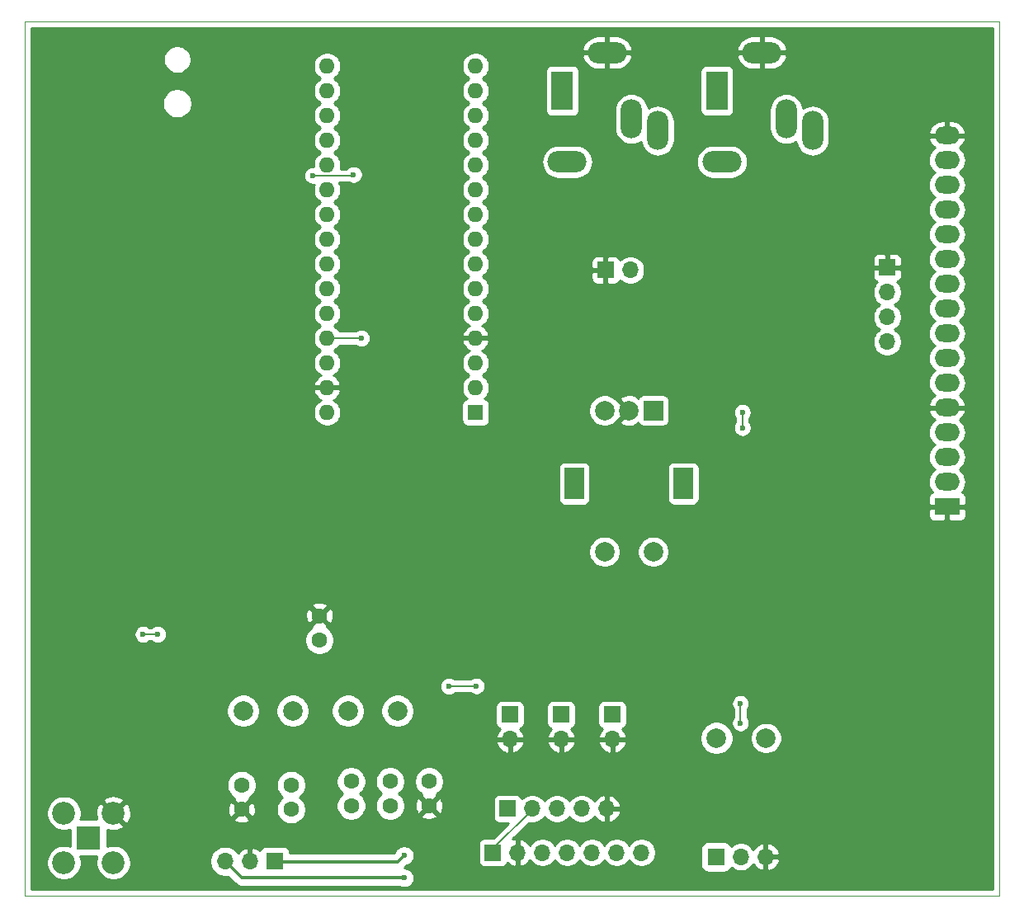
<source format=gbr>
%TF.GenerationSoftware,KiCad,Pcbnew,5.1.6+dfsg1-1*%
%TF.CreationDate,2021-04-07T14:27:39-04:00*%
%TF.ProjectId,uSDX-x,75534458-2d78-42e6-9b69-6361645f7063,rev?*%
%TF.SameCoordinates,Original*%
%TF.FileFunction,Copper,L2,Bot*%
%TF.FilePolarity,Positive*%
%FSLAX46Y46*%
G04 Gerber Fmt 4.6, Leading zero omitted, Abs format (unit mm)*
G04 Created by KiCad (PCBNEW 5.1.6+dfsg1-1) date 2021-04-07 14:27:39*
%MOMM*%
%LPD*%
G01*
G04 APERTURE LIST*
%TA.AperFunction,Profile*%
%ADD10C,0.050000*%
%TD*%
%TA.AperFunction,ComponentPad*%
%ADD11C,2.340000*%
%TD*%
%TA.AperFunction,ComponentPad*%
%ADD12R,2.340000X2.340000*%
%TD*%
%TA.AperFunction,ComponentPad*%
%ADD13O,2.600000X1.800000*%
%TD*%
%TA.AperFunction,ComponentPad*%
%ADD14R,2.600000X1.800000*%
%TD*%
%TA.AperFunction,ComponentPad*%
%ADD15R,2.000000X2.000000*%
%TD*%
%TA.AperFunction,ComponentPad*%
%ADD16C,2.000000*%
%TD*%
%TA.AperFunction,ComponentPad*%
%ADD17R,2.000000X3.200000*%
%TD*%
%TA.AperFunction,ComponentPad*%
%ADD18O,1.700000X1.700000*%
%TD*%
%TA.AperFunction,ComponentPad*%
%ADD19R,1.700000X1.700000*%
%TD*%
%TA.AperFunction,ComponentPad*%
%ADD20O,4.000000X2.200000*%
%TD*%
%TA.AperFunction,ComponentPad*%
%ADD21O,2.200000X4.000000*%
%TD*%
%TA.AperFunction,ComponentPad*%
%ADD22R,2.200000X4.000000*%
%TD*%
%TA.AperFunction,ComponentPad*%
%ADD23C,1.600000*%
%TD*%
%TA.AperFunction,ComponentPad*%
%ADD24O,1.600000X1.600000*%
%TD*%
%TA.AperFunction,ComponentPad*%
%ADD25R,1.600000X1.600000*%
%TD*%
%TA.AperFunction,ViaPad*%
%ADD26C,0.600000*%
%TD*%
%TA.AperFunction,Conductor*%
%ADD27C,0.127000*%
%TD*%
%TA.AperFunction,Conductor*%
%ADD28C,0.200000*%
%TD*%
%TA.AperFunction,Conductor*%
%ADD29C,0.300000*%
%TD*%
%TA.AperFunction,Conductor*%
%ADD30C,0.254000*%
%TD*%
G04 APERTURE END LIST*
D10*
X89350000Y-143150000D02*
X89350000Y-53400000D01*
X189350000Y-143150000D02*
X89350000Y-143150000D01*
X189350000Y-53400000D02*
X189350000Y-143150000D01*
X89350000Y-53400000D02*
X189350000Y-53400000D01*
D11*
%TO.P,J3,5*%
%TO.N,N/C*%
X93380000Y-139740000D03*
%TO.P,J3,3*%
X98460000Y-139740000D03*
%TO.P,J3,4*%
X93380000Y-134660000D03*
%TO.P,J3,2*%
%TO.N,GND*%
X98460000Y-134660000D03*
D12*
%TO.P,J3,1*%
%TO.N,Net-(J3-Pad1)*%
X95920000Y-137200000D03*
%TD*%
D13*
%TO.P,J10,16*%
%TO.N,GND*%
X184005000Y-65090000D03*
%TO.P,J10,15*%
%TO.N,Net-(J10-Pad15)*%
X184005000Y-67630000D03*
%TO.P,J10,14*%
%TO.N,LCD_D7*%
X184005000Y-70170000D03*
%TO.P,J10,13*%
%TO.N,LCD_D6*%
X184005000Y-72710000D03*
%TO.P,J10,12*%
%TO.N,LCD_D5*%
X184005000Y-75250000D03*
%TO.P,J10,11*%
%TO.N,LCD_D4*%
X184005000Y-77790000D03*
%TO.P,J10,10*%
%TO.N,Net-(J10-Pad10)*%
X184005000Y-80330000D03*
%TO.P,J10,9*%
%TO.N,Net-(J10-Pad9)*%
X184005000Y-82870000D03*
%TO.P,J10,8*%
%TO.N,Net-(J10-Pad8)*%
X184005000Y-85410000D03*
%TO.P,J10,7*%
%TO.N,Net-(J10-Pad7)*%
X184005000Y-87950000D03*
%TO.P,J10,6*%
%TO.N,LCD_EN*%
X184005000Y-90490000D03*
%TO.P,J10,5*%
%TO.N,GND*%
X184005000Y-93030000D03*
%TO.P,J10,4*%
%TO.N,LCD_RS*%
X184005000Y-95570000D03*
%TO.P,J10,3*%
%TO.N,Net-(J10-Pad3)*%
X184005000Y-98110000D03*
%TO.P,J10,2*%
%TO.N,+5V*%
X184005000Y-100650000D03*
D14*
%TO.P,J10,1*%
%TO.N,GND*%
X184005000Y-103190000D03*
%TD*%
D15*
%TO.P,SW4,A*%
%TO.N,ROT_A*%
X153850000Y-93320000D03*
D16*
%TO.P,SW4,C*%
%TO.N,GND*%
X151350000Y-93320000D03*
%TO.P,SW4,B*%
%TO.N,ROT_B*%
X148850000Y-93320000D03*
D17*
%TO.P,SW4,MP*%
%TO.N,N/C*%
X156950000Y-100820000D03*
X145750000Y-100820000D03*
D16*
%TO.P,SW4,S2*%
%TO.N,BUTTONS*%
X153850000Y-107820000D03*
%TO.P,SW4,S1*%
%TO.N,+5V*%
X148850000Y-107820000D03*
%TD*%
D18*
%TO.P,J9,4*%
%TO.N,LCD_RS*%
X177850000Y-86270000D03*
%TO.P,J9,3*%
%TO.N,SCL_3V3*%
X177850000Y-83730000D03*
%TO.P,J9,2*%
%TO.N,+3V3*%
X177850000Y-81190000D03*
D19*
%TO.P,J9,1*%
%TO.N,GND*%
X177850000Y-78650000D03*
%TD*%
D18*
%TO.P,MK1,2*%
%TO.N,Net-(J11-PadRN)*%
X151505000Y-78910000D03*
D19*
%TO.P,MK1,1*%
%TO.N,GND*%
X148965000Y-78910000D03*
%TD*%
D16*
%TO.P,L3,2*%
%TO.N,RF*%
X160346400Y-126950000D03*
%TO.P,L3,1*%
%TO.N,+12V*%
X165426400Y-126950000D03*
%TD*%
%TO.P,L2,2*%
%TO.N,Net-(C19-Pad1)*%
X111770000Y-124142800D03*
%TO.P,L2,1*%
%TO.N,Net-(C18-Pad1)*%
X116850000Y-124142800D03*
%TD*%
%TO.P,L1,2*%
%TO.N,Net-(C18-Pad1)*%
X122520000Y-124150000D03*
%TO.P,L1,1*%
%TO.N,Net-(C15-Pad2)*%
X127600000Y-124150000D03*
%TD*%
D18*
%TO.P,J13,3*%
%TO.N,GND*%
X165375600Y-139142000D03*
%TO.P,J13,2*%
%TO.N,GateDrive*%
X162835600Y-139142000D03*
D19*
%TO.P,J13,1*%
%TO.N,RF*%
X160295600Y-139142000D03*
%TD*%
D20*
%TO.P,J12,S*%
%TO.N,GND*%
X164995000Y-56595000D03*
D21*
%TO.P,J12,R*%
%TO.N,Net-(C25-Pad1)*%
X170195000Y-64595000D03*
%TO.P,J12,RN*%
%TO.N,Net-(J12-PadRN)*%
X167495000Y-63395000D03*
D20*
%TO.P,J12,TN*%
%TO.N,Net-(J12-PadTN)*%
X160895000Y-67795000D03*
D22*
%TO.P,J12,T*%
%TO.N,Net-(C25-Pad1)*%
X160395000Y-60495000D03*
%TD*%
D20*
%TO.P,J11,S*%
%TO.N,GND*%
X149120000Y-56595000D03*
D21*
%TO.P,J11,R*%
%TO.N,DAH*%
X154320000Y-64595000D03*
%TO.P,J11,RN*%
%TO.N,Net-(J11-PadRN)*%
X151620000Y-63395000D03*
D20*
%TO.P,J11,TN*%
%TO.N,Net-(J11-PadTN)*%
X145020000Y-67795000D03*
D22*
%TO.P,J11,T*%
%TO.N,DIT*%
X144520000Y-60495000D03*
%TD*%
D19*
%TO.P,J8,1*%
%TO.N,+3V3*%
X137400000Y-138700000D03*
D18*
%TO.P,J8,2*%
%TO.N,GND*%
X139940000Y-138700000D03*
%TO.P,J8,3*%
%TO.N,LCD_RS*%
X142480000Y-138700000D03*
%TO.P,J8,4*%
%TO.N,SCL_3V3*%
X145020000Y-138700000D03*
%TO.P,J8,5*%
%TO.N,CLK2*%
X147560000Y-138700000D03*
%TO.P,J8,6*%
%TO.N,CLK1*%
X150100000Y-138700000D03*
%TO.P,J8,7*%
%TO.N,CLK0*%
X152640000Y-138700000D03*
%TD*%
D19*
%TO.P,J7,1*%
%TO.N,CLK2*%
X149650000Y-124550000D03*
D18*
%TO.P,J7,2*%
%TO.N,GND*%
X149650000Y-127090000D03*
%TD*%
D19*
%TO.P,J6,1*%
%TO.N,CLK1*%
X144400000Y-124550000D03*
D18*
%TO.P,J6,2*%
%TO.N,GND*%
X144400000Y-127090000D03*
%TD*%
D19*
%TO.P,J5,1*%
%TO.N,CLK0*%
X139150000Y-124550000D03*
D18*
%TO.P,J5,2*%
%TO.N,GND*%
X139150000Y-127090000D03*
%TD*%
D19*
%TO.P,J4,1*%
%TO.N,Net-(J4-Pad1)*%
X138900000Y-134200000D03*
D18*
%TO.P,J4,2*%
%TO.N,+3V3*%
X141440000Y-134200000D03*
%TO.P,J4,3*%
%TO.N,SCL_3V3*%
X143980000Y-134200000D03*
%TO.P,J4,4*%
%TO.N,LCD_RS*%
X146520000Y-134200000D03*
%TO.P,J4,5*%
%TO.N,GND*%
X149060000Y-134200000D03*
%TD*%
%TO.P,J2,3*%
%TO.N,Net-(J2-Pad3)*%
X109920000Y-139600000D03*
%TO.P,J2,2*%
%TO.N,GND*%
X112460000Y-139600000D03*
D19*
%TO.P,J2,1*%
%TO.N,Net-(J2-Pad1)*%
X115000000Y-139600000D03*
%TD*%
D23*
%TO.P,C30,2*%
%TO.N,Net-(C15-Pad2)*%
X122850000Y-133900000D03*
%TO.P,C30,1*%
%TO.N,Net-(C14-Pad2)*%
X122850000Y-131400000D03*
%TD*%
%TO.P,C20,2*%
%TO.N,GND*%
X111616600Y-134273400D03*
%TO.P,C20,1*%
%TO.N,Net-(C19-Pad1)*%
X111616600Y-131773400D03*
%TD*%
%TO.P,C19,2*%
%TO.N,Net-(C18-Pad1)*%
X116696600Y-134273400D03*
%TO.P,C19,1*%
%TO.N,Net-(C19-Pad1)*%
X116696600Y-131773400D03*
%TD*%
%TO.P,C18,2*%
%TO.N,GND*%
X119600000Y-114400000D03*
%TO.P,C18,1*%
%TO.N,Net-(C18-Pad1)*%
X119600000Y-116900000D03*
%TD*%
%TO.P,C15,2*%
%TO.N,Net-(C15-Pad2)*%
X126850000Y-133900000D03*
%TO.P,C15,1*%
%TO.N,Net-(C14-Pad2)*%
X126850000Y-131400000D03*
%TD*%
%TO.P,C14,2*%
%TO.N,Net-(C14-Pad2)*%
X130850000Y-131400000D03*
%TO.P,C14,1*%
%TO.N,GND*%
X130850000Y-133900000D03*
%TD*%
D24*
%TO.P,A1,16*%
%TO.N,DIT*%
X120390000Y-57955000D03*
%TO.P,A1,15*%
%TO.N,DAH*%
X135630000Y-57955000D03*
%TO.P,A1,30*%
%TO.N,+12V*%
X120390000Y-93515000D03*
%TO.P,A1,14*%
%TO.N,SIG_OUT*%
X135630000Y-60495000D03*
%TO.P,A1,29*%
%TO.N,GND*%
X120390000Y-90975000D03*
%TO.P,A1,13*%
%TO.N,KEY_OUT*%
X135630000Y-63035000D03*
%TO.P,A1,28*%
%TO.N,Net-(A1-Pad28)*%
X120390000Y-88435000D03*
%TO.P,A1,12*%
%TO.N,SIDETONE*%
X135630000Y-65575000D03*
%TO.P,A1,27*%
%TO.N,+5V*%
X120390000Y-85895000D03*
%TO.P,A1,11*%
%TO.N,RX*%
X135630000Y-68115000D03*
%TO.P,A1,26*%
%TO.N,Net-(A1-Pad26)*%
X120390000Y-83355000D03*
%TO.P,A1,10*%
%TO.N,ROT_B*%
X135630000Y-70655000D03*
%TO.P,A1,25*%
%TO.N,Net-(A1-Pad25)*%
X120390000Y-80815000D03*
%TO.P,A1,9*%
%TO.N,ROT_A*%
X135630000Y-73195000D03*
%TO.P,A1,24*%
%TO.N,SCL_3V3*%
X120390000Y-78275000D03*
%TO.P,A1,8*%
%TO.N,FREQCNT*%
X135630000Y-75735000D03*
%TO.P,A1,23*%
%TO.N,LCD_RS*%
X120390000Y-75735000D03*
%TO.P,A1,7*%
%TO.N,LCD_EN*%
X135630000Y-78275000D03*
%TO.P,A1,22*%
%TO.N,BUTTONS*%
X120390000Y-73195000D03*
%TO.P,A1,6*%
%TO.N,LCD_D7*%
X135630000Y-80815000D03*
%TO.P,A1,21*%
%TO.N,DVM*%
X120390000Y-70655000D03*
%TO.P,A1,5*%
%TO.N,LCD_D6*%
X135630000Y-83355000D03*
%TO.P,A1,20*%
%TO.N,AUDIO2*%
X120390000Y-68115000D03*
%TO.P,A1,4*%
%TO.N,GND*%
X135630000Y-85895000D03*
%TO.P,A1,19*%
%TO.N,AUDIO1*%
X120390000Y-65575000D03*
%TO.P,A1,3*%
%TO.N,Net-(A1-Pad3)*%
X135630000Y-88435000D03*
%TO.P,A1,18*%
%TO.N,AREF*%
X120390000Y-63035000D03*
%TO.P,A1,2*%
%TO.N,LCD_D4*%
X135630000Y-90975000D03*
%TO.P,A1,17*%
%TO.N,+3V3*%
X120390000Y-60495000D03*
D25*
%TO.P,A1,1*%
%TO.N,LCD_D5*%
X135630000Y-93515000D03*
%TD*%
D26*
%TO.N,GND*%
X93350000Y-77900000D03*
X107350000Y-79900000D03*
X99200000Y-58300000D03*
X116850000Y-60400000D03*
X116600000Y-62900000D03*
X146500000Y-71100000D03*
X97600000Y-107400000D03*
X97700000Y-110000000D03*
X94700000Y-114300000D03*
X94700000Y-116600000D03*
X94600000Y-119000000D03*
X94700000Y-121600000D03*
X101350000Y-119900000D03*
X100350000Y-117650000D03*
X104100000Y-118400000D03*
X167350000Y-122650000D03*
X138350000Y-114700000D03*
X133600000Y-101200000D03*
X159850000Y-113400000D03*
X176350000Y-98150000D03*
X108850000Y-104650000D03*
X115600000Y-104400000D03*
X165850000Y-74150000D03*
X165850000Y-71900000D03*
X139100000Y-111950000D03*
X141500000Y-73200000D03*
X133400000Y-108300000D03*
X162100000Y-133600000D03*
X97900000Y-84300000D03*
X105200000Y-113700000D03*
%TO.N,+5V*%
X123900000Y-85900000D03*
%TO.N,RX*%
X123100000Y-69100000D03*
X118900000Y-69200000D03*
%TO.N,BUTTONS*%
X163000000Y-93500000D03*
X163000000Y-95100000D03*
%TO.N,GateDrive*%
X162800000Y-123400000D03*
X162800000Y-125400000D03*
%TO.N,Net-(J2-Pad3)*%
X128300000Y-141300000D03*
%TO.N,Net-(J2-Pad1)*%
X128300000Y-139000000D03*
%TO.N,CLK0*%
X101500000Y-116300000D03*
X103000000Y-116300000D03*
%TO.N,CLK1*%
X135700000Y-121600000D03*
X132886017Y-121631518D03*
%TD*%
D27*
%TO.N,DIT*%
X120500000Y-57900000D02*
X120400000Y-58000000D01*
D28*
%TO.N,+5V*%
X123895000Y-85895000D02*
X123900000Y-85900000D01*
X120390000Y-85895000D02*
X123895000Y-85895000D01*
D27*
%TO.N,RX*%
X123000000Y-69200000D02*
X123100000Y-69100000D01*
X118900000Y-69200000D02*
X123000000Y-69200000D01*
%TO.N,SCL_3V3*%
X144000000Y-134300000D02*
X143700000Y-134600000D01*
X144000000Y-134300000D02*
X144200000Y-134500000D01*
%TO.N,LCD_RS*%
X183850000Y-94817214D02*
X183850000Y-95400000D01*
X184600000Y-95650000D02*
X183850000Y-95650000D01*
X146600000Y-134580000D02*
X146820000Y-134580000D01*
%TO.N,BUTTONS*%
X163000000Y-93500000D02*
X163000000Y-95100000D01*
%TO.N,AREF*%
X120800000Y-63100000D02*
X120700000Y-63000000D01*
D28*
%TO.N,+3V3*%
X137400000Y-138700000D02*
X137400000Y-138300000D01*
X137400000Y-138300000D02*
X141400000Y-134300000D01*
D27*
%TO.N,GateDrive*%
X162800000Y-123400000D02*
X162800000Y-125400000D01*
D29*
%TO.N,Net-(C14-Pad2)*%
X131100000Y-131400000D02*
X131200000Y-131400000D01*
X131200000Y-131400000D02*
X131100000Y-131300000D01*
%TO.N,Net-(J2-Pad3)*%
X111620000Y-141300000D02*
X128300000Y-141300000D01*
X109920000Y-139600000D02*
X111620000Y-141300000D01*
%TO.N,Net-(J2-Pad1)*%
X127649998Y-139650002D02*
X128300000Y-139000000D01*
X115050002Y-139650002D02*
X127649998Y-139650002D01*
X115000000Y-139600000D02*
X115050002Y-139650002D01*
D27*
%TO.N,CLK0*%
X101500000Y-116300000D02*
X103000000Y-116300000D01*
%TO.N,CLK1*%
X135700000Y-121600000D02*
X132917535Y-121600000D01*
X132917535Y-121600000D02*
X132886017Y-121631518D01*
%TD*%
D30*
%TO.N,GND*%
G36*
X188690001Y-142490000D02*
G01*
X90010000Y-142490000D01*
X90010000Y-134482223D01*
X91575000Y-134482223D01*
X91575000Y-134837777D01*
X91644365Y-135186499D01*
X91780429Y-135514988D01*
X91977965Y-135810621D01*
X92229379Y-136062035D01*
X92525012Y-136259571D01*
X92853501Y-136395635D01*
X93202223Y-136465000D01*
X93557777Y-136465000D01*
X93906499Y-136395635D01*
X94019483Y-136348836D01*
X94019483Y-138051164D01*
X93906499Y-138004365D01*
X93557777Y-137935000D01*
X93202223Y-137935000D01*
X92853501Y-138004365D01*
X92525012Y-138140429D01*
X92229379Y-138337965D01*
X91977965Y-138589379D01*
X91780429Y-138885012D01*
X91644365Y-139213501D01*
X91575000Y-139562223D01*
X91575000Y-139917777D01*
X91644365Y-140266499D01*
X91780429Y-140594988D01*
X91977965Y-140890621D01*
X92229379Y-141142035D01*
X92525012Y-141339571D01*
X92853501Y-141475635D01*
X93202223Y-141545000D01*
X93557777Y-141545000D01*
X93906499Y-141475635D01*
X94234988Y-141339571D01*
X94530621Y-141142035D01*
X94782035Y-140890621D01*
X94979571Y-140594988D01*
X95115635Y-140266499D01*
X95185000Y-139917777D01*
X95185000Y-139562223D01*
X95115635Y-139213501D01*
X95068836Y-139100517D01*
X96771164Y-139100517D01*
X96724365Y-139213501D01*
X96655000Y-139562223D01*
X96655000Y-139917777D01*
X96724365Y-140266499D01*
X96860429Y-140594988D01*
X97057965Y-140890621D01*
X97309379Y-141142035D01*
X97605012Y-141339571D01*
X97933501Y-141475635D01*
X98282223Y-141545000D01*
X98637777Y-141545000D01*
X98986499Y-141475635D01*
X99314988Y-141339571D01*
X99610621Y-141142035D01*
X99862035Y-140890621D01*
X100059571Y-140594988D01*
X100195635Y-140266499D01*
X100265000Y-139917777D01*
X100265000Y-139562223D01*
X100241620Y-139444679D01*
X108343000Y-139444679D01*
X108343000Y-139755321D01*
X108403604Y-140059994D01*
X108522481Y-140346989D01*
X108695064Y-140605279D01*
X108914721Y-140824936D01*
X109173011Y-140997519D01*
X109460006Y-141116396D01*
X109764679Y-141177000D01*
X110075321Y-141177000D01*
X110226636Y-141146901D01*
X110969408Y-141889674D01*
X110996867Y-141923133D01*
X111130408Y-142032727D01*
X111252008Y-142097723D01*
X111282763Y-142114162D01*
X111448077Y-142164310D01*
X111619999Y-142181243D01*
X111663079Y-142177000D01*
X127763973Y-142177000D01*
X127813533Y-142210115D01*
X128000435Y-142287533D01*
X128198849Y-142327000D01*
X128401151Y-142327000D01*
X128599565Y-142287533D01*
X128786467Y-142210115D01*
X128954674Y-142097723D01*
X129097723Y-141954674D01*
X129210115Y-141786467D01*
X129287533Y-141599565D01*
X129327000Y-141401151D01*
X129327000Y-141198849D01*
X129287533Y-141000435D01*
X129210115Y-140813533D01*
X129097723Y-140645326D01*
X128954674Y-140502277D01*
X128786467Y-140389885D01*
X128599565Y-140312467D01*
X128401151Y-140273000D01*
X128273242Y-140273000D01*
X128300595Y-140239670D01*
X128541103Y-139999162D01*
X128599565Y-139987533D01*
X128786467Y-139910115D01*
X128954674Y-139797723D01*
X129097723Y-139654674D01*
X129210115Y-139486467D01*
X129287533Y-139299565D01*
X129327000Y-139101151D01*
X129327000Y-138898849D01*
X129287533Y-138700435D01*
X129210115Y-138513533D01*
X129097723Y-138345326D01*
X128954674Y-138202277D01*
X128786467Y-138089885D01*
X128599565Y-138012467D01*
X128401151Y-137973000D01*
X128198849Y-137973000D01*
X128000435Y-138012467D01*
X127813533Y-138089885D01*
X127645326Y-138202277D01*
X127502277Y-138345326D01*
X127389885Y-138513533D01*
X127312467Y-138700435D01*
X127300838Y-138758897D01*
X127286733Y-138773002D01*
X116580517Y-138773002D01*
X116580517Y-138750000D01*
X116566480Y-138607483D01*
X116524910Y-138470443D01*
X116457403Y-138344147D01*
X116366554Y-138233446D01*
X116255853Y-138142597D01*
X116129557Y-138075090D01*
X115992517Y-138033520D01*
X115850000Y-138019483D01*
X114150000Y-138019483D01*
X114007483Y-138033520D01*
X113870443Y-138075090D01*
X113744147Y-138142597D01*
X113633446Y-138233446D01*
X113542597Y-138344147D01*
X113475090Y-138470443D01*
X113464102Y-138506665D01*
X113460269Y-138502412D01*
X113226920Y-138328359D01*
X112964099Y-138203175D01*
X112816890Y-138158524D01*
X112587000Y-138279845D01*
X112587000Y-139473000D01*
X112607000Y-139473000D01*
X112607000Y-139727000D01*
X112587000Y-139727000D01*
X112587000Y-139747000D01*
X112333000Y-139747000D01*
X112333000Y-139727000D01*
X112313000Y-139727000D01*
X112313000Y-139473000D01*
X112333000Y-139473000D01*
X112333000Y-138279845D01*
X112103110Y-138158524D01*
X111955901Y-138203175D01*
X111693080Y-138328359D01*
X111459731Y-138502412D01*
X111264822Y-138718645D01*
X111247344Y-138747986D01*
X111144936Y-138594721D01*
X110925279Y-138375064D01*
X110666989Y-138202481D01*
X110379994Y-138083604D01*
X110075321Y-138023000D01*
X109764679Y-138023000D01*
X109460006Y-138083604D01*
X109173011Y-138202481D01*
X108914721Y-138375064D01*
X108695064Y-138594721D01*
X108522481Y-138853011D01*
X108403604Y-139140006D01*
X108343000Y-139444679D01*
X100241620Y-139444679D01*
X100195635Y-139213501D01*
X100059571Y-138885012D01*
X99862035Y-138589379D01*
X99610621Y-138337965D01*
X99314988Y-138140429D01*
X98986499Y-138004365D01*
X98637777Y-137935000D01*
X98282223Y-137935000D01*
X97933501Y-138004365D01*
X97820517Y-138051164D01*
X97820517Y-137850000D01*
X135911928Y-137850000D01*
X135911928Y-139550000D01*
X135924188Y-139674482D01*
X135960498Y-139794180D01*
X136019463Y-139904494D01*
X136098815Y-140001185D01*
X136195506Y-140080537D01*
X136305820Y-140139502D01*
X136425518Y-140175812D01*
X136550000Y-140188072D01*
X138250000Y-140188072D01*
X138374482Y-140175812D01*
X138494180Y-140139502D01*
X138604494Y-140080537D01*
X138701185Y-140001185D01*
X138780537Y-139904494D01*
X138839502Y-139794180D01*
X138863966Y-139713534D01*
X138939731Y-139797588D01*
X139173080Y-139971641D01*
X139435901Y-140096825D01*
X139583110Y-140141476D01*
X139813000Y-140020155D01*
X139813000Y-138827000D01*
X139793000Y-138827000D01*
X139793000Y-138573000D01*
X139813000Y-138573000D01*
X139813000Y-137379845D01*
X140067000Y-137379845D01*
X140067000Y-138573000D01*
X140087000Y-138573000D01*
X140087000Y-138827000D01*
X140067000Y-138827000D01*
X140067000Y-140020155D01*
X140296890Y-140141476D01*
X140444099Y-140096825D01*
X140706920Y-139971641D01*
X140940269Y-139797588D01*
X141135178Y-139581355D01*
X141204805Y-139464466D01*
X141326525Y-139646632D01*
X141533368Y-139853475D01*
X141776589Y-140015990D01*
X142046842Y-140127932D01*
X142333740Y-140185000D01*
X142626260Y-140185000D01*
X142913158Y-140127932D01*
X143183411Y-140015990D01*
X143426632Y-139853475D01*
X143633475Y-139646632D01*
X143750000Y-139472240D01*
X143866525Y-139646632D01*
X144073368Y-139853475D01*
X144316589Y-140015990D01*
X144586842Y-140127932D01*
X144873740Y-140185000D01*
X145166260Y-140185000D01*
X145453158Y-140127932D01*
X145723411Y-140015990D01*
X145966632Y-139853475D01*
X146173475Y-139646632D01*
X146290000Y-139472240D01*
X146406525Y-139646632D01*
X146613368Y-139853475D01*
X146856589Y-140015990D01*
X147126842Y-140127932D01*
X147413740Y-140185000D01*
X147706260Y-140185000D01*
X147993158Y-140127932D01*
X148263411Y-140015990D01*
X148506632Y-139853475D01*
X148713475Y-139646632D01*
X148830000Y-139472240D01*
X148946525Y-139646632D01*
X149153368Y-139853475D01*
X149396589Y-140015990D01*
X149666842Y-140127932D01*
X149953740Y-140185000D01*
X150246260Y-140185000D01*
X150533158Y-140127932D01*
X150803411Y-140015990D01*
X151046632Y-139853475D01*
X151253475Y-139646632D01*
X151370000Y-139472240D01*
X151486525Y-139646632D01*
X151693368Y-139853475D01*
X151936589Y-140015990D01*
X152206842Y-140127932D01*
X152493740Y-140185000D01*
X152786260Y-140185000D01*
X153073158Y-140127932D01*
X153343411Y-140015990D01*
X153586632Y-139853475D01*
X153793475Y-139646632D01*
X153955990Y-139403411D01*
X154067932Y-139133158D01*
X154125000Y-138846260D01*
X154125000Y-138553740D01*
X154072937Y-138292000D01*
X158715083Y-138292000D01*
X158715083Y-139992000D01*
X158729120Y-140134517D01*
X158770690Y-140271557D01*
X158838197Y-140397853D01*
X158929046Y-140508554D01*
X159039747Y-140599403D01*
X159166043Y-140666910D01*
X159303083Y-140708480D01*
X159445600Y-140722517D01*
X161145600Y-140722517D01*
X161288117Y-140708480D01*
X161425157Y-140666910D01*
X161551453Y-140599403D01*
X161662154Y-140508554D01*
X161753003Y-140397853D01*
X161820510Y-140271557D01*
X161830876Y-140237383D01*
X161888968Y-140295475D01*
X162132189Y-140457990D01*
X162402442Y-140569932D01*
X162689340Y-140627000D01*
X162981860Y-140627000D01*
X163268758Y-140569932D01*
X163539011Y-140457990D01*
X163782232Y-140295475D01*
X163989075Y-140088632D01*
X164110795Y-139906466D01*
X164180422Y-140023355D01*
X164375331Y-140239588D01*
X164608680Y-140413641D01*
X164871501Y-140538825D01*
X165018710Y-140583476D01*
X165248600Y-140462155D01*
X165248600Y-139269000D01*
X165502600Y-139269000D01*
X165502600Y-140462155D01*
X165732490Y-140583476D01*
X165879699Y-140538825D01*
X166142520Y-140413641D01*
X166375869Y-140239588D01*
X166570778Y-140023355D01*
X166719757Y-139773252D01*
X166817081Y-139498891D01*
X166696414Y-139269000D01*
X165502600Y-139269000D01*
X165248600Y-139269000D01*
X165228600Y-139269000D01*
X165228600Y-139015000D01*
X165248600Y-139015000D01*
X165248600Y-137821845D01*
X165502600Y-137821845D01*
X165502600Y-139015000D01*
X166696414Y-139015000D01*
X166817081Y-138785109D01*
X166719757Y-138510748D01*
X166570778Y-138260645D01*
X166375869Y-138044412D01*
X166142520Y-137870359D01*
X165879699Y-137745175D01*
X165732490Y-137700524D01*
X165502600Y-137821845D01*
X165248600Y-137821845D01*
X165018710Y-137700524D01*
X164871501Y-137745175D01*
X164608680Y-137870359D01*
X164375331Y-138044412D01*
X164180422Y-138260645D01*
X164110795Y-138377534D01*
X163989075Y-138195368D01*
X163782232Y-137988525D01*
X163539011Y-137826010D01*
X163268758Y-137714068D01*
X162981860Y-137657000D01*
X162689340Y-137657000D01*
X162402442Y-137714068D01*
X162132189Y-137826010D01*
X161888968Y-137988525D01*
X161830876Y-138046617D01*
X161820510Y-138012443D01*
X161753003Y-137886147D01*
X161662154Y-137775446D01*
X161551453Y-137684597D01*
X161425157Y-137617090D01*
X161288117Y-137575520D01*
X161145600Y-137561483D01*
X159445600Y-137561483D01*
X159303083Y-137575520D01*
X159166043Y-137617090D01*
X159039747Y-137684597D01*
X158929046Y-137775446D01*
X158838197Y-137886147D01*
X158770690Y-138012443D01*
X158729120Y-138149483D01*
X158715083Y-138292000D01*
X154072937Y-138292000D01*
X154067932Y-138266842D01*
X153955990Y-137996589D01*
X153793475Y-137753368D01*
X153586632Y-137546525D01*
X153343411Y-137384010D01*
X153073158Y-137272068D01*
X152786260Y-137215000D01*
X152493740Y-137215000D01*
X152206842Y-137272068D01*
X151936589Y-137384010D01*
X151693368Y-137546525D01*
X151486525Y-137753368D01*
X151370000Y-137927760D01*
X151253475Y-137753368D01*
X151046632Y-137546525D01*
X150803411Y-137384010D01*
X150533158Y-137272068D01*
X150246260Y-137215000D01*
X149953740Y-137215000D01*
X149666842Y-137272068D01*
X149396589Y-137384010D01*
X149153368Y-137546525D01*
X148946525Y-137753368D01*
X148830000Y-137927760D01*
X148713475Y-137753368D01*
X148506632Y-137546525D01*
X148263411Y-137384010D01*
X147993158Y-137272068D01*
X147706260Y-137215000D01*
X147413740Y-137215000D01*
X147126842Y-137272068D01*
X146856589Y-137384010D01*
X146613368Y-137546525D01*
X146406525Y-137753368D01*
X146290000Y-137927760D01*
X146173475Y-137753368D01*
X145966632Y-137546525D01*
X145723411Y-137384010D01*
X145453158Y-137272068D01*
X145166260Y-137215000D01*
X144873740Y-137215000D01*
X144586842Y-137272068D01*
X144316589Y-137384010D01*
X144073368Y-137546525D01*
X143866525Y-137753368D01*
X143750000Y-137927760D01*
X143633475Y-137753368D01*
X143426632Y-137546525D01*
X143183411Y-137384010D01*
X142913158Y-137272068D01*
X142626260Y-137215000D01*
X142333740Y-137215000D01*
X142046842Y-137272068D01*
X141776589Y-137384010D01*
X141533368Y-137546525D01*
X141326525Y-137753368D01*
X141204805Y-137935534D01*
X141135178Y-137818645D01*
X140940269Y-137602412D01*
X140706920Y-137428359D01*
X140444099Y-137303175D01*
X140296890Y-137258524D01*
X140067000Y-137379845D01*
X139813000Y-137379845D01*
X139583110Y-137258524D01*
X139436433Y-137303014D01*
X141094148Y-135645298D01*
X141293740Y-135685000D01*
X141586260Y-135685000D01*
X141873158Y-135627932D01*
X142143411Y-135515990D01*
X142386632Y-135353475D01*
X142593475Y-135146632D01*
X142710000Y-134972240D01*
X142826525Y-135146632D01*
X143033368Y-135353475D01*
X143276589Y-135515990D01*
X143546842Y-135627932D01*
X143833740Y-135685000D01*
X144126260Y-135685000D01*
X144413158Y-135627932D01*
X144683411Y-135515990D01*
X144926632Y-135353475D01*
X145133475Y-135146632D01*
X145250000Y-134972240D01*
X145366525Y-135146632D01*
X145573368Y-135353475D01*
X145816589Y-135515990D01*
X146086842Y-135627932D01*
X146373740Y-135685000D01*
X146666260Y-135685000D01*
X146953158Y-135627932D01*
X147223411Y-135515990D01*
X147466632Y-135353475D01*
X147673475Y-135146632D01*
X147795195Y-134964466D01*
X147864822Y-135081355D01*
X148059731Y-135297588D01*
X148293080Y-135471641D01*
X148555901Y-135596825D01*
X148703110Y-135641476D01*
X148933000Y-135520155D01*
X148933000Y-134327000D01*
X149187000Y-134327000D01*
X149187000Y-135520155D01*
X149416890Y-135641476D01*
X149564099Y-135596825D01*
X149826920Y-135471641D01*
X150060269Y-135297588D01*
X150255178Y-135081355D01*
X150404157Y-134831252D01*
X150501481Y-134556891D01*
X150380814Y-134327000D01*
X149187000Y-134327000D01*
X148933000Y-134327000D01*
X148913000Y-134327000D01*
X148913000Y-134073000D01*
X148933000Y-134073000D01*
X148933000Y-132879845D01*
X149187000Y-132879845D01*
X149187000Y-134073000D01*
X150380814Y-134073000D01*
X150501481Y-133843109D01*
X150404157Y-133568748D01*
X150255178Y-133318645D01*
X150060269Y-133102412D01*
X149826920Y-132928359D01*
X149564099Y-132803175D01*
X149416890Y-132758524D01*
X149187000Y-132879845D01*
X148933000Y-132879845D01*
X148703110Y-132758524D01*
X148555901Y-132803175D01*
X148293080Y-132928359D01*
X148059731Y-133102412D01*
X147864822Y-133318645D01*
X147795195Y-133435534D01*
X147673475Y-133253368D01*
X147466632Y-133046525D01*
X147223411Y-132884010D01*
X146953158Y-132772068D01*
X146666260Y-132715000D01*
X146373740Y-132715000D01*
X146086842Y-132772068D01*
X145816589Y-132884010D01*
X145573368Y-133046525D01*
X145366525Y-133253368D01*
X145250000Y-133427760D01*
X145133475Y-133253368D01*
X144926632Y-133046525D01*
X144683411Y-132884010D01*
X144413158Y-132772068D01*
X144126260Y-132715000D01*
X143833740Y-132715000D01*
X143546842Y-132772068D01*
X143276589Y-132884010D01*
X143033368Y-133046525D01*
X142826525Y-133253368D01*
X142710000Y-133427760D01*
X142593475Y-133253368D01*
X142386632Y-133046525D01*
X142143411Y-132884010D01*
X141873158Y-132772068D01*
X141586260Y-132715000D01*
X141293740Y-132715000D01*
X141006842Y-132772068D01*
X140736589Y-132884010D01*
X140493368Y-133046525D01*
X140361513Y-133178380D01*
X140339502Y-133105820D01*
X140280537Y-132995506D01*
X140201185Y-132898815D01*
X140104494Y-132819463D01*
X139994180Y-132760498D01*
X139874482Y-132724188D01*
X139750000Y-132711928D01*
X138050000Y-132711928D01*
X137925518Y-132724188D01*
X137805820Y-132760498D01*
X137695506Y-132819463D01*
X137598815Y-132898815D01*
X137519463Y-132995506D01*
X137460498Y-133105820D01*
X137424188Y-133225518D01*
X137411928Y-133350000D01*
X137411928Y-135050000D01*
X137424188Y-135174482D01*
X137460498Y-135294180D01*
X137519463Y-135404494D01*
X137598815Y-135501185D01*
X137695506Y-135580537D01*
X137805820Y-135639502D01*
X137925518Y-135675812D01*
X138050000Y-135688072D01*
X138972481Y-135688072D01*
X137448626Y-137211928D01*
X136550000Y-137211928D01*
X136425518Y-137224188D01*
X136305820Y-137260498D01*
X136195506Y-137319463D01*
X136098815Y-137398815D01*
X136019463Y-137495506D01*
X135960498Y-137605820D01*
X135924188Y-137725518D01*
X135911928Y-137850000D01*
X97820517Y-137850000D01*
X97820517Y-136356974D01*
X98161122Y-136448938D01*
X98515869Y-136472873D01*
X98868470Y-136427139D01*
X99205373Y-136313495D01*
X99420725Y-136198389D01*
X99536997Y-135916602D01*
X98460000Y-134839605D01*
X98445858Y-134853748D01*
X98266253Y-134674143D01*
X98280395Y-134660000D01*
X98639605Y-134660000D01*
X99716602Y-135736997D01*
X99998389Y-135620725D01*
X100156257Y-135302140D01*
X100165987Y-135266102D01*
X110803503Y-135266102D01*
X110875086Y-135510071D01*
X111130596Y-135630971D01*
X111404784Y-135699700D01*
X111687112Y-135713617D01*
X111966730Y-135672187D01*
X112232892Y-135577003D01*
X112358114Y-135510071D01*
X112429697Y-135266102D01*
X111616600Y-134453005D01*
X110803503Y-135266102D01*
X100165987Y-135266102D01*
X100248938Y-134958878D01*
X100272873Y-134604131D01*
X100239122Y-134343912D01*
X110176383Y-134343912D01*
X110217813Y-134623530D01*
X110312997Y-134889692D01*
X110379929Y-135014914D01*
X110623898Y-135086497D01*
X111436995Y-134273400D01*
X111796205Y-134273400D01*
X112609302Y-135086497D01*
X112853271Y-135014914D01*
X112974171Y-134759404D01*
X113042900Y-134485216D01*
X113056817Y-134202888D01*
X113015387Y-133923270D01*
X112920203Y-133657108D01*
X112853271Y-133531886D01*
X112609302Y-133460303D01*
X111796205Y-134273400D01*
X111436995Y-134273400D01*
X110623898Y-133460303D01*
X110379929Y-133531886D01*
X110259029Y-133787396D01*
X110190300Y-134061584D01*
X110176383Y-134343912D01*
X100239122Y-134343912D01*
X100227139Y-134251530D01*
X100113495Y-133914627D01*
X99998389Y-133699275D01*
X99716602Y-133583003D01*
X98639605Y-134660000D01*
X98280395Y-134660000D01*
X97203398Y-133583003D01*
X96921611Y-133699275D01*
X96763743Y-134017860D01*
X96671062Y-134361122D01*
X96647127Y-134715869D01*
X96692861Y-135068470D01*
X96770786Y-135299483D01*
X95068836Y-135299483D01*
X95115635Y-135186499D01*
X95185000Y-134837777D01*
X95185000Y-134482223D01*
X95115635Y-134133501D01*
X94979571Y-133805012D01*
X94782035Y-133509379D01*
X94676054Y-133403398D01*
X97383003Y-133403398D01*
X98460000Y-134480395D01*
X99536997Y-133403398D01*
X99420725Y-133121611D01*
X99102140Y-132963743D01*
X98758878Y-132871062D01*
X98404131Y-132847127D01*
X98051530Y-132892861D01*
X97714627Y-133006505D01*
X97499275Y-133121611D01*
X97383003Y-133403398D01*
X94676054Y-133403398D01*
X94530621Y-133257965D01*
X94234988Y-133060429D01*
X93906499Y-132924365D01*
X93557777Y-132855000D01*
X93202223Y-132855000D01*
X92853501Y-132924365D01*
X92525012Y-133060429D01*
X92229379Y-133257965D01*
X91977965Y-133509379D01*
X91780429Y-133805012D01*
X91644365Y-134133501D01*
X91575000Y-134482223D01*
X90010000Y-134482223D01*
X90010000Y-131623004D01*
X110089600Y-131623004D01*
X110089600Y-131923796D01*
X110148281Y-132218810D01*
X110263390Y-132496706D01*
X110430501Y-132746806D01*
X110643194Y-132959499D01*
X110856021Y-133101705D01*
X110803503Y-133280698D01*
X111616600Y-134093795D01*
X112429697Y-133280698D01*
X112377179Y-133101705D01*
X112590006Y-132959499D01*
X112802699Y-132746806D01*
X112969810Y-132496706D01*
X113084919Y-132218810D01*
X113143600Y-131923796D01*
X113143600Y-131623004D01*
X115169600Y-131623004D01*
X115169600Y-131923796D01*
X115228281Y-132218810D01*
X115343390Y-132496706D01*
X115510501Y-132746806D01*
X115723194Y-132959499D01*
X115818829Y-133023400D01*
X115723194Y-133087301D01*
X115510501Y-133299994D01*
X115343390Y-133550094D01*
X115228281Y-133827990D01*
X115169600Y-134123004D01*
X115169600Y-134423796D01*
X115228281Y-134718810D01*
X115343390Y-134996706D01*
X115510501Y-135246806D01*
X115723194Y-135459499D01*
X115973294Y-135626610D01*
X116251190Y-135741719D01*
X116546204Y-135800400D01*
X116846996Y-135800400D01*
X117142010Y-135741719D01*
X117419906Y-135626610D01*
X117670006Y-135459499D01*
X117882699Y-135246806D01*
X118049810Y-134996706D01*
X118164919Y-134718810D01*
X118223600Y-134423796D01*
X118223600Y-134123004D01*
X118164919Y-133827990D01*
X118049810Y-133550094D01*
X117882699Y-133299994D01*
X117670006Y-133087301D01*
X117574371Y-133023400D01*
X117670006Y-132959499D01*
X117882699Y-132746806D01*
X118049810Y-132496706D01*
X118164919Y-132218810D01*
X118223600Y-131923796D01*
X118223600Y-131623004D01*
X118164919Y-131327990D01*
X118132451Y-131249604D01*
X121323000Y-131249604D01*
X121323000Y-131550396D01*
X121381681Y-131845410D01*
X121496790Y-132123306D01*
X121663901Y-132373406D01*
X121876594Y-132586099D01*
X121972229Y-132650000D01*
X121876594Y-132713901D01*
X121663901Y-132926594D01*
X121496790Y-133176694D01*
X121381681Y-133454590D01*
X121323000Y-133749604D01*
X121323000Y-134050396D01*
X121381681Y-134345410D01*
X121496790Y-134623306D01*
X121663901Y-134873406D01*
X121876594Y-135086099D01*
X122126694Y-135253210D01*
X122404590Y-135368319D01*
X122699604Y-135427000D01*
X123000396Y-135427000D01*
X123295410Y-135368319D01*
X123573306Y-135253210D01*
X123823406Y-135086099D01*
X124036099Y-134873406D01*
X124203210Y-134623306D01*
X124318319Y-134345410D01*
X124377000Y-134050396D01*
X124377000Y-133749604D01*
X124318319Y-133454590D01*
X124203210Y-133176694D01*
X124036099Y-132926594D01*
X123823406Y-132713901D01*
X123727771Y-132650000D01*
X123823406Y-132586099D01*
X124036099Y-132373406D01*
X124203210Y-132123306D01*
X124318319Y-131845410D01*
X124377000Y-131550396D01*
X124377000Y-131249604D01*
X125323000Y-131249604D01*
X125323000Y-131550396D01*
X125381681Y-131845410D01*
X125496790Y-132123306D01*
X125663901Y-132373406D01*
X125876594Y-132586099D01*
X125972229Y-132650000D01*
X125876594Y-132713901D01*
X125663901Y-132926594D01*
X125496790Y-133176694D01*
X125381681Y-133454590D01*
X125323000Y-133749604D01*
X125323000Y-134050396D01*
X125381681Y-134345410D01*
X125496790Y-134623306D01*
X125663901Y-134873406D01*
X125876594Y-135086099D01*
X126126694Y-135253210D01*
X126404590Y-135368319D01*
X126699604Y-135427000D01*
X127000396Y-135427000D01*
X127295410Y-135368319D01*
X127573306Y-135253210D01*
X127823406Y-135086099D01*
X128016803Y-134892702D01*
X130036903Y-134892702D01*
X130108486Y-135136671D01*
X130363996Y-135257571D01*
X130638184Y-135326300D01*
X130920512Y-135340217D01*
X131200130Y-135298787D01*
X131466292Y-135203603D01*
X131591514Y-135136671D01*
X131663097Y-134892702D01*
X130850000Y-134079605D01*
X130036903Y-134892702D01*
X128016803Y-134892702D01*
X128036099Y-134873406D01*
X128203210Y-134623306D01*
X128318319Y-134345410D01*
X128377000Y-134050396D01*
X128377000Y-133970512D01*
X129409783Y-133970512D01*
X129451213Y-134250130D01*
X129546397Y-134516292D01*
X129613329Y-134641514D01*
X129857298Y-134713097D01*
X130670395Y-133900000D01*
X131029605Y-133900000D01*
X131842702Y-134713097D01*
X132086671Y-134641514D01*
X132207571Y-134386004D01*
X132276300Y-134111816D01*
X132290217Y-133829488D01*
X132248787Y-133549870D01*
X132153603Y-133283708D01*
X132086671Y-133158486D01*
X131842702Y-133086903D01*
X131029605Y-133900000D01*
X130670395Y-133900000D01*
X129857298Y-133086903D01*
X129613329Y-133158486D01*
X129492429Y-133413996D01*
X129423700Y-133688184D01*
X129409783Y-133970512D01*
X128377000Y-133970512D01*
X128377000Y-133749604D01*
X128318319Y-133454590D01*
X128203210Y-133176694D01*
X128036099Y-132926594D01*
X127823406Y-132713901D01*
X127727771Y-132650000D01*
X127823406Y-132586099D01*
X128036099Y-132373406D01*
X128203210Y-132123306D01*
X128318319Y-131845410D01*
X128377000Y-131550396D01*
X128377000Y-131249604D01*
X129323000Y-131249604D01*
X129323000Y-131550396D01*
X129381681Y-131845410D01*
X129496790Y-132123306D01*
X129663901Y-132373406D01*
X129876594Y-132586099D01*
X130089421Y-132728305D01*
X130036903Y-132907298D01*
X130850000Y-133720395D01*
X131663097Y-132907298D01*
X131610579Y-132728305D01*
X131823406Y-132586099D01*
X132036099Y-132373406D01*
X132203210Y-132123306D01*
X132318319Y-131845410D01*
X132377000Y-131550396D01*
X132377000Y-131249604D01*
X132318319Y-130954590D01*
X132203210Y-130676694D01*
X132036099Y-130426594D01*
X131823406Y-130213901D01*
X131573306Y-130046790D01*
X131295410Y-129931681D01*
X131000396Y-129873000D01*
X130699604Y-129873000D01*
X130404590Y-129931681D01*
X130126694Y-130046790D01*
X129876594Y-130213901D01*
X129663901Y-130426594D01*
X129496790Y-130676694D01*
X129381681Y-130954590D01*
X129323000Y-131249604D01*
X128377000Y-131249604D01*
X128318319Y-130954590D01*
X128203210Y-130676694D01*
X128036099Y-130426594D01*
X127823406Y-130213901D01*
X127573306Y-130046790D01*
X127295410Y-129931681D01*
X127000396Y-129873000D01*
X126699604Y-129873000D01*
X126404590Y-129931681D01*
X126126694Y-130046790D01*
X125876594Y-130213901D01*
X125663901Y-130426594D01*
X125496790Y-130676694D01*
X125381681Y-130954590D01*
X125323000Y-131249604D01*
X124377000Y-131249604D01*
X124318319Y-130954590D01*
X124203210Y-130676694D01*
X124036099Y-130426594D01*
X123823406Y-130213901D01*
X123573306Y-130046790D01*
X123295410Y-129931681D01*
X123000396Y-129873000D01*
X122699604Y-129873000D01*
X122404590Y-129931681D01*
X122126694Y-130046790D01*
X121876594Y-130213901D01*
X121663901Y-130426594D01*
X121496790Y-130676694D01*
X121381681Y-130954590D01*
X121323000Y-131249604D01*
X118132451Y-131249604D01*
X118049810Y-131050094D01*
X117882699Y-130799994D01*
X117670006Y-130587301D01*
X117419906Y-130420190D01*
X117142010Y-130305081D01*
X116846996Y-130246400D01*
X116546204Y-130246400D01*
X116251190Y-130305081D01*
X115973294Y-130420190D01*
X115723194Y-130587301D01*
X115510501Y-130799994D01*
X115343390Y-131050094D01*
X115228281Y-131327990D01*
X115169600Y-131623004D01*
X113143600Y-131623004D01*
X113084919Y-131327990D01*
X112969810Y-131050094D01*
X112802699Y-130799994D01*
X112590006Y-130587301D01*
X112339906Y-130420190D01*
X112062010Y-130305081D01*
X111766996Y-130246400D01*
X111466204Y-130246400D01*
X111171190Y-130305081D01*
X110893294Y-130420190D01*
X110643194Y-130587301D01*
X110430501Y-130799994D01*
X110263390Y-131050094D01*
X110148281Y-131327990D01*
X110089600Y-131623004D01*
X90010000Y-131623004D01*
X90010000Y-127446890D01*
X137708524Y-127446890D01*
X137753175Y-127594099D01*
X137878359Y-127856920D01*
X138052412Y-128090269D01*
X138268645Y-128285178D01*
X138518748Y-128434157D01*
X138793109Y-128531481D01*
X139023000Y-128410814D01*
X139023000Y-127217000D01*
X139277000Y-127217000D01*
X139277000Y-128410814D01*
X139506891Y-128531481D01*
X139781252Y-128434157D01*
X140031355Y-128285178D01*
X140247588Y-128090269D01*
X140421641Y-127856920D01*
X140546825Y-127594099D01*
X140591476Y-127446890D01*
X142958524Y-127446890D01*
X143003175Y-127594099D01*
X143128359Y-127856920D01*
X143302412Y-128090269D01*
X143518645Y-128285178D01*
X143768748Y-128434157D01*
X144043109Y-128531481D01*
X144273000Y-128410814D01*
X144273000Y-127217000D01*
X144527000Y-127217000D01*
X144527000Y-128410814D01*
X144756891Y-128531481D01*
X145031252Y-128434157D01*
X145281355Y-128285178D01*
X145497588Y-128090269D01*
X145671641Y-127856920D01*
X145796825Y-127594099D01*
X145841476Y-127446890D01*
X148208524Y-127446890D01*
X148253175Y-127594099D01*
X148378359Y-127856920D01*
X148552412Y-128090269D01*
X148768645Y-128285178D01*
X149018748Y-128434157D01*
X149293109Y-128531481D01*
X149523000Y-128410814D01*
X149523000Y-127217000D01*
X149777000Y-127217000D01*
X149777000Y-128410814D01*
X150006891Y-128531481D01*
X150281252Y-128434157D01*
X150531355Y-128285178D01*
X150747588Y-128090269D01*
X150921641Y-127856920D01*
X151046825Y-127594099D01*
X151091476Y-127446890D01*
X150970155Y-127217000D01*
X149777000Y-127217000D01*
X149523000Y-127217000D01*
X148329845Y-127217000D01*
X148208524Y-127446890D01*
X145841476Y-127446890D01*
X145720155Y-127217000D01*
X144527000Y-127217000D01*
X144273000Y-127217000D01*
X143079845Y-127217000D01*
X142958524Y-127446890D01*
X140591476Y-127446890D01*
X140470155Y-127217000D01*
X139277000Y-127217000D01*
X139023000Y-127217000D01*
X137829845Y-127217000D01*
X137708524Y-127446890D01*
X90010000Y-127446890D01*
X90010000Y-123972705D01*
X110043000Y-123972705D01*
X110043000Y-124312895D01*
X110109368Y-124646547D01*
X110239553Y-124960841D01*
X110428552Y-125243698D01*
X110669102Y-125484248D01*
X110951959Y-125673247D01*
X111266253Y-125803432D01*
X111599905Y-125869800D01*
X111940095Y-125869800D01*
X112273747Y-125803432D01*
X112588041Y-125673247D01*
X112870898Y-125484248D01*
X113111448Y-125243698D01*
X113300447Y-124960841D01*
X113430632Y-124646547D01*
X113497000Y-124312895D01*
X113497000Y-123972705D01*
X115123000Y-123972705D01*
X115123000Y-124312895D01*
X115189368Y-124646547D01*
X115319553Y-124960841D01*
X115508552Y-125243698D01*
X115749102Y-125484248D01*
X116031959Y-125673247D01*
X116346253Y-125803432D01*
X116679905Y-125869800D01*
X117020095Y-125869800D01*
X117353747Y-125803432D01*
X117668041Y-125673247D01*
X117950898Y-125484248D01*
X118191448Y-125243698D01*
X118380447Y-124960841D01*
X118510632Y-124646547D01*
X118577000Y-124312895D01*
X118577000Y-123979905D01*
X120793000Y-123979905D01*
X120793000Y-124320095D01*
X120859368Y-124653747D01*
X120989553Y-124968041D01*
X121178552Y-125250898D01*
X121419102Y-125491448D01*
X121701959Y-125680447D01*
X122016253Y-125810632D01*
X122349905Y-125877000D01*
X122690095Y-125877000D01*
X123023747Y-125810632D01*
X123338041Y-125680447D01*
X123620898Y-125491448D01*
X123861448Y-125250898D01*
X124050447Y-124968041D01*
X124180632Y-124653747D01*
X124247000Y-124320095D01*
X124247000Y-123979905D01*
X125873000Y-123979905D01*
X125873000Y-124320095D01*
X125939368Y-124653747D01*
X126069553Y-124968041D01*
X126258552Y-125250898D01*
X126499102Y-125491448D01*
X126781959Y-125680447D01*
X127096253Y-125810632D01*
X127429905Y-125877000D01*
X127770095Y-125877000D01*
X128103747Y-125810632D01*
X128418041Y-125680447D01*
X128700898Y-125491448D01*
X128941448Y-125250898D01*
X129130447Y-124968041D01*
X129260632Y-124653747D01*
X129327000Y-124320095D01*
X129327000Y-123979905D01*
X129271324Y-123700000D01*
X137661928Y-123700000D01*
X137661928Y-125400000D01*
X137674188Y-125524482D01*
X137710498Y-125644180D01*
X137769463Y-125754494D01*
X137848815Y-125851185D01*
X137945506Y-125930537D01*
X138055820Y-125989502D01*
X138136466Y-126013966D01*
X138052412Y-126089731D01*
X137878359Y-126323080D01*
X137753175Y-126585901D01*
X137708524Y-126733110D01*
X137829845Y-126963000D01*
X139023000Y-126963000D01*
X139023000Y-126943000D01*
X139277000Y-126943000D01*
X139277000Y-126963000D01*
X140470155Y-126963000D01*
X140591476Y-126733110D01*
X140546825Y-126585901D01*
X140421641Y-126323080D01*
X140247588Y-126089731D01*
X140163534Y-126013966D01*
X140244180Y-125989502D01*
X140354494Y-125930537D01*
X140451185Y-125851185D01*
X140530537Y-125754494D01*
X140589502Y-125644180D01*
X140625812Y-125524482D01*
X140638072Y-125400000D01*
X140638072Y-123700000D01*
X142911928Y-123700000D01*
X142911928Y-125400000D01*
X142924188Y-125524482D01*
X142960498Y-125644180D01*
X143019463Y-125754494D01*
X143098815Y-125851185D01*
X143195506Y-125930537D01*
X143305820Y-125989502D01*
X143386466Y-126013966D01*
X143302412Y-126089731D01*
X143128359Y-126323080D01*
X143003175Y-126585901D01*
X142958524Y-126733110D01*
X143079845Y-126963000D01*
X144273000Y-126963000D01*
X144273000Y-126943000D01*
X144527000Y-126943000D01*
X144527000Y-126963000D01*
X145720155Y-126963000D01*
X145841476Y-126733110D01*
X145796825Y-126585901D01*
X145671641Y-126323080D01*
X145497588Y-126089731D01*
X145413534Y-126013966D01*
X145494180Y-125989502D01*
X145604494Y-125930537D01*
X145701185Y-125851185D01*
X145780537Y-125754494D01*
X145839502Y-125644180D01*
X145875812Y-125524482D01*
X145888072Y-125400000D01*
X145888072Y-123700000D01*
X148161928Y-123700000D01*
X148161928Y-125400000D01*
X148174188Y-125524482D01*
X148210498Y-125644180D01*
X148269463Y-125754494D01*
X148348815Y-125851185D01*
X148445506Y-125930537D01*
X148555820Y-125989502D01*
X148636466Y-126013966D01*
X148552412Y-126089731D01*
X148378359Y-126323080D01*
X148253175Y-126585901D01*
X148208524Y-126733110D01*
X148329845Y-126963000D01*
X149523000Y-126963000D01*
X149523000Y-126943000D01*
X149777000Y-126943000D01*
X149777000Y-126963000D01*
X150970155Y-126963000D01*
X151066780Y-126779905D01*
X158619400Y-126779905D01*
X158619400Y-127120095D01*
X158685768Y-127453747D01*
X158815953Y-127768041D01*
X159004952Y-128050898D01*
X159245502Y-128291448D01*
X159528359Y-128480447D01*
X159842653Y-128610632D01*
X160176305Y-128677000D01*
X160516495Y-128677000D01*
X160850147Y-128610632D01*
X161164441Y-128480447D01*
X161447298Y-128291448D01*
X161687848Y-128050898D01*
X161876847Y-127768041D01*
X162007032Y-127453747D01*
X162073400Y-127120095D01*
X162073400Y-126788967D01*
X163791400Y-126788967D01*
X163791400Y-127111033D01*
X163854232Y-127426912D01*
X163977482Y-127724463D01*
X164156413Y-127992252D01*
X164384148Y-128219987D01*
X164651937Y-128398918D01*
X164949488Y-128522168D01*
X165265367Y-128585000D01*
X165587433Y-128585000D01*
X165903312Y-128522168D01*
X166200863Y-128398918D01*
X166468652Y-128219987D01*
X166696387Y-127992252D01*
X166875318Y-127724463D01*
X166998568Y-127426912D01*
X167061400Y-127111033D01*
X167061400Y-126788967D01*
X166998568Y-126473088D01*
X166875318Y-126175537D01*
X166696387Y-125907748D01*
X166468652Y-125680013D01*
X166200863Y-125501082D01*
X165903312Y-125377832D01*
X165587433Y-125315000D01*
X165265367Y-125315000D01*
X164949488Y-125377832D01*
X164651937Y-125501082D01*
X164384148Y-125680013D01*
X164156413Y-125907748D01*
X163977482Y-126175537D01*
X163854232Y-126473088D01*
X163791400Y-126788967D01*
X162073400Y-126788967D01*
X162073400Y-126779905D01*
X162007032Y-126446253D01*
X161876847Y-126131959D01*
X161687848Y-125849102D01*
X161447298Y-125608552D01*
X161164441Y-125419553D01*
X160850147Y-125289368D01*
X160516495Y-125223000D01*
X160176305Y-125223000D01*
X159842653Y-125289368D01*
X159528359Y-125419553D01*
X159245502Y-125608552D01*
X159004952Y-125849102D01*
X158815953Y-126131959D01*
X158685768Y-126446253D01*
X158619400Y-126779905D01*
X151066780Y-126779905D01*
X151091476Y-126733110D01*
X151046825Y-126585901D01*
X150921641Y-126323080D01*
X150747588Y-126089731D01*
X150663534Y-126013966D01*
X150744180Y-125989502D01*
X150854494Y-125930537D01*
X150951185Y-125851185D01*
X151030537Y-125754494D01*
X151089502Y-125644180D01*
X151125812Y-125524482D01*
X151138072Y-125400000D01*
X151138072Y-123700000D01*
X151125812Y-123575518D01*
X151089502Y-123455820D01*
X151030537Y-123345506D01*
X150999684Y-123307911D01*
X161865000Y-123307911D01*
X161865000Y-123492089D01*
X161900932Y-123672729D01*
X161971414Y-123842889D01*
X162073738Y-123996028D01*
X162101500Y-124023790D01*
X162101501Y-124776209D01*
X162073738Y-124803972D01*
X161971414Y-124957111D01*
X161900932Y-125127271D01*
X161865000Y-125307911D01*
X161865000Y-125492089D01*
X161900932Y-125672729D01*
X161971414Y-125842889D01*
X162073738Y-125996028D01*
X162203972Y-126126262D01*
X162357111Y-126228586D01*
X162527271Y-126299068D01*
X162707911Y-126335000D01*
X162892089Y-126335000D01*
X163072729Y-126299068D01*
X163242889Y-126228586D01*
X163396028Y-126126262D01*
X163526262Y-125996028D01*
X163628586Y-125842889D01*
X163699068Y-125672729D01*
X163735000Y-125492089D01*
X163735000Y-125307911D01*
X163699068Y-125127271D01*
X163628586Y-124957111D01*
X163526262Y-124803972D01*
X163498500Y-124776210D01*
X163498500Y-124023790D01*
X163526262Y-123996028D01*
X163628586Y-123842889D01*
X163699068Y-123672729D01*
X163735000Y-123492089D01*
X163735000Y-123307911D01*
X163699068Y-123127271D01*
X163628586Y-122957111D01*
X163526262Y-122803972D01*
X163396028Y-122673738D01*
X163242889Y-122571414D01*
X163072729Y-122500932D01*
X162892089Y-122465000D01*
X162707911Y-122465000D01*
X162527271Y-122500932D01*
X162357111Y-122571414D01*
X162203972Y-122673738D01*
X162073738Y-122803972D01*
X161971414Y-122957111D01*
X161900932Y-123127271D01*
X161865000Y-123307911D01*
X150999684Y-123307911D01*
X150951185Y-123248815D01*
X150854494Y-123169463D01*
X150744180Y-123110498D01*
X150624482Y-123074188D01*
X150500000Y-123061928D01*
X148800000Y-123061928D01*
X148675518Y-123074188D01*
X148555820Y-123110498D01*
X148445506Y-123169463D01*
X148348815Y-123248815D01*
X148269463Y-123345506D01*
X148210498Y-123455820D01*
X148174188Y-123575518D01*
X148161928Y-123700000D01*
X145888072Y-123700000D01*
X145875812Y-123575518D01*
X145839502Y-123455820D01*
X145780537Y-123345506D01*
X145701185Y-123248815D01*
X145604494Y-123169463D01*
X145494180Y-123110498D01*
X145374482Y-123074188D01*
X145250000Y-123061928D01*
X143550000Y-123061928D01*
X143425518Y-123074188D01*
X143305820Y-123110498D01*
X143195506Y-123169463D01*
X143098815Y-123248815D01*
X143019463Y-123345506D01*
X142960498Y-123455820D01*
X142924188Y-123575518D01*
X142911928Y-123700000D01*
X140638072Y-123700000D01*
X140625812Y-123575518D01*
X140589502Y-123455820D01*
X140530537Y-123345506D01*
X140451185Y-123248815D01*
X140354494Y-123169463D01*
X140244180Y-123110498D01*
X140124482Y-123074188D01*
X140000000Y-123061928D01*
X138300000Y-123061928D01*
X138175518Y-123074188D01*
X138055820Y-123110498D01*
X137945506Y-123169463D01*
X137848815Y-123248815D01*
X137769463Y-123345506D01*
X137710498Y-123455820D01*
X137674188Y-123575518D01*
X137661928Y-123700000D01*
X129271324Y-123700000D01*
X129260632Y-123646253D01*
X129130447Y-123331959D01*
X128941448Y-123049102D01*
X128700898Y-122808552D01*
X128418041Y-122619553D01*
X128103747Y-122489368D01*
X127770095Y-122423000D01*
X127429905Y-122423000D01*
X127096253Y-122489368D01*
X126781959Y-122619553D01*
X126499102Y-122808552D01*
X126258552Y-123049102D01*
X126069553Y-123331959D01*
X125939368Y-123646253D01*
X125873000Y-123979905D01*
X124247000Y-123979905D01*
X124180632Y-123646253D01*
X124050447Y-123331959D01*
X123861448Y-123049102D01*
X123620898Y-122808552D01*
X123338041Y-122619553D01*
X123023747Y-122489368D01*
X122690095Y-122423000D01*
X122349905Y-122423000D01*
X122016253Y-122489368D01*
X121701959Y-122619553D01*
X121419102Y-122808552D01*
X121178552Y-123049102D01*
X120989553Y-123331959D01*
X120859368Y-123646253D01*
X120793000Y-123979905D01*
X118577000Y-123979905D01*
X118577000Y-123972705D01*
X118510632Y-123639053D01*
X118380447Y-123324759D01*
X118191448Y-123041902D01*
X117950898Y-122801352D01*
X117668041Y-122612353D01*
X117353747Y-122482168D01*
X117020095Y-122415800D01*
X116679905Y-122415800D01*
X116346253Y-122482168D01*
X116031959Y-122612353D01*
X115749102Y-122801352D01*
X115508552Y-123041902D01*
X115319553Y-123324759D01*
X115189368Y-123639053D01*
X115123000Y-123972705D01*
X113497000Y-123972705D01*
X113430632Y-123639053D01*
X113300447Y-123324759D01*
X113111448Y-123041902D01*
X112870898Y-122801352D01*
X112588041Y-122612353D01*
X112273747Y-122482168D01*
X111940095Y-122415800D01*
X111599905Y-122415800D01*
X111266253Y-122482168D01*
X110951959Y-122612353D01*
X110669102Y-122801352D01*
X110428552Y-123041902D01*
X110239553Y-123324759D01*
X110109368Y-123639053D01*
X110043000Y-123972705D01*
X90010000Y-123972705D01*
X90010000Y-121539429D01*
X131951017Y-121539429D01*
X131951017Y-121723607D01*
X131986949Y-121904247D01*
X132057431Y-122074407D01*
X132159755Y-122227546D01*
X132289989Y-122357780D01*
X132443128Y-122460104D01*
X132613288Y-122530586D01*
X132793928Y-122566518D01*
X132978106Y-122566518D01*
X133158746Y-122530586D01*
X133328906Y-122460104D01*
X133482045Y-122357780D01*
X133541325Y-122298500D01*
X135076210Y-122298500D01*
X135103972Y-122326262D01*
X135257111Y-122428586D01*
X135427271Y-122499068D01*
X135607911Y-122535000D01*
X135792089Y-122535000D01*
X135972729Y-122499068D01*
X136142889Y-122428586D01*
X136296028Y-122326262D01*
X136426262Y-122196028D01*
X136528586Y-122042889D01*
X136599068Y-121872729D01*
X136635000Y-121692089D01*
X136635000Y-121507911D01*
X136599068Y-121327271D01*
X136528586Y-121157111D01*
X136426262Y-121003972D01*
X136296028Y-120873738D01*
X136142889Y-120771414D01*
X135972729Y-120700932D01*
X135792089Y-120665000D01*
X135607911Y-120665000D01*
X135427271Y-120700932D01*
X135257111Y-120771414D01*
X135103972Y-120873738D01*
X135076210Y-120901500D01*
X133476424Y-120901500D01*
X133328906Y-120802932D01*
X133158746Y-120732450D01*
X132978106Y-120696518D01*
X132793928Y-120696518D01*
X132613288Y-120732450D01*
X132443128Y-120802932D01*
X132289989Y-120905256D01*
X132159755Y-121035490D01*
X132057431Y-121188629D01*
X131986949Y-121358789D01*
X131951017Y-121539429D01*
X90010000Y-121539429D01*
X90010000Y-116207911D01*
X100565000Y-116207911D01*
X100565000Y-116392089D01*
X100600932Y-116572729D01*
X100671414Y-116742889D01*
X100773738Y-116896028D01*
X100903972Y-117026262D01*
X101057111Y-117128586D01*
X101227271Y-117199068D01*
X101407911Y-117235000D01*
X101592089Y-117235000D01*
X101772729Y-117199068D01*
X101942889Y-117128586D01*
X102096028Y-117026262D01*
X102123790Y-116998500D01*
X102376210Y-116998500D01*
X102403972Y-117026262D01*
X102557111Y-117128586D01*
X102727271Y-117199068D01*
X102907911Y-117235000D01*
X103092089Y-117235000D01*
X103272729Y-117199068D01*
X103442889Y-117128586D01*
X103596028Y-117026262D01*
X103726262Y-116896028D01*
X103824099Y-116749604D01*
X118073000Y-116749604D01*
X118073000Y-117050396D01*
X118131681Y-117345410D01*
X118246790Y-117623306D01*
X118413901Y-117873406D01*
X118626594Y-118086099D01*
X118876694Y-118253210D01*
X119154590Y-118368319D01*
X119449604Y-118427000D01*
X119750396Y-118427000D01*
X120045410Y-118368319D01*
X120323306Y-118253210D01*
X120573406Y-118086099D01*
X120786099Y-117873406D01*
X120953210Y-117623306D01*
X121068319Y-117345410D01*
X121127000Y-117050396D01*
X121127000Y-116749604D01*
X121068319Y-116454590D01*
X120953210Y-116176694D01*
X120786099Y-115926594D01*
X120573406Y-115713901D01*
X120360579Y-115571695D01*
X120413097Y-115392702D01*
X119600000Y-114579605D01*
X118786903Y-115392702D01*
X118839421Y-115571695D01*
X118626594Y-115713901D01*
X118413901Y-115926594D01*
X118246790Y-116176694D01*
X118131681Y-116454590D01*
X118073000Y-116749604D01*
X103824099Y-116749604D01*
X103828586Y-116742889D01*
X103899068Y-116572729D01*
X103935000Y-116392089D01*
X103935000Y-116207911D01*
X103899068Y-116027271D01*
X103828586Y-115857111D01*
X103726262Y-115703972D01*
X103596028Y-115573738D01*
X103442889Y-115471414D01*
X103272729Y-115400932D01*
X103092089Y-115365000D01*
X102907911Y-115365000D01*
X102727271Y-115400932D01*
X102557111Y-115471414D01*
X102403972Y-115573738D01*
X102376210Y-115601500D01*
X102123790Y-115601500D01*
X102096028Y-115573738D01*
X101942889Y-115471414D01*
X101772729Y-115400932D01*
X101592089Y-115365000D01*
X101407911Y-115365000D01*
X101227271Y-115400932D01*
X101057111Y-115471414D01*
X100903972Y-115573738D01*
X100773738Y-115703972D01*
X100671414Y-115857111D01*
X100600932Y-116027271D01*
X100565000Y-116207911D01*
X90010000Y-116207911D01*
X90010000Y-114470512D01*
X118159783Y-114470512D01*
X118201213Y-114750130D01*
X118296397Y-115016292D01*
X118363329Y-115141514D01*
X118607298Y-115213097D01*
X119420395Y-114400000D01*
X119779605Y-114400000D01*
X120592702Y-115213097D01*
X120836671Y-115141514D01*
X120957571Y-114886004D01*
X121026300Y-114611816D01*
X121040217Y-114329488D01*
X120998787Y-114049870D01*
X120903603Y-113783708D01*
X120836671Y-113658486D01*
X120592702Y-113586903D01*
X119779605Y-114400000D01*
X119420395Y-114400000D01*
X118607298Y-113586903D01*
X118363329Y-113658486D01*
X118242429Y-113913996D01*
X118173700Y-114188184D01*
X118159783Y-114470512D01*
X90010000Y-114470512D01*
X90010000Y-113407298D01*
X118786903Y-113407298D01*
X119600000Y-114220395D01*
X120413097Y-113407298D01*
X120341514Y-113163329D01*
X120086004Y-113042429D01*
X119811816Y-112973700D01*
X119529488Y-112959783D01*
X119249870Y-113001213D01*
X118983708Y-113096397D01*
X118858486Y-113163329D01*
X118786903Y-113407298D01*
X90010000Y-113407298D01*
X90010000Y-107658967D01*
X147215000Y-107658967D01*
X147215000Y-107981033D01*
X147277832Y-108296912D01*
X147401082Y-108594463D01*
X147580013Y-108862252D01*
X147807748Y-109089987D01*
X148075537Y-109268918D01*
X148373088Y-109392168D01*
X148688967Y-109455000D01*
X149011033Y-109455000D01*
X149326912Y-109392168D01*
X149624463Y-109268918D01*
X149892252Y-109089987D01*
X150119987Y-108862252D01*
X150298918Y-108594463D01*
X150422168Y-108296912D01*
X150485000Y-107981033D01*
X150485000Y-107658967D01*
X152215000Y-107658967D01*
X152215000Y-107981033D01*
X152277832Y-108296912D01*
X152401082Y-108594463D01*
X152580013Y-108862252D01*
X152807748Y-109089987D01*
X153075537Y-109268918D01*
X153373088Y-109392168D01*
X153688967Y-109455000D01*
X154011033Y-109455000D01*
X154326912Y-109392168D01*
X154624463Y-109268918D01*
X154892252Y-109089987D01*
X155119987Y-108862252D01*
X155298918Y-108594463D01*
X155422168Y-108296912D01*
X155485000Y-107981033D01*
X155485000Y-107658967D01*
X155422168Y-107343088D01*
X155298918Y-107045537D01*
X155119987Y-106777748D01*
X154892252Y-106550013D01*
X154624463Y-106371082D01*
X154326912Y-106247832D01*
X154011033Y-106185000D01*
X153688967Y-106185000D01*
X153373088Y-106247832D01*
X153075537Y-106371082D01*
X152807748Y-106550013D01*
X152580013Y-106777748D01*
X152401082Y-107045537D01*
X152277832Y-107343088D01*
X152215000Y-107658967D01*
X150485000Y-107658967D01*
X150422168Y-107343088D01*
X150298918Y-107045537D01*
X150119987Y-106777748D01*
X149892252Y-106550013D01*
X149624463Y-106371082D01*
X149326912Y-106247832D01*
X149011033Y-106185000D01*
X148688967Y-106185000D01*
X148373088Y-106247832D01*
X148075537Y-106371082D01*
X147807748Y-106550013D01*
X147580013Y-106777748D01*
X147401082Y-107045537D01*
X147277832Y-107343088D01*
X147215000Y-107658967D01*
X90010000Y-107658967D01*
X90010000Y-104090000D01*
X182066928Y-104090000D01*
X182079188Y-104214482D01*
X182115498Y-104334180D01*
X182174463Y-104444494D01*
X182253815Y-104541185D01*
X182350506Y-104620537D01*
X182460820Y-104679502D01*
X182580518Y-104715812D01*
X182705000Y-104728072D01*
X183719250Y-104725000D01*
X183878000Y-104566250D01*
X183878000Y-103317000D01*
X184132000Y-103317000D01*
X184132000Y-104566250D01*
X184290750Y-104725000D01*
X185305000Y-104728072D01*
X185429482Y-104715812D01*
X185549180Y-104679502D01*
X185659494Y-104620537D01*
X185756185Y-104541185D01*
X185835537Y-104444494D01*
X185894502Y-104334180D01*
X185930812Y-104214482D01*
X185943072Y-104090000D01*
X185940000Y-103475750D01*
X185781250Y-103317000D01*
X184132000Y-103317000D01*
X183878000Y-103317000D01*
X182228750Y-103317000D01*
X182070000Y-103475750D01*
X182066928Y-104090000D01*
X90010000Y-104090000D01*
X90010000Y-99220000D01*
X144111928Y-99220000D01*
X144111928Y-102420000D01*
X144124188Y-102544482D01*
X144160498Y-102664180D01*
X144219463Y-102774494D01*
X144298815Y-102871185D01*
X144395506Y-102950537D01*
X144505820Y-103009502D01*
X144625518Y-103045812D01*
X144750000Y-103058072D01*
X146750000Y-103058072D01*
X146874482Y-103045812D01*
X146994180Y-103009502D01*
X147104494Y-102950537D01*
X147201185Y-102871185D01*
X147280537Y-102774494D01*
X147339502Y-102664180D01*
X147375812Y-102544482D01*
X147388072Y-102420000D01*
X147388072Y-99220000D01*
X155311928Y-99220000D01*
X155311928Y-102420000D01*
X155324188Y-102544482D01*
X155360498Y-102664180D01*
X155419463Y-102774494D01*
X155498815Y-102871185D01*
X155595506Y-102950537D01*
X155705820Y-103009502D01*
X155825518Y-103045812D01*
X155950000Y-103058072D01*
X157950000Y-103058072D01*
X158074482Y-103045812D01*
X158194180Y-103009502D01*
X158304494Y-102950537D01*
X158401185Y-102871185D01*
X158480537Y-102774494D01*
X158539502Y-102664180D01*
X158575812Y-102544482D01*
X158588072Y-102420000D01*
X158588072Y-99220000D01*
X158575812Y-99095518D01*
X158539502Y-98975820D01*
X158480537Y-98865506D01*
X158401185Y-98768815D01*
X158304494Y-98689463D01*
X158194180Y-98630498D01*
X158074482Y-98594188D01*
X157950000Y-98581928D01*
X155950000Y-98581928D01*
X155825518Y-98594188D01*
X155705820Y-98630498D01*
X155595506Y-98689463D01*
X155498815Y-98768815D01*
X155419463Y-98865506D01*
X155360498Y-98975820D01*
X155324188Y-99095518D01*
X155311928Y-99220000D01*
X147388072Y-99220000D01*
X147375812Y-99095518D01*
X147339502Y-98975820D01*
X147280537Y-98865506D01*
X147201185Y-98768815D01*
X147104494Y-98689463D01*
X146994180Y-98630498D01*
X146874482Y-98594188D01*
X146750000Y-98581928D01*
X144750000Y-98581928D01*
X144625518Y-98594188D01*
X144505820Y-98630498D01*
X144395506Y-98689463D01*
X144298815Y-98768815D01*
X144219463Y-98865506D01*
X144160498Y-98975820D01*
X144124188Y-99095518D01*
X144111928Y-99220000D01*
X90010000Y-99220000D01*
X90010000Y-93373665D01*
X118955000Y-93373665D01*
X118955000Y-93656335D01*
X119010147Y-93933574D01*
X119118320Y-94194727D01*
X119275363Y-94429759D01*
X119475241Y-94629637D01*
X119710273Y-94786680D01*
X119971426Y-94894853D01*
X120248665Y-94950000D01*
X120531335Y-94950000D01*
X120808574Y-94894853D01*
X121069727Y-94786680D01*
X121304759Y-94629637D01*
X121504637Y-94429759D01*
X121661680Y-94194727D01*
X121769853Y-93933574D01*
X121825000Y-93656335D01*
X121825000Y-93373665D01*
X121769853Y-93096426D01*
X121661680Y-92835273D01*
X121581317Y-92715000D01*
X134191928Y-92715000D01*
X134191928Y-94315000D01*
X134204188Y-94439482D01*
X134240498Y-94559180D01*
X134299463Y-94669494D01*
X134378815Y-94766185D01*
X134475506Y-94845537D01*
X134585820Y-94904502D01*
X134705518Y-94940812D01*
X134830000Y-94953072D01*
X136430000Y-94953072D01*
X136554482Y-94940812D01*
X136674180Y-94904502D01*
X136784494Y-94845537D01*
X136881185Y-94766185D01*
X136960537Y-94669494D01*
X137019502Y-94559180D01*
X137055812Y-94439482D01*
X137068072Y-94315000D01*
X137068072Y-93158967D01*
X147215000Y-93158967D01*
X147215000Y-93481033D01*
X147277832Y-93796912D01*
X147401082Y-94094463D01*
X147580013Y-94362252D01*
X147807748Y-94589987D01*
X148075537Y-94768918D01*
X148373088Y-94892168D01*
X148688967Y-94955000D01*
X149011033Y-94955000D01*
X149326912Y-94892168D01*
X149624463Y-94768918D01*
X149892252Y-94589987D01*
X150119987Y-94362252D01*
X150184925Y-94265065D01*
X150214587Y-94275808D01*
X151170395Y-93320000D01*
X150214587Y-92364192D01*
X150184925Y-92374935D01*
X150119987Y-92277748D01*
X150026826Y-92184587D01*
X150394192Y-92184587D01*
X151350000Y-93140395D01*
X151364143Y-93126253D01*
X151543748Y-93305858D01*
X151529605Y-93320000D01*
X151543748Y-93334143D01*
X151364143Y-93513748D01*
X151350000Y-93499605D01*
X150394192Y-94455413D01*
X150489956Y-94719814D01*
X150779571Y-94860704D01*
X151091108Y-94942384D01*
X151412595Y-94961718D01*
X151731675Y-94917961D01*
X152036088Y-94812795D01*
X152210044Y-94719814D01*
X152264024Y-94570777D01*
X152319463Y-94674494D01*
X152398815Y-94771185D01*
X152495506Y-94850537D01*
X152605820Y-94909502D01*
X152725518Y-94945812D01*
X152850000Y-94958072D01*
X154850000Y-94958072D01*
X154974482Y-94945812D01*
X155094180Y-94909502D01*
X155204494Y-94850537D01*
X155301185Y-94771185D01*
X155380537Y-94674494D01*
X155439502Y-94564180D01*
X155475812Y-94444482D01*
X155488072Y-94320000D01*
X155488072Y-93407911D01*
X162065000Y-93407911D01*
X162065000Y-93592089D01*
X162100932Y-93772729D01*
X162171414Y-93942889D01*
X162273738Y-94096028D01*
X162301500Y-94123790D01*
X162301501Y-94476209D01*
X162273738Y-94503972D01*
X162171414Y-94657111D01*
X162100932Y-94827271D01*
X162065000Y-95007911D01*
X162065000Y-95192089D01*
X162100932Y-95372729D01*
X162171414Y-95542889D01*
X162273738Y-95696028D01*
X162403972Y-95826262D01*
X162557111Y-95928586D01*
X162727271Y-95999068D01*
X162907911Y-96035000D01*
X163092089Y-96035000D01*
X163272729Y-95999068D01*
X163442889Y-95928586D01*
X163596028Y-95826262D01*
X163726262Y-95696028D01*
X163810471Y-95570000D01*
X182062573Y-95570000D01*
X182092210Y-95870913D01*
X182179983Y-96160261D01*
X182322519Y-96426927D01*
X182514339Y-96660661D01*
X182732865Y-96840000D01*
X182514339Y-97019339D01*
X182322519Y-97253073D01*
X182179983Y-97519739D01*
X182092210Y-97809087D01*
X182062573Y-98110000D01*
X182092210Y-98410913D01*
X182179983Y-98700261D01*
X182322519Y-98966927D01*
X182514339Y-99200661D01*
X182732865Y-99380000D01*
X182514339Y-99559339D01*
X182322519Y-99793073D01*
X182179983Y-100059739D01*
X182092210Y-100349087D01*
X182062573Y-100650000D01*
X182092210Y-100950913D01*
X182179983Y-101240261D01*
X182322519Y-101506927D01*
X182477280Y-101695505D01*
X182460820Y-101700498D01*
X182350506Y-101759463D01*
X182253815Y-101838815D01*
X182174463Y-101935506D01*
X182115498Y-102045820D01*
X182079188Y-102165518D01*
X182066928Y-102290000D01*
X182070000Y-102904250D01*
X182228750Y-103063000D01*
X183878000Y-103063000D01*
X183878000Y-103043000D01*
X184132000Y-103043000D01*
X184132000Y-103063000D01*
X185781250Y-103063000D01*
X185940000Y-102904250D01*
X185943072Y-102290000D01*
X185930812Y-102165518D01*
X185894502Y-102045820D01*
X185835537Y-101935506D01*
X185756185Y-101838815D01*
X185659494Y-101759463D01*
X185549180Y-101700498D01*
X185532720Y-101695505D01*
X185687481Y-101506927D01*
X185830017Y-101240261D01*
X185917790Y-100950913D01*
X185947427Y-100650000D01*
X185917790Y-100349087D01*
X185830017Y-100059739D01*
X185687481Y-99793073D01*
X185495661Y-99559339D01*
X185277135Y-99380000D01*
X185495661Y-99200661D01*
X185687481Y-98966927D01*
X185830017Y-98700261D01*
X185917790Y-98410913D01*
X185947427Y-98110000D01*
X185917790Y-97809087D01*
X185830017Y-97519739D01*
X185687481Y-97253073D01*
X185495661Y-97019339D01*
X185277135Y-96840000D01*
X185495661Y-96660661D01*
X185687481Y-96426927D01*
X185830017Y-96160261D01*
X185917790Y-95870913D01*
X185947427Y-95570000D01*
X185917790Y-95269087D01*
X185830017Y-94979739D01*
X185687481Y-94713073D01*
X185495661Y-94479339D01*
X185271309Y-94295219D01*
X185363396Y-94235748D01*
X185580210Y-94025606D01*
X185751862Y-93777204D01*
X185871755Y-93500087D01*
X185896036Y-93394740D01*
X185775378Y-93157000D01*
X184132000Y-93157000D01*
X184132000Y-93177000D01*
X183878000Y-93177000D01*
X183878000Y-93157000D01*
X182234622Y-93157000D01*
X182113964Y-93394740D01*
X182138245Y-93500087D01*
X182258138Y-93777204D01*
X182429790Y-94025606D01*
X182646604Y-94235748D01*
X182738691Y-94295219D01*
X182514339Y-94479339D01*
X182322519Y-94713073D01*
X182179983Y-94979739D01*
X182092210Y-95269087D01*
X182062573Y-95570000D01*
X163810471Y-95570000D01*
X163828586Y-95542889D01*
X163899068Y-95372729D01*
X163935000Y-95192089D01*
X163935000Y-95007911D01*
X163899068Y-94827271D01*
X163828586Y-94657111D01*
X163726262Y-94503972D01*
X163698500Y-94476210D01*
X163698500Y-94123790D01*
X163726262Y-94096028D01*
X163828586Y-93942889D01*
X163899068Y-93772729D01*
X163935000Y-93592089D01*
X163935000Y-93407911D01*
X163899068Y-93227271D01*
X163828586Y-93057111D01*
X163726262Y-92903972D01*
X163596028Y-92773738D01*
X163442889Y-92671414D01*
X163272729Y-92600932D01*
X163092089Y-92565000D01*
X162907911Y-92565000D01*
X162727271Y-92600932D01*
X162557111Y-92671414D01*
X162403972Y-92773738D01*
X162273738Y-92903972D01*
X162171414Y-93057111D01*
X162100932Y-93227271D01*
X162065000Y-93407911D01*
X155488072Y-93407911D01*
X155488072Y-92320000D01*
X155475812Y-92195518D01*
X155439502Y-92075820D01*
X155380537Y-91965506D01*
X155301185Y-91868815D01*
X155204494Y-91789463D01*
X155094180Y-91730498D01*
X154974482Y-91694188D01*
X154850000Y-91681928D01*
X152850000Y-91681928D01*
X152725518Y-91694188D01*
X152605820Y-91730498D01*
X152495506Y-91789463D01*
X152398815Y-91868815D01*
X152319463Y-91965506D01*
X152264024Y-92069223D01*
X152210044Y-91920186D01*
X151920429Y-91779296D01*
X151608892Y-91697616D01*
X151287405Y-91678282D01*
X150968325Y-91722039D01*
X150663912Y-91827205D01*
X150489956Y-91920186D01*
X150394192Y-92184587D01*
X150026826Y-92184587D01*
X149892252Y-92050013D01*
X149624463Y-91871082D01*
X149326912Y-91747832D01*
X149011033Y-91685000D01*
X148688967Y-91685000D01*
X148373088Y-91747832D01*
X148075537Y-91871082D01*
X147807748Y-92050013D01*
X147580013Y-92277748D01*
X147401082Y-92545537D01*
X147277832Y-92843088D01*
X147215000Y-93158967D01*
X137068072Y-93158967D01*
X137068072Y-92715000D01*
X137055812Y-92590518D01*
X137019502Y-92470820D01*
X136960537Y-92360506D01*
X136881185Y-92263815D01*
X136784494Y-92184463D01*
X136674180Y-92125498D01*
X136554482Y-92089188D01*
X136546039Y-92088357D01*
X136744637Y-91889759D01*
X136901680Y-91654727D01*
X137009853Y-91393574D01*
X137065000Y-91116335D01*
X137065000Y-90833665D01*
X137009853Y-90556426D01*
X136901680Y-90295273D01*
X136744637Y-90060241D01*
X136544759Y-89860363D01*
X136312241Y-89705000D01*
X136544759Y-89549637D01*
X136744637Y-89349759D01*
X136901680Y-89114727D01*
X137009853Y-88853574D01*
X137065000Y-88576335D01*
X137065000Y-88293665D01*
X137009853Y-88016426D01*
X136901680Y-87755273D01*
X136744637Y-87520241D01*
X136544759Y-87320363D01*
X136309727Y-87163320D01*
X136299135Y-87158933D01*
X136485131Y-87047385D01*
X136693519Y-86858414D01*
X136861037Y-86632420D01*
X136981246Y-86378087D01*
X137021904Y-86244039D01*
X136899915Y-86022000D01*
X135757000Y-86022000D01*
X135757000Y-86042000D01*
X135503000Y-86042000D01*
X135503000Y-86022000D01*
X134360085Y-86022000D01*
X134238096Y-86244039D01*
X134278754Y-86378087D01*
X134398963Y-86632420D01*
X134566481Y-86858414D01*
X134774869Y-87047385D01*
X134960865Y-87158933D01*
X134950273Y-87163320D01*
X134715241Y-87320363D01*
X134515363Y-87520241D01*
X134358320Y-87755273D01*
X134250147Y-88016426D01*
X134195000Y-88293665D01*
X134195000Y-88576335D01*
X134250147Y-88853574D01*
X134358320Y-89114727D01*
X134515363Y-89349759D01*
X134715241Y-89549637D01*
X134947759Y-89705000D01*
X134715241Y-89860363D01*
X134515363Y-90060241D01*
X134358320Y-90295273D01*
X134250147Y-90556426D01*
X134195000Y-90833665D01*
X134195000Y-91116335D01*
X134250147Y-91393574D01*
X134358320Y-91654727D01*
X134515363Y-91889759D01*
X134713961Y-92088357D01*
X134705518Y-92089188D01*
X134585820Y-92125498D01*
X134475506Y-92184463D01*
X134378815Y-92263815D01*
X134299463Y-92360506D01*
X134240498Y-92470820D01*
X134204188Y-92590518D01*
X134191928Y-92715000D01*
X121581317Y-92715000D01*
X121504637Y-92600241D01*
X121304759Y-92400363D01*
X121069727Y-92243320D01*
X121059135Y-92238933D01*
X121245131Y-92127385D01*
X121453519Y-91938414D01*
X121621037Y-91712420D01*
X121741246Y-91458087D01*
X121781904Y-91324039D01*
X121659915Y-91102000D01*
X120517000Y-91102000D01*
X120517000Y-91122000D01*
X120263000Y-91122000D01*
X120263000Y-91102000D01*
X119120085Y-91102000D01*
X118998096Y-91324039D01*
X119038754Y-91458087D01*
X119158963Y-91712420D01*
X119326481Y-91938414D01*
X119534869Y-92127385D01*
X119720865Y-92238933D01*
X119710273Y-92243320D01*
X119475241Y-92400363D01*
X119275363Y-92600241D01*
X119118320Y-92835273D01*
X119010147Y-93096426D01*
X118955000Y-93373665D01*
X90010000Y-93373665D01*
X90010000Y-69107911D01*
X117965000Y-69107911D01*
X117965000Y-69292089D01*
X118000932Y-69472729D01*
X118071414Y-69642889D01*
X118173738Y-69796028D01*
X118303972Y-69926262D01*
X118457111Y-70028586D01*
X118627271Y-70099068D01*
X118807911Y-70135000D01*
X118992089Y-70135000D01*
X119057553Y-70121978D01*
X119010147Y-70236426D01*
X118955000Y-70513665D01*
X118955000Y-70796335D01*
X119010147Y-71073574D01*
X119118320Y-71334727D01*
X119275363Y-71569759D01*
X119475241Y-71769637D01*
X119707759Y-71925000D01*
X119475241Y-72080363D01*
X119275363Y-72280241D01*
X119118320Y-72515273D01*
X119010147Y-72776426D01*
X118955000Y-73053665D01*
X118955000Y-73336335D01*
X119010147Y-73613574D01*
X119118320Y-73874727D01*
X119275363Y-74109759D01*
X119475241Y-74309637D01*
X119707759Y-74465000D01*
X119475241Y-74620363D01*
X119275363Y-74820241D01*
X119118320Y-75055273D01*
X119010147Y-75316426D01*
X118955000Y-75593665D01*
X118955000Y-75876335D01*
X119010147Y-76153574D01*
X119118320Y-76414727D01*
X119275363Y-76649759D01*
X119475241Y-76849637D01*
X119707759Y-77005000D01*
X119475241Y-77160363D01*
X119275363Y-77360241D01*
X119118320Y-77595273D01*
X119010147Y-77856426D01*
X118955000Y-78133665D01*
X118955000Y-78416335D01*
X119010147Y-78693574D01*
X119118320Y-78954727D01*
X119275363Y-79189759D01*
X119475241Y-79389637D01*
X119707759Y-79545000D01*
X119475241Y-79700363D01*
X119275363Y-79900241D01*
X119118320Y-80135273D01*
X119010147Y-80396426D01*
X118955000Y-80673665D01*
X118955000Y-80956335D01*
X119010147Y-81233574D01*
X119118320Y-81494727D01*
X119275363Y-81729759D01*
X119475241Y-81929637D01*
X119707759Y-82085000D01*
X119475241Y-82240363D01*
X119275363Y-82440241D01*
X119118320Y-82675273D01*
X119010147Y-82936426D01*
X118955000Y-83213665D01*
X118955000Y-83496335D01*
X119010147Y-83773574D01*
X119118320Y-84034727D01*
X119275363Y-84269759D01*
X119475241Y-84469637D01*
X119707759Y-84625000D01*
X119475241Y-84780363D01*
X119275363Y-84980241D01*
X119118320Y-85215273D01*
X119010147Y-85476426D01*
X118955000Y-85753665D01*
X118955000Y-86036335D01*
X119010147Y-86313574D01*
X119118320Y-86574727D01*
X119275363Y-86809759D01*
X119475241Y-87009637D01*
X119707759Y-87165000D01*
X119475241Y-87320363D01*
X119275363Y-87520241D01*
X119118320Y-87755273D01*
X119010147Y-88016426D01*
X118955000Y-88293665D01*
X118955000Y-88576335D01*
X119010147Y-88853574D01*
X119118320Y-89114727D01*
X119275363Y-89349759D01*
X119475241Y-89549637D01*
X119710273Y-89706680D01*
X119720865Y-89711067D01*
X119534869Y-89822615D01*
X119326481Y-90011586D01*
X119158963Y-90237580D01*
X119038754Y-90491913D01*
X118998096Y-90625961D01*
X119120085Y-90848000D01*
X120263000Y-90848000D01*
X120263000Y-90828000D01*
X120517000Y-90828000D01*
X120517000Y-90848000D01*
X121659915Y-90848000D01*
X121781904Y-90625961D01*
X121741246Y-90491913D01*
X121621037Y-90237580D01*
X121453519Y-90011586D01*
X121245131Y-89822615D01*
X121059135Y-89711067D01*
X121069727Y-89706680D01*
X121304759Y-89549637D01*
X121504637Y-89349759D01*
X121661680Y-89114727D01*
X121769853Y-88853574D01*
X121825000Y-88576335D01*
X121825000Y-88293665D01*
X121769853Y-88016426D01*
X121661680Y-87755273D01*
X121504637Y-87520241D01*
X121304759Y-87320363D01*
X121072241Y-87165000D01*
X121304759Y-87009637D01*
X121504637Y-86809759D01*
X121624748Y-86630000D01*
X123309566Y-86630000D01*
X123457111Y-86728586D01*
X123627271Y-86799068D01*
X123807911Y-86835000D01*
X123992089Y-86835000D01*
X124172729Y-86799068D01*
X124342889Y-86728586D01*
X124496028Y-86626262D01*
X124626262Y-86496028D01*
X124728586Y-86342889D01*
X124799068Y-86172729D01*
X124835000Y-85992089D01*
X124835000Y-85807911D01*
X124799068Y-85627271D01*
X124728586Y-85457111D01*
X124626262Y-85303972D01*
X124496028Y-85173738D01*
X124342889Y-85071414D01*
X124172729Y-85000932D01*
X123992089Y-84965000D01*
X123807911Y-84965000D01*
X123627271Y-85000932D01*
X123457111Y-85071414D01*
X123324532Y-85160000D01*
X121624748Y-85160000D01*
X121504637Y-84980241D01*
X121304759Y-84780363D01*
X121072241Y-84625000D01*
X121304759Y-84469637D01*
X121504637Y-84269759D01*
X121661680Y-84034727D01*
X121769853Y-83773574D01*
X121825000Y-83496335D01*
X121825000Y-83213665D01*
X121769853Y-82936426D01*
X121661680Y-82675273D01*
X121504637Y-82440241D01*
X121304759Y-82240363D01*
X121072241Y-82085000D01*
X121304759Y-81929637D01*
X121504637Y-81729759D01*
X121661680Y-81494727D01*
X121769853Y-81233574D01*
X121825000Y-80956335D01*
X121825000Y-80673665D01*
X121769853Y-80396426D01*
X121661680Y-80135273D01*
X121504637Y-79900241D01*
X121304759Y-79700363D01*
X121072241Y-79545000D01*
X121304759Y-79389637D01*
X121504637Y-79189759D01*
X121661680Y-78954727D01*
X121769853Y-78693574D01*
X121825000Y-78416335D01*
X121825000Y-78133665D01*
X121769853Y-77856426D01*
X121661680Y-77595273D01*
X121504637Y-77360241D01*
X121304759Y-77160363D01*
X121072241Y-77005000D01*
X121304759Y-76849637D01*
X121504637Y-76649759D01*
X121661680Y-76414727D01*
X121769853Y-76153574D01*
X121825000Y-75876335D01*
X121825000Y-75593665D01*
X121769853Y-75316426D01*
X121661680Y-75055273D01*
X121504637Y-74820241D01*
X121304759Y-74620363D01*
X121072241Y-74465000D01*
X121304759Y-74309637D01*
X121504637Y-74109759D01*
X121661680Y-73874727D01*
X121769853Y-73613574D01*
X121825000Y-73336335D01*
X121825000Y-73053665D01*
X121769853Y-72776426D01*
X121661680Y-72515273D01*
X121504637Y-72280241D01*
X121304759Y-72080363D01*
X121072241Y-71925000D01*
X121304759Y-71769637D01*
X121504637Y-71569759D01*
X121661680Y-71334727D01*
X121769853Y-71073574D01*
X121825000Y-70796335D01*
X121825000Y-70513665D01*
X121769853Y-70236426D01*
X121661680Y-69975273D01*
X121610382Y-69898500D01*
X122612084Y-69898500D01*
X122657111Y-69928586D01*
X122827271Y-69999068D01*
X123007911Y-70035000D01*
X123192089Y-70035000D01*
X123372729Y-69999068D01*
X123542889Y-69928586D01*
X123696028Y-69826262D01*
X123826262Y-69696028D01*
X123928586Y-69542889D01*
X123999068Y-69372729D01*
X124035000Y-69192089D01*
X124035000Y-69007911D01*
X123999068Y-68827271D01*
X123928586Y-68657111D01*
X123826262Y-68503972D01*
X123696028Y-68373738D01*
X123542889Y-68271414D01*
X123372729Y-68200932D01*
X123192089Y-68165000D01*
X123007911Y-68165000D01*
X122827271Y-68200932D01*
X122657111Y-68271414D01*
X122503972Y-68373738D01*
X122376210Y-68501500D01*
X121776233Y-68501500D01*
X121825000Y-68256335D01*
X121825000Y-67973665D01*
X121769853Y-67696426D01*
X121661680Y-67435273D01*
X121504637Y-67200241D01*
X121304759Y-67000363D01*
X121072241Y-66845000D01*
X121304759Y-66689637D01*
X121504637Y-66489759D01*
X121661680Y-66254727D01*
X121769853Y-65993574D01*
X121825000Y-65716335D01*
X121825000Y-65433665D01*
X121769853Y-65156426D01*
X121661680Y-64895273D01*
X121504637Y-64660241D01*
X121304759Y-64460363D01*
X121072241Y-64305000D01*
X121304759Y-64149637D01*
X121504637Y-63949759D01*
X121661680Y-63714727D01*
X121769853Y-63453574D01*
X121825000Y-63176335D01*
X121825000Y-62893665D01*
X121769853Y-62616426D01*
X121661680Y-62355273D01*
X121504637Y-62120241D01*
X121304759Y-61920363D01*
X121072241Y-61765000D01*
X121304759Y-61609637D01*
X121504637Y-61409759D01*
X121661680Y-61174727D01*
X121769853Y-60913574D01*
X121825000Y-60636335D01*
X121825000Y-60353665D01*
X121769853Y-60076426D01*
X121661680Y-59815273D01*
X121504637Y-59580241D01*
X121304759Y-59380363D01*
X121072241Y-59225000D01*
X121304759Y-59069637D01*
X121504637Y-58869759D01*
X121661680Y-58634727D01*
X121769853Y-58373574D01*
X121825000Y-58096335D01*
X121825000Y-57813665D01*
X134195000Y-57813665D01*
X134195000Y-58096335D01*
X134250147Y-58373574D01*
X134358320Y-58634727D01*
X134515363Y-58869759D01*
X134715241Y-59069637D01*
X134947759Y-59225000D01*
X134715241Y-59380363D01*
X134515363Y-59580241D01*
X134358320Y-59815273D01*
X134250147Y-60076426D01*
X134195000Y-60353665D01*
X134195000Y-60636335D01*
X134250147Y-60913574D01*
X134358320Y-61174727D01*
X134515363Y-61409759D01*
X134715241Y-61609637D01*
X134947759Y-61765000D01*
X134715241Y-61920363D01*
X134515363Y-62120241D01*
X134358320Y-62355273D01*
X134250147Y-62616426D01*
X134195000Y-62893665D01*
X134195000Y-63176335D01*
X134250147Y-63453574D01*
X134358320Y-63714727D01*
X134515363Y-63949759D01*
X134715241Y-64149637D01*
X134947759Y-64305000D01*
X134715241Y-64460363D01*
X134515363Y-64660241D01*
X134358320Y-64895273D01*
X134250147Y-65156426D01*
X134195000Y-65433665D01*
X134195000Y-65716335D01*
X134250147Y-65993574D01*
X134358320Y-66254727D01*
X134515363Y-66489759D01*
X134715241Y-66689637D01*
X134947759Y-66845000D01*
X134715241Y-67000363D01*
X134515363Y-67200241D01*
X134358320Y-67435273D01*
X134250147Y-67696426D01*
X134195000Y-67973665D01*
X134195000Y-68256335D01*
X134250147Y-68533574D01*
X134358320Y-68794727D01*
X134515363Y-69029759D01*
X134715241Y-69229637D01*
X134947759Y-69385000D01*
X134715241Y-69540363D01*
X134515363Y-69740241D01*
X134358320Y-69975273D01*
X134250147Y-70236426D01*
X134195000Y-70513665D01*
X134195000Y-70796335D01*
X134250147Y-71073574D01*
X134358320Y-71334727D01*
X134515363Y-71569759D01*
X134715241Y-71769637D01*
X134947759Y-71925000D01*
X134715241Y-72080363D01*
X134515363Y-72280241D01*
X134358320Y-72515273D01*
X134250147Y-72776426D01*
X134195000Y-73053665D01*
X134195000Y-73336335D01*
X134250147Y-73613574D01*
X134358320Y-73874727D01*
X134515363Y-74109759D01*
X134715241Y-74309637D01*
X134947759Y-74465000D01*
X134715241Y-74620363D01*
X134515363Y-74820241D01*
X134358320Y-75055273D01*
X134250147Y-75316426D01*
X134195000Y-75593665D01*
X134195000Y-75876335D01*
X134250147Y-76153574D01*
X134358320Y-76414727D01*
X134515363Y-76649759D01*
X134715241Y-76849637D01*
X134947759Y-77005000D01*
X134715241Y-77160363D01*
X134515363Y-77360241D01*
X134358320Y-77595273D01*
X134250147Y-77856426D01*
X134195000Y-78133665D01*
X134195000Y-78416335D01*
X134250147Y-78693574D01*
X134358320Y-78954727D01*
X134515363Y-79189759D01*
X134715241Y-79389637D01*
X134947759Y-79545000D01*
X134715241Y-79700363D01*
X134515363Y-79900241D01*
X134358320Y-80135273D01*
X134250147Y-80396426D01*
X134195000Y-80673665D01*
X134195000Y-80956335D01*
X134250147Y-81233574D01*
X134358320Y-81494727D01*
X134515363Y-81729759D01*
X134715241Y-81929637D01*
X134947759Y-82085000D01*
X134715241Y-82240363D01*
X134515363Y-82440241D01*
X134358320Y-82675273D01*
X134250147Y-82936426D01*
X134195000Y-83213665D01*
X134195000Y-83496335D01*
X134250147Y-83773574D01*
X134358320Y-84034727D01*
X134515363Y-84269759D01*
X134715241Y-84469637D01*
X134950273Y-84626680D01*
X134960865Y-84631067D01*
X134774869Y-84742615D01*
X134566481Y-84931586D01*
X134398963Y-85157580D01*
X134278754Y-85411913D01*
X134238096Y-85545961D01*
X134360085Y-85768000D01*
X135503000Y-85768000D01*
X135503000Y-85748000D01*
X135757000Y-85748000D01*
X135757000Y-85768000D01*
X136899915Y-85768000D01*
X137021904Y-85545961D01*
X136981246Y-85411913D01*
X136861037Y-85157580D01*
X136693519Y-84931586D01*
X136485131Y-84742615D01*
X136299135Y-84631067D01*
X136309727Y-84626680D01*
X136544759Y-84469637D01*
X136744637Y-84269759D01*
X136901680Y-84034727D01*
X137009853Y-83773574D01*
X137065000Y-83496335D01*
X137065000Y-83213665D01*
X137009853Y-82936426D01*
X136901680Y-82675273D01*
X136744637Y-82440241D01*
X136544759Y-82240363D01*
X136312241Y-82085000D01*
X136544759Y-81929637D01*
X136744637Y-81729759D01*
X136901680Y-81494727D01*
X137009853Y-81233574D01*
X137065000Y-80956335D01*
X137065000Y-80673665D01*
X137009853Y-80396426D01*
X136901680Y-80135273D01*
X136744637Y-79900241D01*
X136604396Y-79760000D01*
X147476928Y-79760000D01*
X147489188Y-79884482D01*
X147525498Y-80004180D01*
X147584463Y-80114494D01*
X147663815Y-80211185D01*
X147760506Y-80290537D01*
X147870820Y-80349502D01*
X147990518Y-80385812D01*
X148115000Y-80398072D01*
X148679250Y-80395000D01*
X148838000Y-80236250D01*
X148838000Y-79037000D01*
X147638750Y-79037000D01*
X147480000Y-79195750D01*
X147476928Y-79760000D01*
X136604396Y-79760000D01*
X136544759Y-79700363D01*
X136312241Y-79545000D01*
X136544759Y-79389637D01*
X136744637Y-79189759D01*
X136901680Y-78954727D01*
X137009853Y-78693574D01*
X137065000Y-78416335D01*
X137065000Y-78133665D01*
X137050347Y-78060000D01*
X147476928Y-78060000D01*
X147480000Y-78624250D01*
X147638750Y-78783000D01*
X148838000Y-78783000D01*
X148838000Y-77583750D01*
X149092000Y-77583750D01*
X149092000Y-78783000D01*
X149112000Y-78783000D01*
X149112000Y-79037000D01*
X149092000Y-79037000D01*
X149092000Y-80236250D01*
X149250750Y-80395000D01*
X149815000Y-80398072D01*
X149939482Y-80385812D01*
X150059180Y-80349502D01*
X150169494Y-80290537D01*
X150266185Y-80211185D01*
X150345537Y-80114494D01*
X150404502Y-80004180D01*
X150426513Y-79931620D01*
X150558368Y-80063475D01*
X150801589Y-80225990D01*
X151071842Y-80337932D01*
X151358740Y-80395000D01*
X151651260Y-80395000D01*
X151938158Y-80337932D01*
X152208411Y-80225990D01*
X152451632Y-80063475D01*
X152658475Y-79856632D01*
X152820990Y-79613411D01*
X152867966Y-79500000D01*
X176361928Y-79500000D01*
X176374188Y-79624482D01*
X176410498Y-79744180D01*
X176469463Y-79854494D01*
X176548815Y-79951185D01*
X176645506Y-80030537D01*
X176755820Y-80089502D01*
X176828380Y-80111513D01*
X176696525Y-80243368D01*
X176534010Y-80486589D01*
X176422068Y-80756842D01*
X176365000Y-81043740D01*
X176365000Y-81336260D01*
X176422068Y-81623158D01*
X176534010Y-81893411D01*
X176696525Y-82136632D01*
X176903368Y-82343475D01*
X177077760Y-82460000D01*
X176903368Y-82576525D01*
X176696525Y-82783368D01*
X176534010Y-83026589D01*
X176422068Y-83296842D01*
X176365000Y-83583740D01*
X176365000Y-83876260D01*
X176422068Y-84163158D01*
X176534010Y-84433411D01*
X176696525Y-84676632D01*
X176903368Y-84883475D01*
X177077760Y-85000000D01*
X176903368Y-85116525D01*
X176696525Y-85323368D01*
X176534010Y-85566589D01*
X176422068Y-85836842D01*
X176365000Y-86123740D01*
X176365000Y-86416260D01*
X176422068Y-86703158D01*
X176534010Y-86973411D01*
X176696525Y-87216632D01*
X176903368Y-87423475D01*
X177146589Y-87585990D01*
X177416842Y-87697932D01*
X177703740Y-87755000D01*
X177996260Y-87755000D01*
X178283158Y-87697932D01*
X178553411Y-87585990D01*
X178796632Y-87423475D01*
X179003475Y-87216632D01*
X179165990Y-86973411D01*
X179277932Y-86703158D01*
X179335000Y-86416260D01*
X179335000Y-86123740D01*
X179277932Y-85836842D01*
X179165990Y-85566589D01*
X179003475Y-85323368D01*
X178796632Y-85116525D01*
X178622240Y-85000000D01*
X178796632Y-84883475D01*
X179003475Y-84676632D01*
X179165990Y-84433411D01*
X179277932Y-84163158D01*
X179335000Y-83876260D01*
X179335000Y-83583740D01*
X179277932Y-83296842D01*
X179165990Y-83026589D01*
X179003475Y-82783368D01*
X178796632Y-82576525D01*
X178622240Y-82460000D01*
X178796632Y-82343475D01*
X179003475Y-82136632D01*
X179165990Y-81893411D01*
X179277932Y-81623158D01*
X179335000Y-81336260D01*
X179335000Y-81043740D01*
X179277932Y-80756842D01*
X179165990Y-80486589D01*
X179003475Y-80243368D01*
X178871620Y-80111513D01*
X178944180Y-80089502D01*
X179054494Y-80030537D01*
X179151185Y-79951185D01*
X179230537Y-79854494D01*
X179289502Y-79744180D01*
X179325812Y-79624482D01*
X179338072Y-79500000D01*
X179335000Y-78935750D01*
X179176250Y-78777000D01*
X177977000Y-78777000D01*
X177977000Y-78797000D01*
X177723000Y-78797000D01*
X177723000Y-78777000D01*
X176523750Y-78777000D01*
X176365000Y-78935750D01*
X176361928Y-79500000D01*
X152867966Y-79500000D01*
X152932932Y-79343158D01*
X152990000Y-79056260D01*
X152990000Y-78763740D01*
X152932932Y-78476842D01*
X152820990Y-78206589D01*
X152658475Y-77963368D01*
X152495107Y-77800000D01*
X176361928Y-77800000D01*
X176365000Y-78364250D01*
X176523750Y-78523000D01*
X177723000Y-78523000D01*
X177723000Y-77323750D01*
X177977000Y-77323750D01*
X177977000Y-78523000D01*
X179176250Y-78523000D01*
X179335000Y-78364250D01*
X179338072Y-77800000D01*
X179325812Y-77675518D01*
X179289502Y-77555820D01*
X179230537Y-77445506D01*
X179151185Y-77348815D01*
X179054494Y-77269463D01*
X178944180Y-77210498D01*
X178824482Y-77174188D01*
X178700000Y-77161928D01*
X178135750Y-77165000D01*
X177977000Y-77323750D01*
X177723000Y-77323750D01*
X177564250Y-77165000D01*
X177000000Y-77161928D01*
X176875518Y-77174188D01*
X176755820Y-77210498D01*
X176645506Y-77269463D01*
X176548815Y-77348815D01*
X176469463Y-77445506D01*
X176410498Y-77555820D01*
X176374188Y-77675518D01*
X176361928Y-77800000D01*
X152495107Y-77800000D01*
X152451632Y-77756525D01*
X152208411Y-77594010D01*
X151938158Y-77482068D01*
X151651260Y-77425000D01*
X151358740Y-77425000D01*
X151071842Y-77482068D01*
X150801589Y-77594010D01*
X150558368Y-77756525D01*
X150426513Y-77888380D01*
X150404502Y-77815820D01*
X150345537Y-77705506D01*
X150266185Y-77608815D01*
X150169494Y-77529463D01*
X150059180Y-77470498D01*
X149939482Y-77434188D01*
X149815000Y-77421928D01*
X149250750Y-77425000D01*
X149092000Y-77583750D01*
X148838000Y-77583750D01*
X148679250Y-77425000D01*
X148115000Y-77421928D01*
X147990518Y-77434188D01*
X147870820Y-77470498D01*
X147760506Y-77529463D01*
X147663815Y-77608815D01*
X147584463Y-77705506D01*
X147525498Y-77815820D01*
X147489188Y-77935518D01*
X147476928Y-78060000D01*
X137050347Y-78060000D01*
X137009853Y-77856426D01*
X136901680Y-77595273D01*
X136744637Y-77360241D01*
X136544759Y-77160363D01*
X136312241Y-77005000D01*
X136544759Y-76849637D01*
X136744637Y-76649759D01*
X136901680Y-76414727D01*
X137009853Y-76153574D01*
X137065000Y-75876335D01*
X137065000Y-75593665D01*
X137009853Y-75316426D01*
X136901680Y-75055273D01*
X136744637Y-74820241D01*
X136544759Y-74620363D01*
X136312241Y-74465000D01*
X136544759Y-74309637D01*
X136744637Y-74109759D01*
X136901680Y-73874727D01*
X137009853Y-73613574D01*
X137065000Y-73336335D01*
X137065000Y-73053665D01*
X137009853Y-72776426D01*
X136901680Y-72515273D01*
X136744637Y-72280241D01*
X136544759Y-72080363D01*
X136312241Y-71925000D01*
X136544759Y-71769637D01*
X136744637Y-71569759D01*
X136901680Y-71334727D01*
X137009853Y-71073574D01*
X137065000Y-70796335D01*
X137065000Y-70513665D01*
X137009853Y-70236426D01*
X136901680Y-69975273D01*
X136744637Y-69740241D01*
X136544759Y-69540363D01*
X136312241Y-69385000D01*
X136544759Y-69229637D01*
X136744637Y-69029759D01*
X136901680Y-68794727D01*
X137009853Y-68533574D01*
X137065000Y-68256335D01*
X137065000Y-67973665D01*
X137029461Y-67795000D01*
X142376606Y-67795000D01*
X142410105Y-68135119D01*
X142509314Y-68462168D01*
X142670421Y-68763578D01*
X142887234Y-69027766D01*
X143151422Y-69244579D01*
X143452832Y-69405686D01*
X143779881Y-69504895D01*
X144034775Y-69530000D01*
X146005225Y-69530000D01*
X146260119Y-69504895D01*
X146587168Y-69405686D01*
X146888578Y-69244579D01*
X147152766Y-69027766D01*
X147369579Y-68763578D01*
X147530686Y-68462168D01*
X147629895Y-68135119D01*
X147663394Y-67795000D01*
X158251606Y-67795000D01*
X158285105Y-68135119D01*
X158384314Y-68462168D01*
X158545421Y-68763578D01*
X158762234Y-69027766D01*
X159026422Y-69244579D01*
X159327832Y-69405686D01*
X159654881Y-69504895D01*
X159909775Y-69530000D01*
X161880225Y-69530000D01*
X162135119Y-69504895D01*
X162462168Y-69405686D01*
X162763578Y-69244579D01*
X163027766Y-69027766D01*
X163244579Y-68763578D01*
X163405686Y-68462168D01*
X163504895Y-68135119D01*
X163538394Y-67795000D01*
X163522143Y-67630000D01*
X182062573Y-67630000D01*
X182092210Y-67930913D01*
X182179983Y-68220261D01*
X182322519Y-68486927D01*
X182514339Y-68720661D01*
X182732865Y-68900000D01*
X182514339Y-69079339D01*
X182322519Y-69313073D01*
X182179983Y-69579739D01*
X182092210Y-69869087D01*
X182062573Y-70170000D01*
X182092210Y-70470913D01*
X182179983Y-70760261D01*
X182322519Y-71026927D01*
X182514339Y-71260661D01*
X182732865Y-71440000D01*
X182514339Y-71619339D01*
X182322519Y-71853073D01*
X182179983Y-72119739D01*
X182092210Y-72409087D01*
X182062573Y-72710000D01*
X182092210Y-73010913D01*
X182179983Y-73300261D01*
X182322519Y-73566927D01*
X182514339Y-73800661D01*
X182732865Y-73980000D01*
X182514339Y-74159339D01*
X182322519Y-74393073D01*
X182179983Y-74659739D01*
X182092210Y-74949087D01*
X182062573Y-75250000D01*
X182092210Y-75550913D01*
X182179983Y-75840261D01*
X182322519Y-76106927D01*
X182514339Y-76340661D01*
X182732865Y-76520000D01*
X182514339Y-76699339D01*
X182322519Y-76933073D01*
X182179983Y-77199739D01*
X182092210Y-77489087D01*
X182062573Y-77790000D01*
X182092210Y-78090913D01*
X182179983Y-78380261D01*
X182322519Y-78646927D01*
X182514339Y-78880661D01*
X182732865Y-79060000D01*
X182514339Y-79239339D01*
X182322519Y-79473073D01*
X182179983Y-79739739D01*
X182092210Y-80029087D01*
X182062573Y-80330000D01*
X182092210Y-80630913D01*
X182179983Y-80920261D01*
X182322519Y-81186927D01*
X182514339Y-81420661D01*
X182732865Y-81600000D01*
X182514339Y-81779339D01*
X182322519Y-82013073D01*
X182179983Y-82279739D01*
X182092210Y-82569087D01*
X182062573Y-82870000D01*
X182092210Y-83170913D01*
X182179983Y-83460261D01*
X182322519Y-83726927D01*
X182514339Y-83960661D01*
X182732865Y-84140000D01*
X182514339Y-84319339D01*
X182322519Y-84553073D01*
X182179983Y-84819739D01*
X182092210Y-85109087D01*
X182062573Y-85410000D01*
X182092210Y-85710913D01*
X182179983Y-86000261D01*
X182322519Y-86266927D01*
X182514339Y-86500661D01*
X182732865Y-86680000D01*
X182514339Y-86859339D01*
X182322519Y-87093073D01*
X182179983Y-87359739D01*
X182092210Y-87649087D01*
X182062573Y-87950000D01*
X182092210Y-88250913D01*
X182179983Y-88540261D01*
X182322519Y-88806927D01*
X182514339Y-89040661D01*
X182732865Y-89220000D01*
X182514339Y-89399339D01*
X182322519Y-89633073D01*
X182179983Y-89899739D01*
X182092210Y-90189087D01*
X182062573Y-90490000D01*
X182092210Y-90790913D01*
X182179983Y-91080261D01*
X182322519Y-91346927D01*
X182514339Y-91580661D01*
X182738691Y-91764781D01*
X182646604Y-91824252D01*
X182429790Y-92034394D01*
X182258138Y-92282796D01*
X182138245Y-92559913D01*
X182113964Y-92665260D01*
X182234622Y-92903000D01*
X183878000Y-92903000D01*
X183878000Y-92883000D01*
X184132000Y-92883000D01*
X184132000Y-92903000D01*
X185775378Y-92903000D01*
X185896036Y-92665260D01*
X185871755Y-92559913D01*
X185751862Y-92282796D01*
X185580210Y-92034394D01*
X185363396Y-91824252D01*
X185271309Y-91764781D01*
X185495661Y-91580661D01*
X185687481Y-91346927D01*
X185830017Y-91080261D01*
X185917790Y-90790913D01*
X185947427Y-90490000D01*
X185917790Y-90189087D01*
X185830017Y-89899739D01*
X185687481Y-89633073D01*
X185495661Y-89399339D01*
X185277135Y-89220000D01*
X185495661Y-89040661D01*
X185687481Y-88806927D01*
X185830017Y-88540261D01*
X185917790Y-88250913D01*
X185947427Y-87950000D01*
X185917790Y-87649087D01*
X185830017Y-87359739D01*
X185687481Y-87093073D01*
X185495661Y-86859339D01*
X185277135Y-86680000D01*
X185495661Y-86500661D01*
X185687481Y-86266927D01*
X185830017Y-86000261D01*
X185917790Y-85710913D01*
X185947427Y-85410000D01*
X185917790Y-85109087D01*
X185830017Y-84819739D01*
X185687481Y-84553073D01*
X185495661Y-84319339D01*
X185277135Y-84140000D01*
X185495661Y-83960661D01*
X185687481Y-83726927D01*
X185830017Y-83460261D01*
X185917790Y-83170913D01*
X185947427Y-82870000D01*
X185917790Y-82569087D01*
X185830017Y-82279739D01*
X185687481Y-82013073D01*
X185495661Y-81779339D01*
X185277135Y-81600000D01*
X185495661Y-81420661D01*
X185687481Y-81186927D01*
X185830017Y-80920261D01*
X185917790Y-80630913D01*
X185947427Y-80330000D01*
X185917790Y-80029087D01*
X185830017Y-79739739D01*
X185687481Y-79473073D01*
X185495661Y-79239339D01*
X185277135Y-79060000D01*
X185495661Y-78880661D01*
X185687481Y-78646927D01*
X185830017Y-78380261D01*
X185917790Y-78090913D01*
X185947427Y-77790000D01*
X185917790Y-77489087D01*
X185830017Y-77199739D01*
X185687481Y-76933073D01*
X185495661Y-76699339D01*
X185277135Y-76520000D01*
X185495661Y-76340661D01*
X185687481Y-76106927D01*
X185830017Y-75840261D01*
X185917790Y-75550913D01*
X185947427Y-75250000D01*
X185917790Y-74949087D01*
X185830017Y-74659739D01*
X185687481Y-74393073D01*
X185495661Y-74159339D01*
X185277135Y-73980000D01*
X185495661Y-73800661D01*
X185687481Y-73566927D01*
X185830017Y-73300261D01*
X185917790Y-73010913D01*
X185947427Y-72710000D01*
X185917790Y-72409087D01*
X185830017Y-72119739D01*
X185687481Y-71853073D01*
X185495661Y-71619339D01*
X185277135Y-71440000D01*
X185495661Y-71260661D01*
X185687481Y-71026927D01*
X185830017Y-70760261D01*
X185917790Y-70470913D01*
X185947427Y-70170000D01*
X185917790Y-69869087D01*
X185830017Y-69579739D01*
X185687481Y-69313073D01*
X185495661Y-69079339D01*
X185277135Y-68900000D01*
X185495661Y-68720661D01*
X185687481Y-68486927D01*
X185830017Y-68220261D01*
X185917790Y-67930913D01*
X185947427Y-67630000D01*
X185917790Y-67329087D01*
X185830017Y-67039739D01*
X185687481Y-66773073D01*
X185495661Y-66539339D01*
X185271309Y-66355219D01*
X185363396Y-66295748D01*
X185580210Y-66085606D01*
X185751862Y-65837204D01*
X185871755Y-65560087D01*
X185896036Y-65454740D01*
X185775378Y-65217000D01*
X184132000Y-65217000D01*
X184132000Y-65237000D01*
X183878000Y-65237000D01*
X183878000Y-65217000D01*
X182234622Y-65217000D01*
X182113964Y-65454740D01*
X182138245Y-65560087D01*
X182258138Y-65837204D01*
X182429790Y-66085606D01*
X182646604Y-66295748D01*
X182738691Y-66355219D01*
X182514339Y-66539339D01*
X182322519Y-66773073D01*
X182179983Y-67039739D01*
X182092210Y-67329087D01*
X182062573Y-67630000D01*
X163522143Y-67630000D01*
X163504895Y-67454881D01*
X163405686Y-67127832D01*
X163244579Y-66826422D01*
X163027766Y-66562234D01*
X162763578Y-66345421D01*
X162462168Y-66184314D01*
X162135119Y-66085105D01*
X161880225Y-66060000D01*
X159909775Y-66060000D01*
X159654881Y-66085105D01*
X159327832Y-66184314D01*
X159026422Y-66345421D01*
X158762234Y-66562234D01*
X158545421Y-66826422D01*
X158384314Y-67127832D01*
X158285105Y-67454881D01*
X158251606Y-67795000D01*
X147663394Y-67795000D01*
X147629895Y-67454881D01*
X147530686Y-67127832D01*
X147369579Y-66826422D01*
X147152766Y-66562234D01*
X146888578Y-66345421D01*
X146587168Y-66184314D01*
X146260119Y-66085105D01*
X146005225Y-66060000D01*
X144034775Y-66060000D01*
X143779881Y-66085105D01*
X143452832Y-66184314D01*
X143151422Y-66345421D01*
X142887234Y-66562234D01*
X142670421Y-66826422D01*
X142509314Y-67127832D01*
X142410105Y-67454881D01*
X142376606Y-67795000D01*
X137029461Y-67795000D01*
X137009853Y-67696426D01*
X136901680Y-67435273D01*
X136744637Y-67200241D01*
X136544759Y-67000363D01*
X136312241Y-66845000D01*
X136544759Y-66689637D01*
X136744637Y-66489759D01*
X136901680Y-66254727D01*
X137009853Y-65993574D01*
X137065000Y-65716335D01*
X137065000Y-65433665D01*
X137009853Y-65156426D01*
X136901680Y-64895273D01*
X136744637Y-64660241D01*
X136544759Y-64460363D01*
X136312241Y-64305000D01*
X136544759Y-64149637D01*
X136744637Y-63949759D01*
X136901680Y-63714727D01*
X137009853Y-63453574D01*
X137065000Y-63176335D01*
X137065000Y-62893665D01*
X137009853Y-62616426D01*
X136901680Y-62355273D01*
X136744637Y-62120241D01*
X136544759Y-61920363D01*
X136312241Y-61765000D01*
X136544759Y-61609637D01*
X136744637Y-61409759D01*
X136901680Y-61174727D01*
X137009853Y-60913574D01*
X137065000Y-60636335D01*
X137065000Y-60353665D01*
X137009853Y-60076426D01*
X136901680Y-59815273D01*
X136744637Y-59580241D01*
X136544759Y-59380363D01*
X136312241Y-59225000D01*
X136544759Y-59069637D01*
X136744637Y-58869759D01*
X136901680Y-58634727D01*
X136959556Y-58495000D01*
X142781928Y-58495000D01*
X142781928Y-62495000D01*
X142794188Y-62619482D01*
X142830498Y-62739180D01*
X142889463Y-62849494D01*
X142968815Y-62946185D01*
X143065506Y-63025537D01*
X143175820Y-63084502D01*
X143295518Y-63120812D01*
X143420000Y-63133072D01*
X145620000Y-63133072D01*
X145744482Y-63120812D01*
X145864180Y-63084502D01*
X145974494Y-63025537D01*
X146071185Y-62946185D01*
X146150537Y-62849494D01*
X146209502Y-62739180D01*
X146245812Y-62619482D01*
X146258072Y-62495000D01*
X146258072Y-62409775D01*
X149885000Y-62409775D01*
X149885000Y-64380224D01*
X149910105Y-64635118D01*
X150009314Y-64962167D01*
X150170421Y-65263577D01*
X150387234Y-65527766D01*
X150651422Y-65744579D01*
X150952832Y-65905686D01*
X151279881Y-66004895D01*
X151620000Y-66038394D01*
X151960118Y-66004895D01*
X152287167Y-65905686D01*
X152588577Y-65744579D01*
X152600245Y-65735004D01*
X152610105Y-65835118D01*
X152709314Y-66162167D01*
X152870421Y-66463577D01*
X153087234Y-66727766D01*
X153351422Y-66944579D01*
X153652832Y-67105686D01*
X153979881Y-67204895D01*
X154320000Y-67238394D01*
X154660118Y-67204895D01*
X154987167Y-67105686D01*
X155288577Y-66944579D01*
X155552766Y-66727766D01*
X155769579Y-66463578D01*
X155930686Y-66162168D01*
X156029895Y-65835119D01*
X156055000Y-65580225D01*
X156055000Y-63609775D01*
X156029895Y-63354881D01*
X155930686Y-63027832D01*
X155769579Y-62726422D01*
X155552766Y-62462234D01*
X155288578Y-62245421D01*
X154987168Y-62084314D01*
X154660119Y-61985105D01*
X154320000Y-61951606D01*
X153979882Y-61985105D01*
X153652833Y-62084314D01*
X153351423Y-62245421D01*
X153339756Y-62254996D01*
X153329895Y-62154881D01*
X153230686Y-61827832D01*
X153069579Y-61526422D01*
X152852766Y-61262234D01*
X152588578Y-61045421D01*
X152287168Y-60884314D01*
X151960119Y-60785105D01*
X151620000Y-60751606D01*
X151279882Y-60785105D01*
X150952833Y-60884314D01*
X150651423Y-61045421D01*
X150387235Y-61262234D01*
X150170422Y-61526422D01*
X150009315Y-61827832D01*
X149910106Y-62154881D01*
X149885000Y-62409775D01*
X146258072Y-62409775D01*
X146258072Y-58495000D01*
X158656928Y-58495000D01*
X158656928Y-62495000D01*
X158669188Y-62619482D01*
X158705498Y-62739180D01*
X158764463Y-62849494D01*
X158843815Y-62946185D01*
X158940506Y-63025537D01*
X159050820Y-63084502D01*
X159170518Y-63120812D01*
X159295000Y-63133072D01*
X161495000Y-63133072D01*
X161619482Y-63120812D01*
X161739180Y-63084502D01*
X161849494Y-63025537D01*
X161946185Y-62946185D01*
X162025537Y-62849494D01*
X162084502Y-62739180D01*
X162120812Y-62619482D01*
X162133072Y-62495000D01*
X162133072Y-62409775D01*
X165760000Y-62409775D01*
X165760000Y-64380224D01*
X165785105Y-64635118D01*
X165884314Y-64962167D01*
X166045421Y-65263577D01*
X166262234Y-65527766D01*
X166526422Y-65744579D01*
X166827832Y-65905686D01*
X167154881Y-66004895D01*
X167495000Y-66038394D01*
X167835118Y-66004895D01*
X168162167Y-65905686D01*
X168463577Y-65744579D01*
X168475245Y-65735004D01*
X168485105Y-65835118D01*
X168584314Y-66162167D01*
X168745421Y-66463577D01*
X168962234Y-66727766D01*
X169226422Y-66944579D01*
X169527832Y-67105686D01*
X169854881Y-67204895D01*
X170195000Y-67238394D01*
X170535118Y-67204895D01*
X170862167Y-67105686D01*
X171163577Y-66944579D01*
X171427766Y-66727766D01*
X171644579Y-66463578D01*
X171805686Y-66162168D01*
X171904895Y-65835119D01*
X171930000Y-65580225D01*
X171930000Y-64725260D01*
X182113964Y-64725260D01*
X182234622Y-64963000D01*
X183878000Y-64963000D01*
X183878000Y-63555000D01*
X184132000Y-63555000D01*
X184132000Y-64963000D01*
X185775378Y-64963000D01*
X185896036Y-64725260D01*
X185871755Y-64619913D01*
X185751862Y-64342796D01*
X185580210Y-64094394D01*
X185363396Y-63884252D01*
X185109751Y-63720446D01*
X184829023Y-63609271D01*
X184532000Y-63555000D01*
X184132000Y-63555000D01*
X183878000Y-63555000D01*
X183478000Y-63555000D01*
X183180977Y-63609271D01*
X182900249Y-63720446D01*
X182646604Y-63884252D01*
X182429790Y-64094394D01*
X182258138Y-64342796D01*
X182138245Y-64619913D01*
X182113964Y-64725260D01*
X171930000Y-64725260D01*
X171930000Y-63609775D01*
X171904895Y-63354881D01*
X171805686Y-63027832D01*
X171644579Y-62726422D01*
X171427766Y-62462234D01*
X171163578Y-62245421D01*
X170862168Y-62084314D01*
X170535119Y-61985105D01*
X170195000Y-61951606D01*
X169854882Y-61985105D01*
X169527833Y-62084314D01*
X169226423Y-62245421D01*
X169214756Y-62254996D01*
X169204895Y-62154881D01*
X169105686Y-61827832D01*
X168944579Y-61526422D01*
X168727766Y-61262234D01*
X168463578Y-61045421D01*
X168162168Y-60884314D01*
X167835119Y-60785105D01*
X167495000Y-60751606D01*
X167154882Y-60785105D01*
X166827833Y-60884314D01*
X166526423Y-61045421D01*
X166262235Y-61262234D01*
X166045422Y-61526422D01*
X165884315Y-61827832D01*
X165785106Y-62154881D01*
X165760000Y-62409775D01*
X162133072Y-62409775D01*
X162133072Y-58495000D01*
X162120812Y-58370518D01*
X162084502Y-58250820D01*
X162025537Y-58140506D01*
X161946185Y-58043815D01*
X161849494Y-57964463D01*
X161739180Y-57905498D01*
X161619482Y-57869188D01*
X161495000Y-57856928D01*
X159295000Y-57856928D01*
X159170518Y-57869188D01*
X159050820Y-57905498D01*
X158940506Y-57964463D01*
X158843815Y-58043815D01*
X158764463Y-58140506D01*
X158705498Y-58250820D01*
X158669188Y-58370518D01*
X158656928Y-58495000D01*
X146258072Y-58495000D01*
X146245812Y-58370518D01*
X146209502Y-58250820D01*
X146150537Y-58140506D01*
X146071185Y-58043815D01*
X145974494Y-57964463D01*
X145864180Y-57905498D01*
X145744482Y-57869188D01*
X145620000Y-57856928D01*
X143420000Y-57856928D01*
X143295518Y-57869188D01*
X143175820Y-57905498D01*
X143065506Y-57964463D01*
X142968815Y-58043815D01*
X142889463Y-58140506D01*
X142830498Y-58250820D01*
X142794188Y-58370518D01*
X142781928Y-58495000D01*
X136959556Y-58495000D01*
X137009853Y-58373574D01*
X137065000Y-58096335D01*
X137065000Y-57813665D01*
X137009853Y-57536426D01*
X136901680Y-57275273D01*
X136744637Y-57040241D01*
X136695518Y-56991122D01*
X146530825Y-56991122D01*
X146568469Y-57141622D01*
X146706843Y-57453317D01*
X146903367Y-57732027D01*
X147150489Y-57967042D01*
X147438712Y-58149330D01*
X147756959Y-58271886D01*
X148093000Y-58330000D01*
X148993000Y-58330000D01*
X148993000Y-56722000D01*
X149247000Y-56722000D01*
X149247000Y-58330000D01*
X150147000Y-58330000D01*
X150483041Y-58271886D01*
X150801288Y-58149330D01*
X151089511Y-57967042D01*
X151336633Y-57732027D01*
X151533157Y-57453317D01*
X151671531Y-57141622D01*
X151709175Y-56991122D01*
X162405825Y-56991122D01*
X162443469Y-57141622D01*
X162581843Y-57453317D01*
X162778367Y-57732027D01*
X163025489Y-57967042D01*
X163313712Y-58149330D01*
X163631959Y-58271886D01*
X163968000Y-58330000D01*
X164868000Y-58330000D01*
X164868000Y-56722000D01*
X165122000Y-56722000D01*
X165122000Y-58330000D01*
X166022000Y-58330000D01*
X166358041Y-58271886D01*
X166676288Y-58149330D01*
X166964511Y-57967042D01*
X167211633Y-57732027D01*
X167408157Y-57453317D01*
X167546531Y-57141622D01*
X167584175Y-56991122D01*
X167466125Y-56722000D01*
X165122000Y-56722000D01*
X164868000Y-56722000D01*
X162523875Y-56722000D01*
X162405825Y-56991122D01*
X151709175Y-56991122D01*
X151591125Y-56722000D01*
X149247000Y-56722000D01*
X148993000Y-56722000D01*
X146648875Y-56722000D01*
X146530825Y-56991122D01*
X136695518Y-56991122D01*
X136544759Y-56840363D01*
X136309727Y-56683320D01*
X136048574Y-56575147D01*
X135771335Y-56520000D01*
X135488665Y-56520000D01*
X135211426Y-56575147D01*
X134950273Y-56683320D01*
X134715241Y-56840363D01*
X134515363Y-57040241D01*
X134358320Y-57275273D01*
X134250147Y-57536426D01*
X134195000Y-57813665D01*
X121825000Y-57813665D01*
X121769853Y-57536426D01*
X121661680Y-57275273D01*
X121504637Y-57040241D01*
X121304759Y-56840363D01*
X121069727Y-56683320D01*
X120808574Y-56575147D01*
X120531335Y-56520000D01*
X120248665Y-56520000D01*
X119971426Y-56575147D01*
X119710273Y-56683320D01*
X119475241Y-56840363D01*
X119275363Y-57040241D01*
X119118320Y-57275273D01*
X119010147Y-57536426D01*
X118955000Y-57813665D01*
X118955000Y-58096335D01*
X119010147Y-58373574D01*
X119118320Y-58634727D01*
X119275363Y-58869759D01*
X119475241Y-59069637D01*
X119707759Y-59225000D01*
X119475241Y-59380363D01*
X119275363Y-59580241D01*
X119118320Y-59815273D01*
X119010147Y-60076426D01*
X118955000Y-60353665D01*
X118955000Y-60636335D01*
X119010147Y-60913574D01*
X119118320Y-61174727D01*
X119275363Y-61409759D01*
X119475241Y-61609637D01*
X119707759Y-61765000D01*
X119475241Y-61920363D01*
X119275363Y-62120241D01*
X119118320Y-62355273D01*
X119010147Y-62616426D01*
X118955000Y-62893665D01*
X118955000Y-63176335D01*
X119010147Y-63453574D01*
X119118320Y-63714727D01*
X119275363Y-63949759D01*
X119475241Y-64149637D01*
X119707759Y-64305000D01*
X119475241Y-64460363D01*
X119275363Y-64660241D01*
X119118320Y-64895273D01*
X119010147Y-65156426D01*
X118955000Y-65433665D01*
X118955000Y-65716335D01*
X119010147Y-65993574D01*
X119118320Y-66254727D01*
X119275363Y-66489759D01*
X119475241Y-66689637D01*
X119707759Y-66845000D01*
X119475241Y-67000363D01*
X119275363Y-67200241D01*
X119118320Y-67435273D01*
X119010147Y-67696426D01*
X118955000Y-67973665D01*
X118955000Y-68256335D01*
X118956724Y-68265000D01*
X118807911Y-68265000D01*
X118627271Y-68300932D01*
X118457111Y-68371414D01*
X118303972Y-68473738D01*
X118173738Y-68603972D01*
X118071414Y-68757111D01*
X118000932Y-68927271D01*
X117965000Y-69107911D01*
X90010000Y-69107911D01*
X90010000Y-61648816D01*
X103465000Y-61648816D01*
X103465000Y-61951184D01*
X103523989Y-62247743D01*
X103639701Y-62527095D01*
X103807688Y-62778505D01*
X104021495Y-62992312D01*
X104272905Y-63160299D01*
X104552257Y-63276011D01*
X104848816Y-63335000D01*
X105151184Y-63335000D01*
X105447743Y-63276011D01*
X105727095Y-63160299D01*
X105978505Y-62992312D01*
X106192312Y-62778505D01*
X106360299Y-62527095D01*
X106476011Y-62247743D01*
X106535000Y-61951184D01*
X106535000Y-61648816D01*
X106476011Y-61352257D01*
X106360299Y-61072905D01*
X106192312Y-60821495D01*
X105978505Y-60607688D01*
X105727095Y-60439701D01*
X105447743Y-60323989D01*
X105151184Y-60265000D01*
X104848816Y-60265000D01*
X104552257Y-60323989D01*
X104272905Y-60439701D01*
X104021495Y-60607688D01*
X103807688Y-60821495D01*
X103639701Y-61072905D01*
X103523989Y-61352257D01*
X103465000Y-61648816D01*
X90010000Y-61648816D01*
X90010000Y-57158665D01*
X103565000Y-57158665D01*
X103565000Y-57441335D01*
X103620147Y-57718574D01*
X103728320Y-57979727D01*
X103885363Y-58214759D01*
X104085241Y-58414637D01*
X104320273Y-58571680D01*
X104581426Y-58679853D01*
X104858665Y-58735000D01*
X105141335Y-58735000D01*
X105418574Y-58679853D01*
X105679727Y-58571680D01*
X105914759Y-58414637D01*
X106114637Y-58214759D01*
X106271680Y-57979727D01*
X106379853Y-57718574D01*
X106435000Y-57441335D01*
X106435000Y-57158665D01*
X106379853Y-56881426D01*
X106271680Y-56620273D01*
X106114637Y-56385241D01*
X105928274Y-56198878D01*
X146530825Y-56198878D01*
X146648875Y-56468000D01*
X148993000Y-56468000D01*
X148993000Y-54860000D01*
X149247000Y-54860000D01*
X149247000Y-56468000D01*
X151591125Y-56468000D01*
X151709175Y-56198878D01*
X162405825Y-56198878D01*
X162523875Y-56468000D01*
X164868000Y-56468000D01*
X164868000Y-54860000D01*
X165122000Y-54860000D01*
X165122000Y-56468000D01*
X167466125Y-56468000D01*
X167584175Y-56198878D01*
X167546531Y-56048378D01*
X167408157Y-55736683D01*
X167211633Y-55457973D01*
X166964511Y-55222958D01*
X166676288Y-55040670D01*
X166358041Y-54918114D01*
X166022000Y-54860000D01*
X165122000Y-54860000D01*
X164868000Y-54860000D01*
X163968000Y-54860000D01*
X163631959Y-54918114D01*
X163313712Y-55040670D01*
X163025489Y-55222958D01*
X162778367Y-55457973D01*
X162581843Y-55736683D01*
X162443469Y-56048378D01*
X162405825Y-56198878D01*
X151709175Y-56198878D01*
X151671531Y-56048378D01*
X151533157Y-55736683D01*
X151336633Y-55457973D01*
X151089511Y-55222958D01*
X150801288Y-55040670D01*
X150483041Y-54918114D01*
X150147000Y-54860000D01*
X149247000Y-54860000D01*
X148993000Y-54860000D01*
X148093000Y-54860000D01*
X147756959Y-54918114D01*
X147438712Y-55040670D01*
X147150489Y-55222958D01*
X146903367Y-55457973D01*
X146706843Y-55736683D01*
X146568469Y-56048378D01*
X146530825Y-56198878D01*
X105928274Y-56198878D01*
X105914759Y-56185363D01*
X105679727Y-56028320D01*
X105418574Y-55920147D01*
X105141335Y-55865000D01*
X104858665Y-55865000D01*
X104581426Y-55920147D01*
X104320273Y-56028320D01*
X104085241Y-56185363D01*
X103885363Y-56385241D01*
X103728320Y-56620273D01*
X103620147Y-56881426D01*
X103565000Y-57158665D01*
X90010000Y-57158665D01*
X90010000Y-54060000D01*
X188690000Y-54060000D01*
X188690001Y-142490000D01*
G37*
X188690001Y-142490000D02*
X90010000Y-142490000D01*
X90010000Y-134482223D01*
X91575000Y-134482223D01*
X91575000Y-134837777D01*
X91644365Y-135186499D01*
X91780429Y-135514988D01*
X91977965Y-135810621D01*
X92229379Y-136062035D01*
X92525012Y-136259571D01*
X92853501Y-136395635D01*
X93202223Y-136465000D01*
X93557777Y-136465000D01*
X93906499Y-136395635D01*
X94019483Y-136348836D01*
X94019483Y-138051164D01*
X93906499Y-138004365D01*
X93557777Y-137935000D01*
X93202223Y-137935000D01*
X92853501Y-138004365D01*
X92525012Y-138140429D01*
X92229379Y-138337965D01*
X91977965Y-138589379D01*
X91780429Y-138885012D01*
X91644365Y-139213501D01*
X91575000Y-139562223D01*
X91575000Y-139917777D01*
X91644365Y-140266499D01*
X91780429Y-140594988D01*
X91977965Y-140890621D01*
X92229379Y-141142035D01*
X92525012Y-141339571D01*
X92853501Y-141475635D01*
X93202223Y-141545000D01*
X93557777Y-141545000D01*
X93906499Y-141475635D01*
X94234988Y-141339571D01*
X94530621Y-141142035D01*
X94782035Y-140890621D01*
X94979571Y-140594988D01*
X95115635Y-140266499D01*
X95185000Y-139917777D01*
X95185000Y-139562223D01*
X95115635Y-139213501D01*
X95068836Y-139100517D01*
X96771164Y-139100517D01*
X96724365Y-139213501D01*
X96655000Y-139562223D01*
X96655000Y-139917777D01*
X96724365Y-140266499D01*
X96860429Y-140594988D01*
X97057965Y-140890621D01*
X97309379Y-141142035D01*
X97605012Y-141339571D01*
X97933501Y-141475635D01*
X98282223Y-141545000D01*
X98637777Y-141545000D01*
X98986499Y-141475635D01*
X99314988Y-141339571D01*
X99610621Y-141142035D01*
X99862035Y-140890621D01*
X100059571Y-140594988D01*
X100195635Y-140266499D01*
X100265000Y-139917777D01*
X100265000Y-139562223D01*
X100241620Y-139444679D01*
X108343000Y-139444679D01*
X108343000Y-139755321D01*
X108403604Y-140059994D01*
X108522481Y-140346989D01*
X108695064Y-140605279D01*
X108914721Y-140824936D01*
X109173011Y-140997519D01*
X109460006Y-141116396D01*
X109764679Y-141177000D01*
X110075321Y-141177000D01*
X110226636Y-141146901D01*
X110969408Y-141889674D01*
X110996867Y-141923133D01*
X111130408Y-142032727D01*
X111252008Y-142097723D01*
X111282763Y-142114162D01*
X111448077Y-142164310D01*
X111619999Y-142181243D01*
X111663079Y-142177000D01*
X127763973Y-142177000D01*
X127813533Y-142210115D01*
X128000435Y-142287533D01*
X128198849Y-142327000D01*
X128401151Y-142327000D01*
X128599565Y-142287533D01*
X128786467Y-142210115D01*
X128954674Y-142097723D01*
X129097723Y-141954674D01*
X129210115Y-141786467D01*
X129287533Y-141599565D01*
X129327000Y-141401151D01*
X129327000Y-141198849D01*
X129287533Y-141000435D01*
X129210115Y-140813533D01*
X129097723Y-140645326D01*
X128954674Y-140502277D01*
X128786467Y-140389885D01*
X128599565Y-140312467D01*
X128401151Y-140273000D01*
X128273242Y-140273000D01*
X128300595Y-140239670D01*
X128541103Y-139999162D01*
X128599565Y-139987533D01*
X128786467Y-139910115D01*
X128954674Y-139797723D01*
X129097723Y-139654674D01*
X129210115Y-139486467D01*
X129287533Y-139299565D01*
X129327000Y-139101151D01*
X129327000Y-138898849D01*
X129287533Y-138700435D01*
X129210115Y-138513533D01*
X129097723Y-138345326D01*
X128954674Y-138202277D01*
X128786467Y-138089885D01*
X128599565Y-138012467D01*
X128401151Y-137973000D01*
X128198849Y-137973000D01*
X128000435Y-138012467D01*
X127813533Y-138089885D01*
X127645326Y-138202277D01*
X127502277Y-138345326D01*
X127389885Y-138513533D01*
X127312467Y-138700435D01*
X127300838Y-138758897D01*
X127286733Y-138773002D01*
X116580517Y-138773002D01*
X116580517Y-138750000D01*
X116566480Y-138607483D01*
X116524910Y-138470443D01*
X116457403Y-138344147D01*
X116366554Y-138233446D01*
X116255853Y-138142597D01*
X116129557Y-138075090D01*
X115992517Y-138033520D01*
X115850000Y-138019483D01*
X114150000Y-138019483D01*
X114007483Y-138033520D01*
X113870443Y-138075090D01*
X113744147Y-138142597D01*
X113633446Y-138233446D01*
X113542597Y-138344147D01*
X113475090Y-138470443D01*
X113464102Y-138506665D01*
X113460269Y-138502412D01*
X113226920Y-138328359D01*
X112964099Y-138203175D01*
X112816890Y-138158524D01*
X112587000Y-138279845D01*
X112587000Y-139473000D01*
X112607000Y-139473000D01*
X112607000Y-139727000D01*
X112587000Y-139727000D01*
X112587000Y-139747000D01*
X112333000Y-139747000D01*
X112333000Y-139727000D01*
X112313000Y-139727000D01*
X112313000Y-139473000D01*
X112333000Y-139473000D01*
X112333000Y-138279845D01*
X112103110Y-138158524D01*
X111955901Y-138203175D01*
X111693080Y-138328359D01*
X111459731Y-138502412D01*
X111264822Y-138718645D01*
X111247344Y-138747986D01*
X111144936Y-138594721D01*
X110925279Y-138375064D01*
X110666989Y-138202481D01*
X110379994Y-138083604D01*
X110075321Y-138023000D01*
X109764679Y-138023000D01*
X109460006Y-138083604D01*
X109173011Y-138202481D01*
X108914721Y-138375064D01*
X108695064Y-138594721D01*
X108522481Y-138853011D01*
X108403604Y-139140006D01*
X108343000Y-139444679D01*
X100241620Y-139444679D01*
X100195635Y-139213501D01*
X100059571Y-138885012D01*
X99862035Y-138589379D01*
X99610621Y-138337965D01*
X99314988Y-138140429D01*
X98986499Y-138004365D01*
X98637777Y-137935000D01*
X98282223Y-137935000D01*
X97933501Y-138004365D01*
X97820517Y-138051164D01*
X97820517Y-137850000D01*
X135911928Y-137850000D01*
X135911928Y-139550000D01*
X135924188Y-139674482D01*
X135960498Y-139794180D01*
X136019463Y-139904494D01*
X136098815Y-140001185D01*
X136195506Y-140080537D01*
X136305820Y-140139502D01*
X136425518Y-140175812D01*
X136550000Y-140188072D01*
X138250000Y-140188072D01*
X138374482Y-140175812D01*
X138494180Y-140139502D01*
X138604494Y-140080537D01*
X138701185Y-140001185D01*
X138780537Y-139904494D01*
X138839502Y-139794180D01*
X138863966Y-139713534D01*
X138939731Y-139797588D01*
X139173080Y-139971641D01*
X139435901Y-140096825D01*
X139583110Y-140141476D01*
X139813000Y-140020155D01*
X139813000Y-138827000D01*
X139793000Y-138827000D01*
X139793000Y-138573000D01*
X139813000Y-138573000D01*
X139813000Y-137379845D01*
X140067000Y-137379845D01*
X140067000Y-138573000D01*
X140087000Y-138573000D01*
X140087000Y-138827000D01*
X140067000Y-138827000D01*
X140067000Y-140020155D01*
X140296890Y-140141476D01*
X140444099Y-140096825D01*
X140706920Y-139971641D01*
X140940269Y-139797588D01*
X141135178Y-139581355D01*
X141204805Y-139464466D01*
X141326525Y-139646632D01*
X141533368Y-139853475D01*
X141776589Y-140015990D01*
X142046842Y-140127932D01*
X142333740Y-140185000D01*
X142626260Y-140185000D01*
X142913158Y-140127932D01*
X143183411Y-140015990D01*
X143426632Y-139853475D01*
X143633475Y-139646632D01*
X143750000Y-139472240D01*
X143866525Y-139646632D01*
X144073368Y-139853475D01*
X144316589Y-140015990D01*
X144586842Y-140127932D01*
X144873740Y-140185000D01*
X145166260Y-140185000D01*
X145453158Y-140127932D01*
X145723411Y-140015990D01*
X145966632Y-139853475D01*
X146173475Y-139646632D01*
X146290000Y-139472240D01*
X146406525Y-139646632D01*
X146613368Y-139853475D01*
X146856589Y-140015990D01*
X147126842Y-140127932D01*
X147413740Y-140185000D01*
X147706260Y-140185000D01*
X147993158Y-140127932D01*
X148263411Y-140015990D01*
X148506632Y-139853475D01*
X148713475Y-139646632D01*
X148830000Y-139472240D01*
X148946525Y-139646632D01*
X149153368Y-139853475D01*
X149396589Y-140015990D01*
X149666842Y-140127932D01*
X149953740Y-140185000D01*
X150246260Y-140185000D01*
X150533158Y-140127932D01*
X150803411Y-140015990D01*
X151046632Y-139853475D01*
X151253475Y-139646632D01*
X151370000Y-139472240D01*
X151486525Y-139646632D01*
X151693368Y-139853475D01*
X151936589Y-140015990D01*
X152206842Y-140127932D01*
X152493740Y-140185000D01*
X152786260Y-140185000D01*
X153073158Y-140127932D01*
X153343411Y-140015990D01*
X153586632Y-139853475D01*
X153793475Y-139646632D01*
X153955990Y-139403411D01*
X154067932Y-139133158D01*
X154125000Y-138846260D01*
X154125000Y-138553740D01*
X154072937Y-138292000D01*
X158715083Y-138292000D01*
X158715083Y-139992000D01*
X158729120Y-140134517D01*
X158770690Y-140271557D01*
X158838197Y-140397853D01*
X158929046Y-140508554D01*
X159039747Y-140599403D01*
X159166043Y-140666910D01*
X159303083Y-140708480D01*
X159445600Y-140722517D01*
X161145600Y-140722517D01*
X161288117Y-140708480D01*
X161425157Y-140666910D01*
X161551453Y-140599403D01*
X161662154Y-140508554D01*
X161753003Y-140397853D01*
X161820510Y-140271557D01*
X161830876Y-140237383D01*
X161888968Y-140295475D01*
X162132189Y-140457990D01*
X162402442Y-140569932D01*
X162689340Y-140627000D01*
X162981860Y-140627000D01*
X163268758Y-140569932D01*
X163539011Y-140457990D01*
X163782232Y-140295475D01*
X163989075Y-140088632D01*
X164110795Y-139906466D01*
X164180422Y-140023355D01*
X164375331Y-140239588D01*
X164608680Y-140413641D01*
X164871501Y-140538825D01*
X165018710Y-140583476D01*
X165248600Y-140462155D01*
X165248600Y-139269000D01*
X165502600Y-139269000D01*
X165502600Y-140462155D01*
X165732490Y-140583476D01*
X165879699Y-140538825D01*
X166142520Y-140413641D01*
X166375869Y-140239588D01*
X166570778Y-140023355D01*
X166719757Y-139773252D01*
X166817081Y-139498891D01*
X166696414Y-139269000D01*
X165502600Y-139269000D01*
X165248600Y-139269000D01*
X165228600Y-139269000D01*
X165228600Y-139015000D01*
X165248600Y-139015000D01*
X165248600Y-137821845D01*
X165502600Y-137821845D01*
X165502600Y-139015000D01*
X166696414Y-139015000D01*
X166817081Y-138785109D01*
X166719757Y-138510748D01*
X166570778Y-138260645D01*
X166375869Y-138044412D01*
X166142520Y-137870359D01*
X165879699Y-137745175D01*
X165732490Y-137700524D01*
X165502600Y-137821845D01*
X165248600Y-137821845D01*
X165018710Y-137700524D01*
X164871501Y-137745175D01*
X164608680Y-137870359D01*
X164375331Y-138044412D01*
X164180422Y-138260645D01*
X164110795Y-138377534D01*
X163989075Y-138195368D01*
X163782232Y-137988525D01*
X163539011Y-137826010D01*
X163268758Y-137714068D01*
X162981860Y-137657000D01*
X162689340Y-137657000D01*
X162402442Y-137714068D01*
X162132189Y-137826010D01*
X161888968Y-137988525D01*
X161830876Y-138046617D01*
X161820510Y-138012443D01*
X161753003Y-137886147D01*
X161662154Y-137775446D01*
X161551453Y-137684597D01*
X161425157Y-137617090D01*
X161288117Y-137575520D01*
X161145600Y-137561483D01*
X159445600Y-137561483D01*
X159303083Y-137575520D01*
X159166043Y-137617090D01*
X159039747Y-137684597D01*
X158929046Y-137775446D01*
X158838197Y-137886147D01*
X158770690Y-138012443D01*
X158729120Y-138149483D01*
X158715083Y-138292000D01*
X154072937Y-138292000D01*
X154067932Y-138266842D01*
X153955990Y-137996589D01*
X153793475Y-137753368D01*
X153586632Y-137546525D01*
X153343411Y-137384010D01*
X153073158Y-137272068D01*
X152786260Y-137215000D01*
X152493740Y-137215000D01*
X152206842Y-137272068D01*
X151936589Y-137384010D01*
X151693368Y-137546525D01*
X151486525Y-137753368D01*
X151370000Y-137927760D01*
X151253475Y-137753368D01*
X151046632Y-137546525D01*
X150803411Y-137384010D01*
X150533158Y-137272068D01*
X150246260Y-137215000D01*
X149953740Y-137215000D01*
X149666842Y-137272068D01*
X149396589Y-137384010D01*
X149153368Y-137546525D01*
X148946525Y-137753368D01*
X148830000Y-137927760D01*
X148713475Y-137753368D01*
X148506632Y-137546525D01*
X148263411Y-137384010D01*
X147993158Y-137272068D01*
X147706260Y-137215000D01*
X147413740Y-137215000D01*
X147126842Y-137272068D01*
X146856589Y-137384010D01*
X146613368Y-137546525D01*
X146406525Y-137753368D01*
X146290000Y-137927760D01*
X146173475Y-137753368D01*
X145966632Y-137546525D01*
X145723411Y-137384010D01*
X145453158Y-137272068D01*
X145166260Y-137215000D01*
X144873740Y-137215000D01*
X144586842Y-137272068D01*
X144316589Y-137384010D01*
X144073368Y-137546525D01*
X143866525Y-137753368D01*
X143750000Y-137927760D01*
X143633475Y-137753368D01*
X143426632Y-137546525D01*
X143183411Y-137384010D01*
X142913158Y-137272068D01*
X142626260Y-137215000D01*
X142333740Y-137215000D01*
X142046842Y-137272068D01*
X141776589Y-137384010D01*
X141533368Y-137546525D01*
X141326525Y-137753368D01*
X141204805Y-137935534D01*
X141135178Y-137818645D01*
X140940269Y-137602412D01*
X140706920Y-137428359D01*
X140444099Y-137303175D01*
X140296890Y-137258524D01*
X140067000Y-137379845D01*
X139813000Y-137379845D01*
X139583110Y-137258524D01*
X139436433Y-137303014D01*
X141094148Y-135645298D01*
X141293740Y-135685000D01*
X141586260Y-135685000D01*
X141873158Y-135627932D01*
X142143411Y-135515990D01*
X142386632Y-135353475D01*
X142593475Y-135146632D01*
X142710000Y-134972240D01*
X142826525Y-135146632D01*
X143033368Y-135353475D01*
X143276589Y-135515990D01*
X143546842Y-135627932D01*
X143833740Y-135685000D01*
X144126260Y-135685000D01*
X144413158Y-135627932D01*
X144683411Y-135515990D01*
X144926632Y-135353475D01*
X145133475Y-135146632D01*
X145250000Y-134972240D01*
X145366525Y-135146632D01*
X145573368Y-135353475D01*
X145816589Y-135515990D01*
X146086842Y-135627932D01*
X146373740Y-135685000D01*
X146666260Y-135685000D01*
X146953158Y-135627932D01*
X147223411Y-135515990D01*
X147466632Y-135353475D01*
X147673475Y-135146632D01*
X147795195Y-134964466D01*
X147864822Y-135081355D01*
X148059731Y-135297588D01*
X148293080Y-135471641D01*
X148555901Y-135596825D01*
X148703110Y-135641476D01*
X148933000Y-135520155D01*
X148933000Y-134327000D01*
X149187000Y-134327000D01*
X149187000Y-135520155D01*
X149416890Y-135641476D01*
X149564099Y-135596825D01*
X149826920Y-135471641D01*
X150060269Y-135297588D01*
X150255178Y-135081355D01*
X150404157Y-134831252D01*
X150501481Y-134556891D01*
X150380814Y-134327000D01*
X149187000Y-134327000D01*
X148933000Y-134327000D01*
X148913000Y-134327000D01*
X148913000Y-134073000D01*
X148933000Y-134073000D01*
X148933000Y-132879845D01*
X149187000Y-132879845D01*
X149187000Y-134073000D01*
X150380814Y-134073000D01*
X150501481Y-133843109D01*
X150404157Y-133568748D01*
X150255178Y-133318645D01*
X150060269Y-133102412D01*
X149826920Y-132928359D01*
X149564099Y-132803175D01*
X149416890Y-132758524D01*
X149187000Y-132879845D01*
X148933000Y-132879845D01*
X148703110Y-132758524D01*
X148555901Y-132803175D01*
X148293080Y-132928359D01*
X148059731Y-133102412D01*
X147864822Y-133318645D01*
X147795195Y-133435534D01*
X147673475Y-133253368D01*
X147466632Y-133046525D01*
X147223411Y-132884010D01*
X146953158Y-132772068D01*
X146666260Y-132715000D01*
X146373740Y-132715000D01*
X146086842Y-132772068D01*
X145816589Y-132884010D01*
X145573368Y-133046525D01*
X145366525Y-133253368D01*
X145250000Y-133427760D01*
X145133475Y-133253368D01*
X144926632Y-133046525D01*
X144683411Y-132884010D01*
X144413158Y-132772068D01*
X144126260Y-132715000D01*
X143833740Y-132715000D01*
X143546842Y-132772068D01*
X143276589Y-132884010D01*
X143033368Y-133046525D01*
X142826525Y-133253368D01*
X142710000Y-133427760D01*
X142593475Y-133253368D01*
X142386632Y-133046525D01*
X142143411Y-132884010D01*
X141873158Y-132772068D01*
X141586260Y-132715000D01*
X141293740Y-132715000D01*
X141006842Y-132772068D01*
X140736589Y-132884010D01*
X140493368Y-133046525D01*
X140361513Y-133178380D01*
X140339502Y-133105820D01*
X140280537Y-132995506D01*
X140201185Y-132898815D01*
X140104494Y-132819463D01*
X139994180Y-132760498D01*
X139874482Y-132724188D01*
X139750000Y-132711928D01*
X138050000Y-132711928D01*
X137925518Y-132724188D01*
X137805820Y-132760498D01*
X137695506Y-132819463D01*
X137598815Y-132898815D01*
X137519463Y-132995506D01*
X137460498Y-133105820D01*
X137424188Y-133225518D01*
X137411928Y-133350000D01*
X137411928Y-135050000D01*
X137424188Y-135174482D01*
X137460498Y-135294180D01*
X137519463Y-135404494D01*
X137598815Y-135501185D01*
X137695506Y-135580537D01*
X137805820Y-135639502D01*
X137925518Y-135675812D01*
X138050000Y-135688072D01*
X138972481Y-135688072D01*
X137448626Y-137211928D01*
X136550000Y-137211928D01*
X136425518Y-137224188D01*
X136305820Y-137260498D01*
X136195506Y-137319463D01*
X136098815Y-137398815D01*
X136019463Y-137495506D01*
X135960498Y-137605820D01*
X135924188Y-137725518D01*
X135911928Y-137850000D01*
X97820517Y-137850000D01*
X97820517Y-136356974D01*
X98161122Y-136448938D01*
X98515869Y-136472873D01*
X98868470Y-136427139D01*
X99205373Y-136313495D01*
X99420725Y-136198389D01*
X99536997Y-135916602D01*
X98460000Y-134839605D01*
X98445858Y-134853748D01*
X98266253Y-134674143D01*
X98280395Y-134660000D01*
X98639605Y-134660000D01*
X99716602Y-135736997D01*
X99998389Y-135620725D01*
X100156257Y-135302140D01*
X100165987Y-135266102D01*
X110803503Y-135266102D01*
X110875086Y-135510071D01*
X111130596Y-135630971D01*
X111404784Y-135699700D01*
X111687112Y-135713617D01*
X111966730Y-135672187D01*
X112232892Y-135577003D01*
X112358114Y-135510071D01*
X112429697Y-135266102D01*
X111616600Y-134453005D01*
X110803503Y-135266102D01*
X100165987Y-135266102D01*
X100248938Y-134958878D01*
X100272873Y-134604131D01*
X100239122Y-134343912D01*
X110176383Y-134343912D01*
X110217813Y-134623530D01*
X110312997Y-134889692D01*
X110379929Y-135014914D01*
X110623898Y-135086497D01*
X111436995Y-134273400D01*
X111796205Y-134273400D01*
X112609302Y-135086497D01*
X112853271Y-135014914D01*
X112974171Y-134759404D01*
X113042900Y-134485216D01*
X113056817Y-134202888D01*
X113015387Y-133923270D01*
X112920203Y-133657108D01*
X112853271Y-133531886D01*
X112609302Y-133460303D01*
X111796205Y-134273400D01*
X111436995Y-134273400D01*
X110623898Y-133460303D01*
X110379929Y-133531886D01*
X110259029Y-133787396D01*
X110190300Y-134061584D01*
X110176383Y-134343912D01*
X100239122Y-134343912D01*
X100227139Y-134251530D01*
X100113495Y-133914627D01*
X99998389Y-133699275D01*
X99716602Y-133583003D01*
X98639605Y-134660000D01*
X98280395Y-134660000D01*
X97203398Y-133583003D01*
X96921611Y-133699275D01*
X96763743Y-134017860D01*
X96671062Y-134361122D01*
X96647127Y-134715869D01*
X96692861Y-135068470D01*
X96770786Y-135299483D01*
X95068836Y-135299483D01*
X95115635Y-135186499D01*
X95185000Y-134837777D01*
X95185000Y-134482223D01*
X95115635Y-134133501D01*
X94979571Y-133805012D01*
X94782035Y-133509379D01*
X94676054Y-133403398D01*
X97383003Y-133403398D01*
X98460000Y-134480395D01*
X99536997Y-133403398D01*
X99420725Y-133121611D01*
X99102140Y-132963743D01*
X98758878Y-132871062D01*
X98404131Y-132847127D01*
X98051530Y-132892861D01*
X97714627Y-133006505D01*
X97499275Y-133121611D01*
X97383003Y-133403398D01*
X94676054Y-133403398D01*
X94530621Y-133257965D01*
X94234988Y-133060429D01*
X93906499Y-132924365D01*
X93557777Y-132855000D01*
X93202223Y-132855000D01*
X92853501Y-132924365D01*
X92525012Y-133060429D01*
X92229379Y-133257965D01*
X91977965Y-133509379D01*
X91780429Y-133805012D01*
X91644365Y-134133501D01*
X91575000Y-134482223D01*
X90010000Y-134482223D01*
X90010000Y-131623004D01*
X110089600Y-131623004D01*
X110089600Y-131923796D01*
X110148281Y-132218810D01*
X110263390Y-132496706D01*
X110430501Y-132746806D01*
X110643194Y-132959499D01*
X110856021Y-133101705D01*
X110803503Y-133280698D01*
X111616600Y-134093795D01*
X112429697Y-133280698D01*
X112377179Y-133101705D01*
X112590006Y-132959499D01*
X112802699Y-132746806D01*
X112969810Y-132496706D01*
X113084919Y-132218810D01*
X113143600Y-131923796D01*
X113143600Y-131623004D01*
X115169600Y-131623004D01*
X115169600Y-131923796D01*
X115228281Y-132218810D01*
X115343390Y-132496706D01*
X115510501Y-132746806D01*
X115723194Y-132959499D01*
X115818829Y-133023400D01*
X115723194Y-133087301D01*
X115510501Y-133299994D01*
X115343390Y-133550094D01*
X115228281Y-133827990D01*
X115169600Y-134123004D01*
X115169600Y-134423796D01*
X115228281Y-134718810D01*
X115343390Y-134996706D01*
X115510501Y-135246806D01*
X115723194Y-135459499D01*
X115973294Y-135626610D01*
X116251190Y-135741719D01*
X116546204Y-135800400D01*
X116846996Y-135800400D01*
X117142010Y-135741719D01*
X117419906Y-135626610D01*
X117670006Y-135459499D01*
X117882699Y-135246806D01*
X118049810Y-134996706D01*
X118164919Y-134718810D01*
X118223600Y-134423796D01*
X118223600Y-134123004D01*
X118164919Y-133827990D01*
X118049810Y-133550094D01*
X117882699Y-133299994D01*
X117670006Y-133087301D01*
X117574371Y-133023400D01*
X117670006Y-132959499D01*
X117882699Y-132746806D01*
X118049810Y-132496706D01*
X118164919Y-132218810D01*
X118223600Y-131923796D01*
X118223600Y-131623004D01*
X118164919Y-131327990D01*
X118132451Y-131249604D01*
X121323000Y-131249604D01*
X121323000Y-131550396D01*
X121381681Y-131845410D01*
X121496790Y-132123306D01*
X121663901Y-132373406D01*
X121876594Y-132586099D01*
X121972229Y-132650000D01*
X121876594Y-132713901D01*
X121663901Y-132926594D01*
X121496790Y-133176694D01*
X121381681Y-133454590D01*
X121323000Y-133749604D01*
X121323000Y-134050396D01*
X121381681Y-134345410D01*
X121496790Y-134623306D01*
X121663901Y-134873406D01*
X121876594Y-135086099D01*
X122126694Y-135253210D01*
X122404590Y-135368319D01*
X122699604Y-135427000D01*
X123000396Y-135427000D01*
X123295410Y-135368319D01*
X123573306Y-135253210D01*
X123823406Y-135086099D01*
X124036099Y-134873406D01*
X124203210Y-134623306D01*
X124318319Y-134345410D01*
X124377000Y-134050396D01*
X124377000Y-133749604D01*
X124318319Y-133454590D01*
X124203210Y-133176694D01*
X124036099Y-132926594D01*
X123823406Y-132713901D01*
X123727771Y-132650000D01*
X123823406Y-132586099D01*
X124036099Y-132373406D01*
X124203210Y-132123306D01*
X124318319Y-131845410D01*
X124377000Y-131550396D01*
X124377000Y-131249604D01*
X125323000Y-131249604D01*
X125323000Y-131550396D01*
X125381681Y-131845410D01*
X125496790Y-132123306D01*
X125663901Y-132373406D01*
X125876594Y-132586099D01*
X125972229Y-132650000D01*
X125876594Y-132713901D01*
X125663901Y-132926594D01*
X125496790Y-133176694D01*
X125381681Y-133454590D01*
X125323000Y-133749604D01*
X125323000Y-134050396D01*
X125381681Y-134345410D01*
X125496790Y-134623306D01*
X125663901Y-134873406D01*
X125876594Y-135086099D01*
X126126694Y-135253210D01*
X126404590Y-135368319D01*
X126699604Y-135427000D01*
X127000396Y-135427000D01*
X127295410Y-135368319D01*
X127573306Y-135253210D01*
X127823406Y-135086099D01*
X128016803Y-134892702D01*
X130036903Y-134892702D01*
X130108486Y-135136671D01*
X130363996Y-135257571D01*
X130638184Y-135326300D01*
X130920512Y-135340217D01*
X131200130Y-135298787D01*
X131466292Y-135203603D01*
X131591514Y-135136671D01*
X131663097Y-134892702D01*
X130850000Y-134079605D01*
X130036903Y-134892702D01*
X128016803Y-134892702D01*
X128036099Y-134873406D01*
X128203210Y-134623306D01*
X128318319Y-134345410D01*
X128377000Y-134050396D01*
X128377000Y-133970512D01*
X129409783Y-133970512D01*
X129451213Y-134250130D01*
X129546397Y-134516292D01*
X129613329Y-134641514D01*
X129857298Y-134713097D01*
X130670395Y-133900000D01*
X131029605Y-133900000D01*
X131842702Y-134713097D01*
X132086671Y-134641514D01*
X132207571Y-134386004D01*
X132276300Y-134111816D01*
X132290217Y-133829488D01*
X132248787Y-133549870D01*
X132153603Y-133283708D01*
X132086671Y-133158486D01*
X131842702Y-133086903D01*
X131029605Y-133900000D01*
X130670395Y-133900000D01*
X129857298Y-133086903D01*
X129613329Y-133158486D01*
X129492429Y-133413996D01*
X129423700Y-133688184D01*
X129409783Y-133970512D01*
X128377000Y-133970512D01*
X128377000Y-133749604D01*
X128318319Y-133454590D01*
X128203210Y-133176694D01*
X128036099Y-132926594D01*
X127823406Y-132713901D01*
X127727771Y-132650000D01*
X127823406Y-132586099D01*
X128036099Y-132373406D01*
X128203210Y-132123306D01*
X128318319Y-131845410D01*
X128377000Y-131550396D01*
X128377000Y-131249604D01*
X129323000Y-131249604D01*
X129323000Y-131550396D01*
X129381681Y-131845410D01*
X129496790Y-132123306D01*
X129663901Y-132373406D01*
X129876594Y-132586099D01*
X130089421Y-132728305D01*
X130036903Y-132907298D01*
X130850000Y-133720395D01*
X131663097Y-132907298D01*
X131610579Y-132728305D01*
X131823406Y-132586099D01*
X132036099Y-132373406D01*
X132203210Y-132123306D01*
X132318319Y-131845410D01*
X132377000Y-131550396D01*
X132377000Y-131249604D01*
X132318319Y-130954590D01*
X132203210Y-130676694D01*
X132036099Y-130426594D01*
X131823406Y-130213901D01*
X131573306Y-130046790D01*
X131295410Y-129931681D01*
X131000396Y-129873000D01*
X130699604Y-129873000D01*
X130404590Y-129931681D01*
X130126694Y-130046790D01*
X129876594Y-130213901D01*
X129663901Y-130426594D01*
X129496790Y-130676694D01*
X129381681Y-130954590D01*
X129323000Y-131249604D01*
X128377000Y-131249604D01*
X128318319Y-130954590D01*
X128203210Y-130676694D01*
X128036099Y-130426594D01*
X127823406Y-130213901D01*
X127573306Y-130046790D01*
X127295410Y-129931681D01*
X127000396Y-129873000D01*
X126699604Y-129873000D01*
X126404590Y-129931681D01*
X126126694Y-130046790D01*
X125876594Y-130213901D01*
X125663901Y-130426594D01*
X125496790Y-130676694D01*
X125381681Y-130954590D01*
X125323000Y-131249604D01*
X124377000Y-131249604D01*
X124318319Y-130954590D01*
X124203210Y-130676694D01*
X124036099Y-130426594D01*
X123823406Y-130213901D01*
X123573306Y-130046790D01*
X123295410Y-129931681D01*
X123000396Y-129873000D01*
X122699604Y-129873000D01*
X122404590Y-129931681D01*
X122126694Y-130046790D01*
X121876594Y-130213901D01*
X121663901Y-130426594D01*
X121496790Y-130676694D01*
X121381681Y-130954590D01*
X121323000Y-131249604D01*
X118132451Y-131249604D01*
X118049810Y-131050094D01*
X117882699Y-130799994D01*
X117670006Y-130587301D01*
X117419906Y-130420190D01*
X117142010Y-130305081D01*
X116846996Y-130246400D01*
X116546204Y-130246400D01*
X116251190Y-130305081D01*
X115973294Y-130420190D01*
X115723194Y-130587301D01*
X115510501Y-130799994D01*
X115343390Y-131050094D01*
X115228281Y-131327990D01*
X115169600Y-131623004D01*
X113143600Y-131623004D01*
X113084919Y-131327990D01*
X112969810Y-131050094D01*
X112802699Y-130799994D01*
X112590006Y-130587301D01*
X112339906Y-130420190D01*
X112062010Y-130305081D01*
X111766996Y-130246400D01*
X111466204Y-130246400D01*
X111171190Y-130305081D01*
X110893294Y-130420190D01*
X110643194Y-130587301D01*
X110430501Y-130799994D01*
X110263390Y-131050094D01*
X110148281Y-131327990D01*
X110089600Y-131623004D01*
X90010000Y-131623004D01*
X90010000Y-127446890D01*
X137708524Y-127446890D01*
X137753175Y-127594099D01*
X137878359Y-127856920D01*
X138052412Y-128090269D01*
X138268645Y-128285178D01*
X138518748Y-128434157D01*
X138793109Y-128531481D01*
X139023000Y-128410814D01*
X139023000Y-127217000D01*
X139277000Y-127217000D01*
X139277000Y-128410814D01*
X139506891Y-128531481D01*
X139781252Y-128434157D01*
X140031355Y-128285178D01*
X140247588Y-128090269D01*
X140421641Y-127856920D01*
X140546825Y-127594099D01*
X140591476Y-127446890D01*
X142958524Y-127446890D01*
X143003175Y-127594099D01*
X143128359Y-127856920D01*
X143302412Y-128090269D01*
X143518645Y-128285178D01*
X143768748Y-128434157D01*
X144043109Y-128531481D01*
X144273000Y-128410814D01*
X144273000Y-127217000D01*
X144527000Y-127217000D01*
X144527000Y-128410814D01*
X144756891Y-128531481D01*
X145031252Y-128434157D01*
X145281355Y-128285178D01*
X145497588Y-128090269D01*
X145671641Y-127856920D01*
X145796825Y-127594099D01*
X145841476Y-127446890D01*
X148208524Y-127446890D01*
X148253175Y-127594099D01*
X148378359Y-127856920D01*
X148552412Y-128090269D01*
X148768645Y-128285178D01*
X149018748Y-128434157D01*
X149293109Y-128531481D01*
X149523000Y-128410814D01*
X149523000Y-127217000D01*
X149777000Y-127217000D01*
X149777000Y-128410814D01*
X150006891Y-128531481D01*
X150281252Y-128434157D01*
X150531355Y-128285178D01*
X150747588Y-128090269D01*
X150921641Y-127856920D01*
X151046825Y-127594099D01*
X151091476Y-127446890D01*
X150970155Y-127217000D01*
X149777000Y-127217000D01*
X149523000Y-127217000D01*
X148329845Y-127217000D01*
X148208524Y-127446890D01*
X145841476Y-127446890D01*
X145720155Y-127217000D01*
X144527000Y-127217000D01*
X144273000Y-127217000D01*
X143079845Y-127217000D01*
X142958524Y-127446890D01*
X140591476Y-127446890D01*
X140470155Y-127217000D01*
X139277000Y-127217000D01*
X139023000Y-127217000D01*
X137829845Y-127217000D01*
X137708524Y-127446890D01*
X90010000Y-127446890D01*
X90010000Y-123972705D01*
X110043000Y-123972705D01*
X110043000Y-124312895D01*
X110109368Y-124646547D01*
X110239553Y-124960841D01*
X110428552Y-125243698D01*
X110669102Y-125484248D01*
X110951959Y-125673247D01*
X111266253Y-125803432D01*
X111599905Y-125869800D01*
X111940095Y-125869800D01*
X112273747Y-125803432D01*
X112588041Y-125673247D01*
X112870898Y-125484248D01*
X113111448Y-125243698D01*
X113300447Y-124960841D01*
X113430632Y-124646547D01*
X113497000Y-124312895D01*
X113497000Y-123972705D01*
X115123000Y-123972705D01*
X115123000Y-124312895D01*
X115189368Y-124646547D01*
X115319553Y-124960841D01*
X115508552Y-125243698D01*
X115749102Y-125484248D01*
X116031959Y-125673247D01*
X116346253Y-125803432D01*
X116679905Y-125869800D01*
X117020095Y-125869800D01*
X117353747Y-125803432D01*
X117668041Y-125673247D01*
X117950898Y-125484248D01*
X118191448Y-125243698D01*
X118380447Y-124960841D01*
X118510632Y-124646547D01*
X118577000Y-124312895D01*
X118577000Y-123979905D01*
X120793000Y-123979905D01*
X120793000Y-124320095D01*
X120859368Y-124653747D01*
X120989553Y-124968041D01*
X121178552Y-125250898D01*
X121419102Y-125491448D01*
X121701959Y-125680447D01*
X122016253Y-125810632D01*
X122349905Y-125877000D01*
X122690095Y-125877000D01*
X123023747Y-125810632D01*
X123338041Y-125680447D01*
X123620898Y-125491448D01*
X123861448Y-125250898D01*
X124050447Y-124968041D01*
X124180632Y-124653747D01*
X124247000Y-124320095D01*
X124247000Y-123979905D01*
X125873000Y-123979905D01*
X125873000Y-124320095D01*
X125939368Y-124653747D01*
X126069553Y-124968041D01*
X126258552Y-125250898D01*
X126499102Y-125491448D01*
X126781959Y-125680447D01*
X127096253Y-125810632D01*
X127429905Y-125877000D01*
X127770095Y-125877000D01*
X128103747Y-125810632D01*
X128418041Y-125680447D01*
X128700898Y-125491448D01*
X128941448Y-125250898D01*
X129130447Y-124968041D01*
X129260632Y-124653747D01*
X129327000Y-124320095D01*
X129327000Y-123979905D01*
X129271324Y-123700000D01*
X137661928Y-123700000D01*
X137661928Y-125400000D01*
X137674188Y-125524482D01*
X137710498Y-125644180D01*
X137769463Y-125754494D01*
X137848815Y-125851185D01*
X137945506Y-125930537D01*
X138055820Y-125989502D01*
X138136466Y-126013966D01*
X138052412Y-126089731D01*
X137878359Y-126323080D01*
X137753175Y-126585901D01*
X137708524Y-126733110D01*
X137829845Y-126963000D01*
X139023000Y-126963000D01*
X139023000Y-126943000D01*
X139277000Y-126943000D01*
X139277000Y-126963000D01*
X140470155Y-126963000D01*
X140591476Y-126733110D01*
X140546825Y-126585901D01*
X140421641Y-126323080D01*
X140247588Y-126089731D01*
X140163534Y-126013966D01*
X140244180Y-125989502D01*
X140354494Y-125930537D01*
X140451185Y-125851185D01*
X140530537Y-125754494D01*
X140589502Y-125644180D01*
X140625812Y-125524482D01*
X140638072Y-125400000D01*
X140638072Y-123700000D01*
X142911928Y-123700000D01*
X142911928Y-125400000D01*
X142924188Y-125524482D01*
X142960498Y-125644180D01*
X143019463Y-125754494D01*
X143098815Y-125851185D01*
X143195506Y-125930537D01*
X143305820Y-125989502D01*
X143386466Y-126013966D01*
X143302412Y-126089731D01*
X143128359Y-126323080D01*
X143003175Y-126585901D01*
X142958524Y-126733110D01*
X143079845Y-126963000D01*
X144273000Y-126963000D01*
X144273000Y-126943000D01*
X144527000Y-126943000D01*
X144527000Y-126963000D01*
X145720155Y-126963000D01*
X145841476Y-126733110D01*
X145796825Y-126585901D01*
X145671641Y-126323080D01*
X145497588Y-126089731D01*
X145413534Y-126013966D01*
X145494180Y-125989502D01*
X145604494Y-125930537D01*
X145701185Y-125851185D01*
X145780537Y-125754494D01*
X145839502Y-125644180D01*
X145875812Y-125524482D01*
X145888072Y-125400000D01*
X145888072Y-123700000D01*
X148161928Y-123700000D01*
X148161928Y-125400000D01*
X148174188Y-125524482D01*
X148210498Y-125644180D01*
X148269463Y-125754494D01*
X148348815Y-125851185D01*
X148445506Y-125930537D01*
X148555820Y-125989502D01*
X148636466Y-126013966D01*
X148552412Y-126089731D01*
X148378359Y-126323080D01*
X148253175Y-126585901D01*
X148208524Y-126733110D01*
X148329845Y-126963000D01*
X149523000Y-126963000D01*
X149523000Y-126943000D01*
X149777000Y-126943000D01*
X149777000Y-126963000D01*
X150970155Y-126963000D01*
X151066780Y-126779905D01*
X158619400Y-126779905D01*
X158619400Y-127120095D01*
X158685768Y-127453747D01*
X158815953Y-127768041D01*
X159004952Y-128050898D01*
X159245502Y-128291448D01*
X159528359Y-128480447D01*
X159842653Y-128610632D01*
X160176305Y-128677000D01*
X160516495Y-128677000D01*
X160850147Y-128610632D01*
X161164441Y-128480447D01*
X161447298Y-128291448D01*
X161687848Y-128050898D01*
X161876847Y-127768041D01*
X162007032Y-127453747D01*
X162073400Y-127120095D01*
X162073400Y-126788967D01*
X163791400Y-126788967D01*
X163791400Y-127111033D01*
X163854232Y-127426912D01*
X163977482Y-127724463D01*
X164156413Y-127992252D01*
X164384148Y-128219987D01*
X164651937Y-128398918D01*
X164949488Y-128522168D01*
X165265367Y-128585000D01*
X165587433Y-128585000D01*
X165903312Y-128522168D01*
X166200863Y-128398918D01*
X166468652Y-128219987D01*
X166696387Y-127992252D01*
X166875318Y-127724463D01*
X166998568Y-127426912D01*
X167061400Y-127111033D01*
X167061400Y-126788967D01*
X166998568Y-126473088D01*
X166875318Y-126175537D01*
X166696387Y-125907748D01*
X166468652Y-125680013D01*
X166200863Y-125501082D01*
X165903312Y-125377832D01*
X165587433Y-125315000D01*
X165265367Y-125315000D01*
X164949488Y-125377832D01*
X164651937Y-125501082D01*
X164384148Y-125680013D01*
X164156413Y-125907748D01*
X163977482Y-126175537D01*
X163854232Y-126473088D01*
X163791400Y-126788967D01*
X162073400Y-126788967D01*
X162073400Y-126779905D01*
X162007032Y-126446253D01*
X161876847Y-126131959D01*
X161687848Y-125849102D01*
X161447298Y-125608552D01*
X161164441Y-125419553D01*
X160850147Y-125289368D01*
X160516495Y-125223000D01*
X160176305Y-125223000D01*
X159842653Y-125289368D01*
X159528359Y-125419553D01*
X159245502Y-125608552D01*
X159004952Y-125849102D01*
X158815953Y-126131959D01*
X158685768Y-126446253D01*
X158619400Y-126779905D01*
X151066780Y-126779905D01*
X151091476Y-126733110D01*
X151046825Y-126585901D01*
X150921641Y-126323080D01*
X150747588Y-126089731D01*
X150663534Y-126013966D01*
X150744180Y-125989502D01*
X150854494Y-125930537D01*
X150951185Y-125851185D01*
X151030537Y-125754494D01*
X151089502Y-125644180D01*
X151125812Y-125524482D01*
X151138072Y-125400000D01*
X151138072Y-123700000D01*
X151125812Y-123575518D01*
X151089502Y-123455820D01*
X151030537Y-123345506D01*
X150999684Y-123307911D01*
X161865000Y-123307911D01*
X161865000Y-123492089D01*
X161900932Y-123672729D01*
X161971414Y-123842889D01*
X162073738Y-123996028D01*
X162101500Y-124023790D01*
X162101501Y-124776209D01*
X162073738Y-124803972D01*
X161971414Y-124957111D01*
X161900932Y-125127271D01*
X161865000Y-125307911D01*
X161865000Y-125492089D01*
X161900932Y-125672729D01*
X161971414Y-125842889D01*
X162073738Y-125996028D01*
X162203972Y-126126262D01*
X162357111Y-126228586D01*
X162527271Y-126299068D01*
X162707911Y-126335000D01*
X162892089Y-126335000D01*
X163072729Y-126299068D01*
X163242889Y-126228586D01*
X163396028Y-126126262D01*
X163526262Y-125996028D01*
X163628586Y-125842889D01*
X163699068Y-125672729D01*
X163735000Y-125492089D01*
X163735000Y-125307911D01*
X163699068Y-125127271D01*
X163628586Y-124957111D01*
X163526262Y-124803972D01*
X163498500Y-124776210D01*
X163498500Y-124023790D01*
X163526262Y-123996028D01*
X163628586Y-123842889D01*
X163699068Y-123672729D01*
X163735000Y-123492089D01*
X163735000Y-123307911D01*
X163699068Y-123127271D01*
X163628586Y-122957111D01*
X163526262Y-122803972D01*
X163396028Y-122673738D01*
X163242889Y-122571414D01*
X163072729Y-122500932D01*
X162892089Y-122465000D01*
X162707911Y-122465000D01*
X162527271Y-122500932D01*
X162357111Y-122571414D01*
X162203972Y-122673738D01*
X162073738Y-122803972D01*
X161971414Y-122957111D01*
X161900932Y-123127271D01*
X161865000Y-123307911D01*
X150999684Y-123307911D01*
X150951185Y-123248815D01*
X150854494Y-123169463D01*
X150744180Y-123110498D01*
X150624482Y-123074188D01*
X150500000Y-123061928D01*
X148800000Y-123061928D01*
X148675518Y-123074188D01*
X148555820Y-123110498D01*
X148445506Y-123169463D01*
X148348815Y-123248815D01*
X148269463Y-123345506D01*
X148210498Y-123455820D01*
X148174188Y-123575518D01*
X148161928Y-123700000D01*
X145888072Y-123700000D01*
X145875812Y-123575518D01*
X145839502Y-123455820D01*
X145780537Y-123345506D01*
X145701185Y-123248815D01*
X145604494Y-123169463D01*
X145494180Y-123110498D01*
X145374482Y-123074188D01*
X145250000Y-123061928D01*
X143550000Y-123061928D01*
X143425518Y-123074188D01*
X143305820Y-123110498D01*
X143195506Y-123169463D01*
X143098815Y-123248815D01*
X143019463Y-123345506D01*
X142960498Y-123455820D01*
X142924188Y-123575518D01*
X142911928Y-123700000D01*
X140638072Y-123700000D01*
X140625812Y-123575518D01*
X140589502Y-123455820D01*
X140530537Y-123345506D01*
X140451185Y-123248815D01*
X140354494Y-123169463D01*
X140244180Y-123110498D01*
X140124482Y-123074188D01*
X140000000Y-123061928D01*
X138300000Y-123061928D01*
X138175518Y-123074188D01*
X138055820Y-123110498D01*
X137945506Y-123169463D01*
X137848815Y-123248815D01*
X137769463Y-123345506D01*
X137710498Y-123455820D01*
X137674188Y-123575518D01*
X137661928Y-123700000D01*
X129271324Y-123700000D01*
X129260632Y-123646253D01*
X129130447Y-123331959D01*
X128941448Y-123049102D01*
X128700898Y-122808552D01*
X128418041Y-122619553D01*
X128103747Y-122489368D01*
X127770095Y-122423000D01*
X127429905Y-122423000D01*
X127096253Y-122489368D01*
X126781959Y-122619553D01*
X126499102Y-122808552D01*
X126258552Y-123049102D01*
X126069553Y-123331959D01*
X125939368Y-123646253D01*
X125873000Y-123979905D01*
X124247000Y-123979905D01*
X124180632Y-123646253D01*
X124050447Y-123331959D01*
X123861448Y-123049102D01*
X123620898Y-122808552D01*
X123338041Y-122619553D01*
X123023747Y-122489368D01*
X122690095Y-122423000D01*
X122349905Y-122423000D01*
X122016253Y-122489368D01*
X121701959Y-122619553D01*
X121419102Y-122808552D01*
X121178552Y-123049102D01*
X120989553Y-123331959D01*
X120859368Y-123646253D01*
X120793000Y-123979905D01*
X118577000Y-123979905D01*
X118577000Y-123972705D01*
X118510632Y-123639053D01*
X118380447Y-123324759D01*
X118191448Y-123041902D01*
X117950898Y-122801352D01*
X117668041Y-122612353D01*
X117353747Y-122482168D01*
X117020095Y-122415800D01*
X116679905Y-122415800D01*
X116346253Y-122482168D01*
X116031959Y-122612353D01*
X115749102Y-122801352D01*
X115508552Y-123041902D01*
X115319553Y-123324759D01*
X115189368Y-123639053D01*
X115123000Y-123972705D01*
X113497000Y-123972705D01*
X113430632Y-123639053D01*
X113300447Y-123324759D01*
X113111448Y-123041902D01*
X112870898Y-122801352D01*
X112588041Y-122612353D01*
X112273747Y-122482168D01*
X111940095Y-122415800D01*
X111599905Y-122415800D01*
X111266253Y-122482168D01*
X110951959Y-122612353D01*
X110669102Y-122801352D01*
X110428552Y-123041902D01*
X110239553Y-123324759D01*
X110109368Y-123639053D01*
X110043000Y-123972705D01*
X90010000Y-123972705D01*
X90010000Y-121539429D01*
X131951017Y-121539429D01*
X131951017Y-121723607D01*
X131986949Y-121904247D01*
X132057431Y-122074407D01*
X132159755Y-122227546D01*
X132289989Y-122357780D01*
X132443128Y-122460104D01*
X132613288Y-122530586D01*
X132793928Y-122566518D01*
X132978106Y-122566518D01*
X133158746Y-122530586D01*
X133328906Y-122460104D01*
X133482045Y-122357780D01*
X133541325Y-122298500D01*
X135076210Y-122298500D01*
X135103972Y-122326262D01*
X135257111Y-122428586D01*
X135427271Y-122499068D01*
X135607911Y-122535000D01*
X135792089Y-122535000D01*
X135972729Y-122499068D01*
X136142889Y-122428586D01*
X136296028Y-122326262D01*
X136426262Y-122196028D01*
X136528586Y-122042889D01*
X136599068Y-121872729D01*
X136635000Y-121692089D01*
X136635000Y-121507911D01*
X136599068Y-121327271D01*
X136528586Y-121157111D01*
X136426262Y-121003972D01*
X136296028Y-120873738D01*
X136142889Y-120771414D01*
X135972729Y-120700932D01*
X135792089Y-120665000D01*
X135607911Y-120665000D01*
X135427271Y-120700932D01*
X135257111Y-120771414D01*
X135103972Y-120873738D01*
X135076210Y-120901500D01*
X133476424Y-120901500D01*
X133328906Y-120802932D01*
X133158746Y-120732450D01*
X132978106Y-120696518D01*
X132793928Y-120696518D01*
X132613288Y-120732450D01*
X132443128Y-120802932D01*
X132289989Y-120905256D01*
X132159755Y-121035490D01*
X132057431Y-121188629D01*
X131986949Y-121358789D01*
X131951017Y-121539429D01*
X90010000Y-121539429D01*
X90010000Y-116207911D01*
X100565000Y-116207911D01*
X100565000Y-116392089D01*
X100600932Y-116572729D01*
X100671414Y-116742889D01*
X100773738Y-116896028D01*
X100903972Y-117026262D01*
X101057111Y-117128586D01*
X101227271Y-117199068D01*
X101407911Y-117235000D01*
X101592089Y-117235000D01*
X101772729Y-117199068D01*
X101942889Y-117128586D01*
X102096028Y-117026262D01*
X102123790Y-116998500D01*
X102376210Y-116998500D01*
X102403972Y-117026262D01*
X102557111Y-117128586D01*
X102727271Y-117199068D01*
X102907911Y-117235000D01*
X103092089Y-117235000D01*
X103272729Y-117199068D01*
X103442889Y-117128586D01*
X103596028Y-117026262D01*
X103726262Y-116896028D01*
X103824099Y-116749604D01*
X118073000Y-116749604D01*
X118073000Y-117050396D01*
X118131681Y-117345410D01*
X118246790Y-117623306D01*
X118413901Y-117873406D01*
X118626594Y-118086099D01*
X118876694Y-118253210D01*
X119154590Y-118368319D01*
X119449604Y-118427000D01*
X119750396Y-118427000D01*
X120045410Y-118368319D01*
X120323306Y-118253210D01*
X120573406Y-118086099D01*
X120786099Y-117873406D01*
X120953210Y-117623306D01*
X121068319Y-117345410D01*
X121127000Y-117050396D01*
X121127000Y-116749604D01*
X121068319Y-116454590D01*
X120953210Y-116176694D01*
X120786099Y-115926594D01*
X120573406Y-115713901D01*
X120360579Y-115571695D01*
X120413097Y-115392702D01*
X119600000Y-114579605D01*
X118786903Y-115392702D01*
X118839421Y-115571695D01*
X118626594Y-115713901D01*
X118413901Y-115926594D01*
X118246790Y-116176694D01*
X118131681Y-116454590D01*
X118073000Y-116749604D01*
X103824099Y-116749604D01*
X103828586Y-116742889D01*
X103899068Y-116572729D01*
X103935000Y-116392089D01*
X103935000Y-116207911D01*
X103899068Y-116027271D01*
X103828586Y-115857111D01*
X103726262Y-115703972D01*
X103596028Y-115573738D01*
X103442889Y-115471414D01*
X103272729Y-115400932D01*
X103092089Y-115365000D01*
X102907911Y-115365000D01*
X102727271Y-115400932D01*
X102557111Y-115471414D01*
X102403972Y-115573738D01*
X102376210Y-115601500D01*
X102123790Y-115601500D01*
X102096028Y-115573738D01*
X101942889Y-115471414D01*
X101772729Y-115400932D01*
X101592089Y-115365000D01*
X101407911Y-115365000D01*
X101227271Y-115400932D01*
X101057111Y-115471414D01*
X100903972Y-115573738D01*
X100773738Y-115703972D01*
X100671414Y-115857111D01*
X100600932Y-116027271D01*
X100565000Y-116207911D01*
X90010000Y-116207911D01*
X90010000Y-114470512D01*
X118159783Y-114470512D01*
X118201213Y-114750130D01*
X118296397Y-115016292D01*
X118363329Y-115141514D01*
X118607298Y-115213097D01*
X119420395Y-114400000D01*
X119779605Y-114400000D01*
X120592702Y-115213097D01*
X120836671Y-115141514D01*
X120957571Y-114886004D01*
X121026300Y-114611816D01*
X121040217Y-114329488D01*
X120998787Y-114049870D01*
X120903603Y-113783708D01*
X120836671Y-113658486D01*
X120592702Y-113586903D01*
X119779605Y-114400000D01*
X119420395Y-114400000D01*
X118607298Y-113586903D01*
X118363329Y-113658486D01*
X118242429Y-113913996D01*
X118173700Y-114188184D01*
X118159783Y-114470512D01*
X90010000Y-114470512D01*
X90010000Y-113407298D01*
X118786903Y-113407298D01*
X119600000Y-114220395D01*
X120413097Y-113407298D01*
X120341514Y-113163329D01*
X120086004Y-113042429D01*
X119811816Y-112973700D01*
X119529488Y-112959783D01*
X119249870Y-113001213D01*
X118983708Y-113096397D01*
X118858486Y-113163329D01*
X118786903Y-113407298D01*
X90010000Y-113407298D01*
X90010000Y-107658967D01*
X147215000Y-107658967D01*
X147215000Y-107981033D01*
X147277832Y-108296912D01*
X147401082Y-108594463D01*
X147580013Y-108862252D01*
X147807748Y-109089987D01*
X148075537Y-109268918D01*
X148373088Y-109392168D01*
X148688967Y-109455000D01*
X149011033Y-109455000D01*
X149326912Y-109392168D01*
X149624463Y-109268918D01*
X149892252Y-109089987D01*
X150119987Y-108862252D01*
X150298918Y-108594463D01*
X150422168Y-108296912D01*
X150485000Y-107981033D01*
X150485000Y-107658967D01*
X152215000Y-107658967D01*
X152215000Y-107981033D01*
X152277832Y-108296912D01*
X152401082Y-108594463D01*
X152580013Y-108862252D01*
X152807748Y-109089987D01*
X153075537Y-109268918D01*
X153373088Y-109392168D01*
X153688967Y-109455000D01*
X154011033Y-109455000D01*
X154326912Y-109392168D01*
X154624463Y-109268918D01*
X154892252Y-109089987D01*
X155119987Y-108862252D01*
X155298918Y-108594463D01*
X155422168Y-108296912D01*
X155485000Y-107981033D01*
X155485000Y-107658967D01*
X155422168Y-107343088D01*
X155298918Y-107045537D01*
X155119987Y-106777748D01*
X154892252Y-106550013D01*
X154624463Y-106371082D01*
X154326912Y-106247832D01*
X154011033Y-106185000D01*
X153688967Y-106185000D01*
X153373088Y-106247832D01*
X153075537Y-106371082D01*
X152807748Y-106550013D01*
X152580013Y-106777748D01*
X152401082Y-107045537D01*
X152277832Y-107343088D01*
X152215000Y-107658967D01*
X150485000Y-107658967D01*
X150422168Y-107343088D01*
X150298918Y-107045537D01*
X150119987Y-106777748D01*
X149892252Y-106550013D01*
X149624463Y-106371082D01*
X149326912Y-106247832D01*
X149011033Y-106185000D01*
X148688967Y-106185000D01*
X148373088Y-106247832D01*
X148075537Y-106371082D01*
X147807748Y-106550013D01*
X147580013Y-106777748D01*
X147401082Y-107045537D01*
X147277832Y-107343088D01*
X147215000Y-107658967D01*
X90010000Y-107658967D01*
X90010000Y-104090000D01*
X182066928Y-104090000D01*
X182079188Y-104214482D01*
X182115498Y-104334180D01*
X182174463Y-104444494D01*
X182253815Y-104541185D01*
X182350506Y-104620537D01*
X182460820Y-104679502D01*
X182580518Y-104715812D01*
X182705000Y-104728072D01*
X183719250Y-104725000D01*
X183878000Y-104566250D01*
X183878000Y-103317000D01*
X184132000Y-103317000D01*
X184132000Y-104566250D01*
X184290750Y-104725000D01*
X185305000Y-104728072D01*
X185429482Y-104715812D01*
X185549180Y-104679502D01*
X185659494Y-104620537D01*
X185756185Y-104541185D01*
X185835537Y-104444494D01*
X185894502Y-104334180D01*
X185930812Y-104214482D01*
X185943072Y-104090000D01*
X185940000Y-103475750D01*
X185781250Y-103317000D01*
X184132000Y-103317000D01*
X183878000Y-103317000D01*
X182228750Y-103317000D01*
X182070000Y-103475750D01*
X182066928Y-104090000D01*
X90010000Y-104090000D01*
X90010000Y-99220000D01*
X144111928Y-99220000D01*
X144111928Y-102420000D01*
X144124188Y-102544482D01*
X144160498Y-102664180D01*
X144219463Y-102774494D01*
X144298815Y-102871185D01*
X144395506Y-102950537D01*
X144505820Y-103009502D01*
X144625518Y-103045812D01*
X144750000Y-103058072D01*
X146750000Y-103058072D01*
X146874482Y-103045812D01*
X146994180Y-103009502D01*
X147104494Y-102950537D01*
X147201185Y-102871185D01*
X147280537Y-102774494D01*
X147339502Y-102664180D01*
X147375812Y-102544482D01*
X147388072Y-102420000D01*
X147388072Y-99220000D01*
X155311928Y-99220000D01*
X155311928Y-102420000D01*
X155324188Y-102544482D01*
X155360498Y-102664180D01*
X155419463Y-102774494D01*
X155498815Y-102871185D01*
X155595506Y-102950537D01*
X155705820Y-103009502D01*
X155825518Y-103045812D01*
X155950000Y-103058072D01*
X157950000Y-103058072D01*
X158074482Y-103045812D01*
X158194180Y-103009502D01*
X158304494Y-102950537D01*
X158401185Y-102871185D01*
X158480537Y-102774494D01*
X158539502Y-102664180D01*
X158575812Y-102544482D01*
X158588072Y-102420000D01*
X158588072Y-99220000D01*
X158575812Y-99095518D01*
X158539502Y-98975820D01*
X158480537Y-98865506D01*
X158401185Y-98768815D01*
X158304494Y-98689463D01*
X158194180Y-98630498D01*
X158074482Y-98594188D01*
X157950000Y-98581928D01*
X155950000Y-98581928D01*
X155825518Y-98594188D01*
X155705820Y-98630498D01*
X155595506Y-98689463D01*
X155498815Y-98768815D01*
X155419463Y-98865506D01*
X155360498Y-98975820D01*
X155324188Y-99095518D01*
X155311928Y-99220000D01*
X147388072Y-99220000D01*
X147375812Y-99095518D01*
X147339502Y-98975820D01*
X147280537Y-98865506D01*
X147201185Y-98768815D01*
X147104494Y-98689463D01*
X146994180Y-98630498D01*
X146874482Y-98594188D01*
X146750000Y-98581928D01*
X144750000Y-98581928D01*
X144625518Y-98594188D01*
X144505820Y-98630498D01*
X144395506Y-98689463D01*
X144298815Y-98768815D01*
X144219463Y-98865506D01*
X144160498Y-98975820D01*
X144124188Y-99095518D01*
X144111928Y-99220000D01*
X90010000Y-99220000D01*
X90010000Y-93373665D01*
X118955000Y-93373665D01*
X118955000Y-93656335D01*
X119010147Y-93933574D01*
X119118320Y-94194727D01*
X119275363Y-94429759D01*
X119475241Y-94629637D01*
X119710273Y-94786680D01*
X119971426Y-94894853D01*
X120248665Y-94950000D01*
X120531335Y-94950000D01*
X120808574Y-94894853D01*
X121069727Y-94786680D01*
X121304759Y-94629637D01*
X121504637Y-94429759D01*
X121661680Y-94194727D01*
X121769853Y-93933574D01*
X121825000Y-93656335D01*
X121825000Y-93373665D01*
X121769853Y-93096426D01*
X121661680Y-92835273D01*
X121581317Y-92715000D01*
X134191928Y-92715000D01*
X134191928Y-94315000D01*
X134204188Y-94439482D01*
X134240498Y-94559180D01*
X134299463Y-94669494D01*
X134378815Y-94766185D01*
X134475506Y-94845537D01*
X134585820Y-94904502D01*
X134705518Y-94940812D01*
X134830000Y-94953072D01*
X136430000Y-94953072D01*
X136554482Y-94940812D01*
X136674180Y-94904502D01*
X136784494Y-94845537D01*
X136881185Y-94766185D01*
X136960537Y-94669494D01*
X137019502Y-94559180D01*
X137055812Y-94439482D01*
X137068072Y-94315000D01*
X137068072Y-93158967D01*
X147215000Y-93158967D01*
X147215000Y-93481033D01*
X147277832Y-93796912D01*
X147401082Y-94094463D01*
X147580013Y-94362252D01*
X147807748Y-94589987D01*
X148075537Y-94768918D01*
X148373088Y-94892168D01*
X148688967Y-94955000D01*
X149011033Y-94955000D01*
X149326912Y-94892168D01*
X149624463Y-94768918D01*
X149892252Y-94589987D01*
X150119987Y-94362252D01*
X150184925Y-94265065D01*
X150214587Y-94275808D01*
X151170395Y-93320000D01*
X150214587Y-92364192D01*
X150184925Y-92374935D01*
X150119987Y-92277748D01*
X150026826Y-92184587D01*
X150394192Y-92184587D01*
X151350000Y-93140395D01*
X151364143Y-93126253D01*
X151543748Y-93305858D01*
X151529605Y-93320000D01*
X151543748Y-93334143D01*
X151364143Y-93513748D01*
X151350000Y-93499605D01*
X150394192Y-94455413D01*
X150489956Y-94719814D01*
X150779571Y-94860704D01*
X151091108Y-94942384D01*
X151412595Y-94961718D01*
X151731675Y-94917961D01*
X152036088Y-94812795D01*
X152210044Y-94719814D01*
X152264024Y-94570777D01*
X152319463Y-94674494D01*
X152398815Y-94771185D01*
X152495506Y-94850537D01*
X152605820Y-94909502D01*
X152725518Y-94945812D01*
X152850000Y-94958072D01*
X154850000Y-94958072D01*
X154974482Y-94945812D01*
X155094180Y-94909502D01*
X155204494Y-94850537D01*
X155301185Y-94771185D01*
X155380537Y-94674494D01*
X155439502Y-94564180D01*
X155475812Y-94444482D01*
X155488072Y-94320000D01*
X155488072Y-93407911D01*
X162065000Y-93407911D01*
X162065000Y-93592089D01*
X162100932Y-93772729D01*
X162171414Y-93942889D01*
X162273738Y-94096028D01*
X162301500Y-94123790D01*
X162301501Y-94476209D01*
X162273738Y-94503972D01*
X162171414Y-94657111D01*
X162100932Y-94827271D01*
X162065000Y-95007911D01*
X162065000Y-95192089D01*
X162100932Y-95372729D01*
X162171414Y-95542889D01*
X162273738Y-95696028D01*
X162403972Y-95826262D01*
X162557111Y-95928586D01*
X162727271Y-95999068D01*
X162907911Y-96035000D01*
X163092089Y-96035000D01*
X163272729Y-95999068D01*
X163442889Y-95928586D01*
X163596028Y-95826262D01*
X163726262Y-95696028D01*
X163810471Y-95570000D01*
X182062573Y-95570000D01*
X182092210Y-95870913D01*
X182179983Y-96160261D01*
X182322519Y-96426927D01*
X182514339Y-96660661D01*
X182732865Y-96840000D01*
X182514339Y-97019339D01*
X182322519Y-97253073D01*
X182179983Y-97519739D01*
X182092210Y-97809087D01*
X182062573Y-98110000D01*
X182092210Y-98410913D01*
X182179983Y-98700261D01*
X182322519Y-98966927D01*
X182514339Y-99200661D01*
X182732865Y-99380000D01*
X182514339Y-99559339D01*
X182322519Y-99793073D01*
X182179983Y-100059739D01*
X182092210Y-100349087D01*
X182062573Y-100650000D01*
X182092210Y-100950913D01*
X182179983Y-101240261D01*
X182322519Y-101506927D01*
X182477280Y-101695505D01*
X182460820Y-101700498D01*
X182350506Y-101759463D01*
X182253815Y-101838815D01*
X182174463Y-101935506D01*
X182115498Y-102045820D01*
X182079188Y-102165518D01*
X182066928Y-102290000D01*
X182070000Y-102904250D01*
X182228750Y-103063000D01*
X183878000Y-103063000D01*
X183878000Y-103043000D01*
X184132000Y-103043000D01*
X184132000Y-103063000D01*
X185781250Y-103063000D01*
X185940000Y-102904250D01*
X185943072Y-102290000D01*
X185930812Y-102165518D01*
X185894502Y-102045820D01*
X185835537Y-101935506D01*
X185756185Y-101838815D01*
X185659494Y-101759463D01*
X185549180Y-101700498D01*
X185532720Y-101695505D01*
X185687481Y-101506927D01*
X185830017Y-101240261D01*
X185917790Y-100950913D01*
X185947427Y-100650000D01*
X185917790Y-100349087D01*
X185830017Y-100059739D01*
X185687481Y-99793073D01*
X185495661Y-99559339D01*
X185277135Y-99380000D01*
X185495661Y-99200661D01*
X185687481Y-98966927D01*
X185830017Y-98700261D01*
X185917790Y-98410913D01*
X185947427Y-98110000D01*
X185917790Y-97809087D01*
X185830017Y-97519739D01*
X185687481Y-97253073D01*
X185495661Y-97019339D01*
X185277135Y-96840000D01*
X185495661Y-96660661D01*
X185687481Y-96426927D01*
X185830017Y-96160261D01*
X185917790Y-95870913D01*
X185947427Y-95570000D01*
X185917790Y-95269087D01*
X185830017Y-94979739D01*
X185687481Y-94713073D01*
X185495661Y-94479339D01*
X185271309Y-94295219D01*
X185363396Y-94235748D01*
X185580210Y-94025606D01*
X185751862Y-93777204D01*
X185871755Y-93500087D01*
X185896036Y-93394740D01*
X185775378Y-93157000D01*
X184132000Y-93157000D01*
X184132000Y-93177000D01*
X183878000Y-93177000D01*
X183878000Y-93157000D01*
X182234622Y-93157000D01*
X182113964Y-93394740D01*
X182138245Y-93500087D01*
X182258138Y-93777204D01*
X182429790Y-94025606D01*
X182646604Y-94235748D01*
X182738691Y-94295219D01*
X182514339Y-94479339D01*
X182322519Y-94713073D01*
X182179983Y-94979739D01*
X182092210Y-95269087D01*
X182062573Y-95570000D01*
X163810471Y-95570000D01*
X163828586Y-95542889D01*
X163899068Y-95372729D01*
X163935000Y-95192089D01*
X163935000Y-95007911D01*
X163899068Y-94827271D01*
X163828586Y-94657111D01*
X163726262Y-94503972D01*
X163698500Y-94476210D01*
X163698500Y-94123790D01*
X163726262Y-94096028D01*
X163828586Y-93942889D01*
X163899068Y-93772729D01*
X163935000Y-93592089D01*
X163935000Y-93407911D01*
X163899068Y-93227271D01*
X163828586Y-93057111D01*
X163726262Y-92903972D01*
X163596028Y-92773738D01*
X163442889Y-92671414D01*
X163272729Y-92600932D01*
X163092089Y-92565000D01*
X162907911Y-92565000D01*
X162727271Y-92600932D01*
X162557111Y-92671414D01*
X162403972Y-92773738D01*
X162273738Y-92903972D01*
X162171414Y-93057111D01*
X162100932Y-93227271D01*
X162065000Y-93407911D01*
X155488072Y-93407911D01*
X155488072Y-92320000D01*
X155475812Y-92195518D01*
X155439502Y-92075820D01*
X155380537Y-91965506D01*
X155301185Y-91868815D01*
X155204494Y-91789463D01*
X155094180Y-91730498D01*
X154974482Y-91694188D01*
X154850000Y-91681928D01*
X152850000Y-91681928D01*
X152725518Y-91694188D01*
X152605820Y-91730498D01*
X152495506Y-91789463D01*
X152398815Y-91868815D01*
X152319463Y-91965506D01*
X152264024Y-92069223D01*
X152210044Y-91920186D01*
X151920429Y-91779296D01*
X151608892Y-91697616D01*
X151287405Y-91678282D01*
X150968325Y-91722039D01*
X150663912Y-91827205D01*
X150489956Y-91920186D01*
X150394192Y-92184587D01*
X150026826Y-92184587D01*
X149892252Y-92050013D01*
X149624463Y-91871082D01*
X149326912Y-91747832D01*
X149011033Y-91685000D01*
X148688967Y-91685000D01*
X148373088Y-91747832D01*
X148075537Y-91871082D01*
X147807748Y-92050013D01*
X147580013Y-92277748D01*
X147401082Y-92545537D01*
X147277832Y-92843088D01*
X147215000Y-93158967D01*
X137068072Y-93158967D01*
X137068072Y-92715000D01*
X137055812Y-92590518D01*
X137019502Y-92470820D01*
X136960537Y-92360506D01*
X136881185Y-92263815D01*
X136784494Y-92184463D01*
X136674180Y-92125498D01*
X136554482Y-92089188D01*
X136546039Y-92088357D01*
X136744637Y-91889759D01*
X136901680Y-91654727D01*
X137009853Y-91393574D01*
X137065000Y-91116335D01*
X137065000Y-90833665D01*
X137009853Y-90556426D01*
X136901680Y-90295273D01*
X136744637Y-90060241D01*
X136544759Y-89860363D01*
X136312241Y-89705000D01*
X136544759Y-89549637D01*
X136744637Y-89349759D01*
X136901680Y-89114727D01*
X137009853Y-88853574D01*
X137065000Y-88576335D01*
X137065000Y-88293665D01*
X137009853Y-88016426D01*
X136901680Y-87755273D01*
X136744637Y-87520241D01*
X136544759Y-87320363D01*
X136309727Y-87163320D01*
X136299135Y-87158933D01*
X136485131Y-87047385D01*
X136693519Y-86858414D01*
X136861037Y-86632420D01*
X136981246Y-86378087D01*
X137021904Y-86244039D01*
X136899915Y-86022000D01*
X135757000Y-86022000D01*
X135757000Y-86042000D01*
X135503000Y-86042000D01*
X135503000Y-86022000D01*
X134360085Y-86022000D01*
X134238096Y-86244039D01*
X134278754Y-86378087D01*
X134398963Y-86632420D01*
X134566481Y-86858414D01*
X134774869Y-87047385D01*
X134960865Y-87158933D01*
X134950273Y-87163320D01*
X134715241Y-87320363D01*
X134515363Y-87520241D01*
X134358320Y-87755273D01*
X134250147Y-88016426D01*
X134195000Y-88293665D01*
X134195000Y-88576335D01*
X134250147Y-88853574D01*
X134358320Y-89114727D01*
X134515363Y-89349759D01*
X134715241Y-89549637D01*
X134947759Y-89705000D01*
X134715241Y-89860363D01*
X134515363Y-90060241D01*
X134358320Y-90295273D01*
X134250147Y-90556426D01*
X134195000Y-90833665D01*
X134195000Y-91116335D01*
X134250147Y-91393574D01*
X134358320Y-91654727D01*
X134515363Y-91889759D01*
X134713961Y-92088357D01*
X134705518Y-92089188D01*
X134585820Y-92125498D01*
X134475506Y-92184463D01*
X134378815Y-92263815D01*
X134299463Y-92360506D01*
X134240498Y-92470820D01*
X134204188Y-92590518D01*
X134191928Y-92715000D01*
X121581317Y-92715000D01*
X121504637Y-92600241D01*
X121304759Y-92400363D01*
X121069727Y-92243320D01*
X121059135Y-92238933D01*
X121245131Y-92127385D01*
X121453519Y-91938414D01*
X121621037Y-91712420D01*
X121741246Y-91458087D01*
X121781904Y-91324039D01*
X121659915Y-91102000D01*
X120517000Y-91102000D01*
X120517000Y-91122000D01*
X120263000Y-91122000D01*
X120263000Y-91102000D01*
X119120085Y-91102000D01*
X118998096Y-91324039D01*
X119038754Y-91458087D01*
X119158963Y-91712420D01*
X119326481Y-91938414D01*
X119534869Y-92127385D01*
X119720865Y-92238933D01*
X119710273Y-92243320D01*
X119475241Y-92400363D01*
X119275363Y-92600241D01*
X119118320Y-92835273D01*
X119010147Y-93096426D01*
X118955000Y-93373665D01*
X90010000Y-93373665D01*
X90010000Y-69107911D01*
X117965000Y-69107911D01*
X117965000Y-69292089D01*
X118000932Y-69472729D01*
X118071414Y-69642889D01*
X118173738Y-69796028D01*
X118303972Y-69926262D01*
X118457111Y-70028586D01*
X118627271Y-70099068D01*
X118807911Y-70135000D01*
X118992089Y-70135000D01*
X119057553Y-70121978D01*
X119010147Y-70236426D01*
X118955000Y-70513665D01*
X118955000Y-70796335D01*
X119010147Y-71073574D01*
X119118320Y-71334727D01*
X119275363Y-71569759D01*
X119475241Y-71769637D01*
X119707759Y-71925000D01*
X119475241Y-72080363D01*
X119275363Y-72280241D01*
X119118320Y-72515273D01*
X119010147Y-72776426D01*
X118955000Y-73053665D01*
X118955000Y-73336335D01*
X119010147Y-73613574D01*
X119118320Y-73874727D01*
X119275363Y-74109759D01*
X119475241Y-74309637D01*
X119707759Y-74465000D01*
X119475241Y-74620363D01*
X119275363Y-74820241D01*
X119118320Y-75055273D01*
X119010147Y-75316426D01*
X118955000Y-75593665D01*
X118955000Y-75876335D01*
X119010147Y-76153574D01*
X119118320Y-76414727D01*
X119275363Y-76649759D01*
X119475241Y-76849637D01*
X119707759Y-77005000D01*
X119475241Y-77160363D01*
X119275363Y-77360241D01*
X119118320Y-77595273D01*
X119010147Y-77856426D01*
X118955000Y-78133665D01*
X118955000Y-78416335D01*
X119010147Y-78693574D01*
X119118320Y-78954727D01*
X119275363Y-79189759D01*
X119475241Y-79389637D01*
X119707759Y-79545000D01*
X119475241Y-79700363D01*
X119275363Y-79900241D01*
X119118320Y-80135273D01*
X119010147Y-80396426D01*
X118955000Y-80673665D01*
X118955000Y-80956335D01*
X119010147Y-81233574D01*
X119118320Y-81494727D01*
X119275363Y-81729759D01*
X119475241Y-81929637D01*
X119707759Y-82085000D01*
X119475241Y-82240363D01*
X119275363Y-82440241D01*
X119118320Y-82675273D01*
X119010147Y-82936426D01*
X118955000Y-83213665D01*
X118955000Y-83496335D01*
X119010147Y-83773574D01*
X119118320Y-84034727D01*
X119275363Y-84269759D01*
X119475241Y-84469637D01*
X119707759Y-84625000D01*
X119475241Y-84780363D01*
X119275363Y-84980241D01*
X119118320Y-85215273D01*
X119010147Y-85476426D01*
X118955000Y-85753665D01*
X118955000Y-86036335D01*
X119010147Y-86313574D01*
X119118320Y-86574727D01*
X119275363Y-86809759D01*
X119475241Y-87009637D01*
X119707759Y-87165000D01*
X119475241Y-87320363D01*
X119275363Y-87520241D01*
X119118320Y-87755273D01*
X119010147Y-88016426D01*
X118955000Y-88293665D01*
X118955000Y-88576335D01*
X119010147Y-88853574D01*
X119118320Y-89114727D01*
X119275363Y-89349759D01*
X119475241Y-89549637D01*
X119710273Y-89706680D01*
X119720865Y-89711067D01*
X119534869Y-89822615D01*
X119326481Y-90011586D01*
X119158963Y-90237580D01*
X119038754Y-90491913D01*
X118998096Y-90625961D01*
X119120085Y-90848000D01*
X120263000Y-90848000D01*
X120263000Y-90828000D01*
X120517000Y-90828000D01*
X120517000Y-90848000D01*
X121659915Y-90848000D01*
X121781904Y-90625961D01*
X121741246Y-90491913D01*
X121621037Y-90237580D01*
X121453519Y-90011586D01*
X121245131Y-89822615D01*
X121059135Y-89711067D01*
X121069727Y-89706680D01*
X121304759Y-89549637D01*
X121504637Y-89349759D01*
X121661680Y-89114727D01*
X121769853Y-88853574D01*
X121825000Y-88576335D01*
X121825000Y-88293665D01*
X121769853Y-88016426D01*
X121661680Y-87755273D01*
X121504637Y-87520241D01*
X121304759Y-87320363D01*
X121072241Y-87165000D01*
X121304759Y-87009637D01*
X121504637Y-86809759D01*
X121624748Y-86630000D01*
X123309566Y-86630000D01*
X123457111Y-86728586D01*
X123627271Y-86799068D01*
X123807911Y-86835000D01*
X123992089Y-86835000D01*
X124172729Y-86799068D01*
X124342889Y-86728586D01*
X124496028Y-86626262D01*
X124626262Y-86496028D01*
X124728586Y-86342889D01*
X124799068Y-86172729D01*
X124835000Y-85992089D01*
X124835000Y-85807911D01*
X124799068Y-85627271D01*
X124728586Y-85457111D01*
X124626262Y-85303972D01*
X124496028Y-85173738D01*
X124342889Y-85071414D01*
X124172729Y-85000932D01*
X123992089Y-84965000D01*
X123807911Y-84965000D01*
X123627271Y-85000932D01*
X123457111Y-85071414D01*
X123324532Y-85160000D01*
X121624748Y-85160000D01*
X121504637Y-84980241D01*
X121304759Y-84780363D01*
X121072241Y-84625000D01*
X121304759Y-84469637D01*
X121504637Y-84269759D01*
X121661680Y-84034727D01*
X121769853Y-83773574D01*
X121825000Y-83496335D01*
X121825000Y-83213665D01*
X121769853Y-82936426D01*
X121661680Y-82675273D01*
X121504637Y-82440241D01*
X121304759Y-82240363D01*
X121072241Y-82085000D01*
X121304759Y-81929637D01*
X121504637Y-81729759D01*
X121661680Y-81494727D01*
X121769853Y-81233574D01*
X121825000Y-80956335D01*
X121825000Y-80673665D01*
X121769853Y-80396426D01*
X121661680Y-80135273D01*
X121504637Y-79900241D01*
X121304759Y-79700363D01*
X121072241Y-79545000D01*
X121304759Y-79389637D01*
X121504637Y-79189759D01*
X121661680Y-78954727D01*
X121769853Y-78693574D01*
X121825000Y-78416335D01*
X121825000Y-78133665D01*
X121769853Y-77856426D01*
X121661680Y-77595273D01*
X121504637Y-77360241D01*
X121304759Y-77160363D01*
X121072241Y-77005000D01*
X121304759Y-76849637D01*
X121504637Y-76649759D01*
X121661680Y-76414727D01*
X121769853Y-76153574D01*
X121825000Y-75876335D01*
X121825000Y-75593665D01*
X121769853Y-75316426D01*
X121661680Y-75055273D01*
X121504637Y-74820241D01*
X121304759Y-74620363D01*
X121072241Y-74465000D01*
X121304759Y-74309637D01*
X121504637Y-74109759D01*
X121661680Y-73874727D01*
X121769853Y-73613574D01*
X121825000Y-73336335D01*
X121825000Y-73053665D01*
X121769853Y-72776426D01*
X121661680Y-72515273D01*
X121504637Y-72280241D01*
X121304759Y-72080363D01*
X121072241Y-71925000D01*
X121304759Y-71769637D01*
X121504637Y-71569759D01*
X121661680Y-71334727D01*
X121769853Y-71073574D01*
X121825000Y-70796335D01*
X121825000Y-70513665D01*
X121769853Y-70236426D01*
X121661680Y-69975273D01*
X121610382Y-69898500D01*
X122612084Y-69898500D01*
X122657111Y-69928586D01*
X122827271Y-69999068D01*
X123007911Y-70035000D01*
X123192089Y-70035000D01*
X123372729Y-69999068D01*
X123542889Y-69928586D01*
X123696028Y-69826262D01*
X123826262Y-69696028D01*
X123928586Y-69542889D01*
X123999068Y-69372729D01*
X124035000Y-69192089D01*
X124035000Y-69007911D01*
X123999068Y-68827271D01*
X123928586Y-68657111D01*
X123826262Y-68503972D01*
X123696028Y-68373738D01*
X123542889Y-68271414D01*
X123372729Y-68200932D01*
X123192089Y-68165000D01*
X123007911Y-68165000D01*
X122827271Y-68200932D01*
X122657111Y-68271414D01*
X122503972Y-68373738D01*
X122376210Y-68501500D01*
X121776233Y-68501500D01*
X121825000Y-68256335D01*
X121825000Y-67973665D01*
X121769853Y-67696426D01*
X121661680Y-67435273D01*
X121504637Y-67200241D01*
X121304759Y-67000363D01*
X121072241Y-66845000D01*
X121304759Y-66689637D01*
X121504637Y-66489759D01*
X121661680Y-66254727D01*
X121769853Y-65993574D01*
X121825000Y-65716335D01*
X121825000Y-65433665D01*
X121769853Y-65156426D01*
X121661680Y-64895273D01*
X121504637Y-64660241D01*
X121304759Y-64460363D01*
X121072241Y-64305000D01*
X121304759Y-64149637D01*
X121504637Y-63949759D01*
X121661680Y-63714727D01*
X121769853Y-63453574D01*
X121825000Y-63176335D01*
X121825000Y-62893665D01*
X121769853Y-62616426D01*
X121661680Y-62355273D01*
X121504637Y-62120241D01*
X121304759Y-61920363D01*
X121072241Y-61765000D01*
X121304759Y-61609637D01*
X121504637Y-61409759D01*
X121661680Y-61174727D01*
X121769853Y-60913574D01*
X121825000Y-60636335D01*
X121825000Y-60353665D01*
X121769853Y-60076426D01*
X121661680Y-59815273D01*
X121504637Y-59580241D01*
X121304759Y-59380363D01*
X121072241Y-59225000D01*
X121304759Y-59069637D01*
X121504637Y-58869759D01*
X121661680Y-58634727D01*
X121769853Y-58373574D01*
X121825000Y-58096335D01*
X121825000Y-57813665D01*
X134195000Y-57813665D01*
X134195000Y-58096335D01*
X134250147Y-58373574D01*
X134358320Y-58634727D01*
X134515363Y-58869759D01*
X134715241Y-59069637D01*
X134947759Y-59225000D01*
X134715241Y-59380363D01*
X134515363Y-59580241D01*
X134358320Y-59815273D01*
X134250147Y-60076426D01*
X134195000Y-60353665D01*
X134195000Y-60636335D01*
X134250147Y-60913574D01*
X134358320Y-61174727D01*
X134515363Y-61409759D01*
X134715241Y-61609637D01*
X134947759Y-61765000D01*
X134715241Y-61920363D01*
X134515363Y-62120241D01*
X134358320Y-62355273D01*
X134250147Y-62616426D01*
X134195000Y-62893665D01*
X134195000Y-63176335D01*
X134250147Y-63453574D01*
X134358320Y-63714727D01*
X134515363Y-63949759D01*
X134715241Y-64149637D01*
X134947759Y-64305000D01*
X134715241Y-64460363D01*
X134515363Y-64660241D01*
X134358320Y-64895273D01*
X134250147Y-65156426D01*
X134195000Y-65433665D01*
X134195000Y-65716335D01*
X134250147Y-65993574D01*
X134358320Y-66254727D01*
X134515363Y-66489759D01*
X134715241Y-66689637D01*
X134947759Y-66845000D01*
X134715241Y-67000363D01*
X134515363Y-67200241D01*
X134358320Y-67435273D01*
X134250147Y-67696426D01*
X134195000Y-67973665D01*
X134195000Y-68256335D01*
X134250147Y-68533574D01*
X134358320Y-68794727D01*
X134515363Y-69029759D01*
X134715241Y-69229637D01*
X134947759Y-69385000D01*
X134715241Y-69540363D01*
X134515363Y-69740241D01*
X134358320Y-69975273D01*
X134250147Y-70236426D01*
X134195000Y-70513665D01*
X134195000Y-70796335D01*
X134250147Y-71073574D01*
X134358320Y-71334727D01*
X134515363Y-71569759D01*
X134715241Y-71769637D01*
X134947759Y-71925000D01*
X134715241Y-72080363D01*
X134515363Y-72280241D01*
X134358320Y-72515273D01*
X134250147Y-72776426D01*
X134195000Y-73053665D01*
X134195000Y-73336335D01*
X134250147Y-73613574D01*
X134358320Y-73874727D01*
X134515363Y-74109759D01*
X134715241Y-74309637D01*
X134947759Y-74465000D01*
X134715241Y-74620363D01*
X134515363Y-74820241D01*
X134358320Y-75055273D01*
X134250147Y-75316426D01*
X134195000Y-75593665D01*
X134195000Y-75876335D01*
X134250147Y-76153574D01*
X134358320Y-76414727D01*
X134515363Y-76649759D01*
X134715241Y-76849637D01*
X134947759Y-77005000D01*
X134715241Y-77160363D01*
X134515363Y-77360241D01*
X134358320Y-77595273D01*
X134250147Y-77856426D01*
X134195000Y-78133665D01*
X134195000Y-78416335D01*
X134250147Y-78693574D01*
X134358320Y-78954727D01*
X134515363Y-79189759D01*
X134715241Y-79389637D01*
X134947759Y-79545000D01*
X134715241Y-79700363D01*
X134515363Y-79900241D01*
X134358320Y-80135273D01*
X134250147Y-80396426D01*
X134195000Y-80673665D01*
X134195000Y-80956335D01*
X134250147Y-81233574D01*
X134358320Y-81494727D01*
X134515363Y-81729759D01*
X134715241Y-81929637D01*
X134947759Y-82085000D01*
X134715241Y-82240363D01*
X134515363Y-82440241D01*
X134358320Y-82675273D01*
X134250147Y-82936426D01*
X134195000Y-83213665D01*
X134195000Y-83496335D01*
X134250147Y-83773574D01*
X134358320Y-84034727D01*
X134515363Y-84269759D01*
X134715241Y-84469637D01*
X134950273Y-84626680D01*
X134960865Y-84631067D01*
X134774869Y-84742615D01*
X134566481Y-84931586D01*
X134398963Y-85157580D01*
X134278754Y-85411913D01*
X134238096Y-85545961D01*
X134360085Y-85768000D01*
X135503000Y-85768000D01*
X135503000Y-85748000D01*
X135757000Y-85748000D01*
X135757000Y-85768000D01*
X136899915Y-85768000D01*
X137021904Y-85545961D01*
X136981246Y-85411913D01*
X136861037Y-85157580D01*
X136693519Y-84931586D01*
X136485131Y-84742615D01*
X136299135Y-84631067D01*
X136309727Y-84626680D01*
X136544759Y-84469637D01*
X136744637Y-84269759D01*
X136901680Y-84034727D01*
X137009853Y-83773574D01*
X137065000Y-83496335D01*
X137065000Y-83213665D01*
X137009853Y-82936426D01*
X136901680Y-82675273D01*
X136744637Y-82440241D01*
X136544759Y-82240363D01*
X136312241Y-82085000D01*
X136544759Y-81929637D01*
X136744637Y-81729759D01*
X136901680Y-81494727D01*
X137009853Y-81233574D01*
X137065000Y-80956335D01*
X137065000Y-80673665D01*
X137009853Y-80396426D01*
X136901680Y-80135273D01*
X136744637Y-79900241D01*
X136604396Y-79760000D01*
X147476928Y-79760000D01*
X147489188Y-79884482D01*
X147525498Y-80004180D01*
X147584463Y-80114494D01*
X147663815Y-80211185D01*
X147760506Y-80290537D01*
X147870820Y-80349502D01*
X147990518Y-80385812D01*
X148115000Y-80398072D01*
X148679250Y-80395000D01*
X148838000Y-80236250D01*
X148838000Y-79037000D01*
X147638750Y-79037000D01*
X147480000Y-79195750D01*
X147476928Y-79760000D01*
X136604396Y-79760000D01*
X136544759Y-79700363D01*
X136312241Y-79545000D01*
X136544759Y-79389637D01*
X136744637Y-79189759D01*
X136901680Y-78954727D01*
X137009853Y-78693574D01*
X137065000Y-78416335D01*
X137065000Y-78133665D01*
X137050347Y-78060000D01*
X147476928Y-78060000D01*
X147480000Y-78624250D01*
X147638750Y-78783000D01*
X148838000Y-78783000D01*
X148838000Y-77583750D01*
X149092000Y-77583750D01*
X149092000Y-78783000D01*
X149112000Y-78783000D01*
X149112000Y-79037000D01*
X149092000Y-79037000D01*
X149092000Y-80236250D01*
X149250750Y-80395000D01*
X149815000Y-80398072D01*
X149939482Y-80385812D01*
X150059180Y-80349502D01*
X150169494Y-80290537D01*
X150266185Y-80211185D01*
X150345537Y-80114494D01*
X150404502Y-80004180D01*
X150426513Y-79931620D01*
X150558368Y-80063475D01*
X150801589Y-80225990D01*
X151071842Y-80337932D01*
X151358740Y-80395000D01*
X151651260Y-80395000D01*
X151938158Y-80337932D01*
X152208411Y-80225990D01*
X152451632Y-80063475D01*
X152658475Y-79856632D01*
X152820990Y-79613411D01*
X152867966Y-79500000D01*
X176361928Y-79500000D01*
X176374188Y-79624482D01*
X176410498Y-79744180D01*
X176469463Y-79854494D01*
X176548815Y-79951185D01*
X176645506Y-80030537D01*
X176755820Y-80089502D01*
X176828380Y-80111513D01*
X176696525Y-80243368D01*
X176534010Y-80486589D01*
X176422068Y-80756842D01*
X176365000Y-81043740D01*
X176365000Y-81336260D01*
X176422068Y-81623158D01*
X176534010Y-81893411D01*
X176696525Y-82136632D01*
X176903368Y-82343475D01*
X177077760Y-82460000D01*
X176903368Y-82576525D01*
X176696525Y-82783368D01*
X176534010Y-83026589D01*
X176422068Y-83296842D01*
X176365000Y-83583740D01*
X176365000Y-83876260D01*
X176422068Y-84163158D01*
X176534010Y-84433411D01*
X176696525Y-84676632D01*
X176903368Y-84883475D01*
X177077760Y-85000000D01*
X176903368Y-85116525D01*
X176696525Y-85323368D01*
X176534010Y-85566589D01*
X176422068Y-85836842D01*
X176365000Y-86123740D01*
X176365000Y-86416260D01*
X176422068Y-86703158D01*
X176534010Y-86973411D01*
X176696525Y-87216632D01*
X176903368Y-87423475D01*
X177146589Y-87585990D01*
X177416842Y-87697932D01*
X177703740Y-87755000D01*
X177996260Y-87755000D01*
X178283158Y-87697932D01*
X178553411Y-87585990D01*
X178796632Y-87423475D01*
X179003475Y-87216632D01*
X179165990Y-86973411D01*
X179277932Y-86703158D01*
X179335000Y-86416260D01*
X179335000Y-86123740D01*
X179277932Y-85836842D01*
X179165990Y-85566589D01*
X179003475Y-85323368D01*
X178796632Y-85116525D01*
X178622240Y-85000000D01*
X178796632Y-84883475D01*
X179003475Y-84676632D01*
X179165990Y-84433411D01*
X179277932Y-84163158D01*
X179335000Y-83876260D01*
X179335000Y-83583740D01*
X179277932Y-83296842D01*
X179165990Y-83026589D01*
X179003475Y-82783368D01*
X178796632Y-82576525D01*
X178622240Y-82460000D01*
X178796632Y-82343475D01*
X179003475Y-82136632D01*
X179165990Y-81893411D01*
X179277932Y-81623158D01*
X179335000Y-81336260D01*
X179335000Y-81043740D01*
X179277932Y-80756842D01*
X179165990Y-80486589D01*
X179003475Y-80243368D01*
X178871620Y-80111513D01*
X178944180Y-80089502D01*
X179054494Y-80030537D01*
X179151185Y-79951185D01*
X179230537Y-79854494D01*
X179289502Y-79744180D01*
X179325812Y-79624482D01*
X179338072Y-79500000D01*
X179335000Y-78935750D01*
X179176250Y-78777000D01*
X177977000Y-78777000D01*
X177977000Y-78797000D01*
X177723000Y-78797000D01*
X177723000Y-78777000D01*
X176523750Y-78777000D01*
X176365000Y-78935750D01*
X176361928Y-79500000D01*
X152867966Y-79500000D01*
X152932932Y-79343158D01*
X152990000Y-79056260D01*
X152990000Y-78763740D01*
X152932932Y-78476842D01*
X152820990Y-78206589D01*
X152658475Y-77963368D01*
X152495107Y-77800000D01*
X176361928Y-77800000D01*
X176365000Y-78364250D01*
X176523750Y-78523000D01*
X177723000Y-78523000D01*
X177723000Y-77323750D01*
X177977000Y-77323750D01*
X177977000Y-78523000D01*
X179176250Y-78523000D01*
X179335000Y-78364250D01*
X179338072Y-77800000D01*
X179325812Y-77675518D01*
X179289502Y-77555820D01*
X179230537Y-77445506D01*
X179151185Y-77348815D01*
X179054494Y-77269463D01*
X178944180Y-77210498D01*
X178824482Y-77174188D01*
X178700000Y-77161928D01*
X178135750Y-77165000D01*
X177977000Y-77323750D01*
X177723000Y-77323750D01*
X177564250Y-77165000D01*
X177000000Y-77161928D01*
X176875518Y-77174188D01*
X176755820Y-77210498D01*
X176645506Y-77269463D01*
X176548815Y-77348815D01*
X176469463Y-77445506D01*
X176410498Y-77555820D01*
X176374188Y-77675518D01*
X176361928Y-77800000D01*
X152495107Y-77800000D01*
X152451632Y-77756525D01*
X152208411Y-77594010D01*
X151938158Y-77482068D01*
X151651260Y-77425000D01*
X151358740Y-77425000D01*
X151071842Y-77482068D01*
X150801589Y-77594010D01*
X150558368Y-77756525D01*
X150426513Y-77888380D01*
X150404502Y-77815820D01*
X150345537Y-77705506D01*
X150266185Y-77608815D01*
X150169494Y-77529463D01*
X150059180Y-77470498D01*
X149939482Y-77434188D01*
X149815000Y-77421928D01*
X149250750Y-77425000D01*
X149092000Y-77583750D01*
X148838000Y-77583750D01*
X148679250Y-77425000D01*
X148115000Y-77421928D01*
X147990518Y-77434188D01*
X147870820Y-77470498D01*
X147760506Y-77529463D01*
X147663815Y-77608815D01*
X147584463Y-77705506D01*
X147525498Y-77815820D01*
X147489188Y-77935518D01*
X147476928Y-78060000D01*
X137050347Y-78060000D01*
X137009853Y-77856426D01*
X136901680Y-77595273D01*
X136744637Y-77360241D01*
X136544759Y-77160363D01*
X136312241Y-77005000D01*
X136544759Y-76849637D01*
X136744637Y-76649759D01*
X136901680Y-76414727D01*
X137009853Y-76153574D01*
X137065000Y-75876335D01*
X137065000Y-75593665D01*
X137009853Y-75316426D01*
X136901680Y-75055273D01*
X136744637Y-74820241D01*
X136544759Y-74620363D01*
X136312241Y-74465000D01*
X136544759Y-74309637D01*
X136744637Y-74109759D01*
X136901680Y-73874727D01*
X137009853Y-73613574D01*
X137065000Y-73336335D01*
X137065000Y-73053665D01*
X137009853Y-72776426D01*
X136901680Y-72515273D01*
X136744637Y-72280241D01*
X136544759Y-72080363D01*
X136312241Y-71925000D01*
X136544759Y-71769637D01*
X136744637Y-71569759D01*
X136901680Y-71334727D01*
X137009853Y-71073574D01*
X137065000Y-70796335D01*
X137065000Y-70513665D01*
X137009853Y-70236426D01*
X136901680Y-69975273D01*
X136744637Y-69740241D01*
X136544759Y-69540363D01*
X136312241Y-69385000D01*
X136544759Y-69229637D01*
X136744637Y-69029759D01*
X136901680Y-68794727D01*
X137009853Y-68533574D01*
X137065000Y-68256335D01*
X137065000Y-67973665D01*
X137029461Y-67795000D01*
X142376606Y-67795000D01*
X142410105Y-68135119D01*
X142509314Y-68462168D01*
X142670421Y-68763578D01*
X142887234Y-69027766D01*
X143151422Y-69244579D01*
X143452832Y-69405686D01*
X143779881Y-69504895D01*
X144034775Y-69530000D01*
X146005225Y-69530000D01*
X146260119Y-69504895D01*
X146587168Y-69405686D01*
X146888578Y-69244579D01*
X147152766Y-69027766D01*
X147369579Y-68763578D01*
X147530686Y-68462168D01*
X147629895Y-68135119D01*
X147663394Y-67795000D01*
X158251606Y-67795000D01*
X158285105Y-68135119D01*
X158384314Y-68462168D01*
X158545421Y-68763578D01*
X158762234Y-69027766D01*
X159026422Y-69244579D01*
X159327832Y-69405686D01*
X159654881Y-69504895D01*
X159909775Y-69530000D01*
X161880225Y-69530000D01*
X162135119Y-69504895D01*
X162462168Y-69405686D01*
X162763578Y-69244579D01*
X163027766Y-69027766D01*
X163244579Y-68763578D01*
X163405686Y-68462168D01*
X163504895Y-68135119D01*
X163538394Y-67795000D01*
X163522143Y-67630000D01*
X182062573Y-67630000D01*
X182092210Y-67930913D01*
X182179983Y-68220261D01*
X182322519Y-68486927D01*
X182514339Y-68720661D01*
X182732865Y-68900000D01*
X182514339Y-69079339D01*
X182322519Y-69313073D01*
X182179983Y-69579739D01*
X182092210Y-69869087D01*
X182062573Y-70170000D01*
X182092210Y-70470913D01*
X182179983Y-70760261D01*
X182322519Y-71026927D01*
X182514339Y-71260661D01*
X182732865Y-71440000D01*
X182514339Y-71619339D01*
X182322519Y-71853073D01*
X182179983Y-72119739D01*
X182092210Y-72409087D01*
X182062573Y-72710000D01*
X182092210Y-73010913D01*
X182179983Y-73300261D01*
X182322519Y-73566927D01*
X182514339Y-73800661D01*
X182732865Y-73980000D01*
X182514339Y-74159339D01*
X182322519Y-74393073D01*
X182179983Y-74659739D01*
X182092210Y-74949087D01*
X182062573Y-75250000D01*
X182092210Y-75550913D01*
X182179983Y-75840261D01*
X182322519Y-76106927D01*
X182514339Y-76340661D01*
X182732865Y-76520000D01*
X182514339Y-76699339D01*
X182322519Y-76933073D01*
X182179983Y-77199739D01*
X182092210Y-77489087D01*
X182062573Y-77790000D01*
X182092210Y-78090913D01*
X182179983Y-78380261D01*
X182322519Y-78646927D01*
X182514339Y-78880661D01*
X182732865Y-79060000D01*
X182514339Y-79239339D01*
X182322519Y-79473073D01*
X182179983Y-79739739D01*
X182092210Y-80029087D01*
X182062573Y-80330000D01*
X182092210Y-80630913D01*
X182179983Y-80920261D01*
X182322519Y-81186927D01*
X182514339Y-81420661D01*
X182732865Y-81600000D01*
X182514339Y-81779339D01*
X182322519Y-82013073D01*
X182179983Y-82279739D01*
X182092210Y-82569087D01*
X182062573Y-82870000D01*
X182092210Y-83170913D01*
X182179983Y-83460261D01*
X182322519Y-83726927D01*
X182514339Y-83960661D01*
X182732865Y-84140000D01*
X182514339Y-84319339D01*
X182322519Y-84553073D01*
X182179983Y-84819739D01*
X182092210Y-85109087D01*
X182062573Y-85410000D01*
X182092210Y-85710913D01*
X182179983Y-86000261D01*
X182322519Y-86266927D01*
X182514339Y-86500661D01*
X182732865Y-86680000D01*
X182514339Y-86859339D01*
X182322519Y-87093073D01*
X182179983Y-87359739D01*
X182092210Y-87649087D01*
X182062573Y-87950000D01*
X182092210Y-88250913D01*
X182179983Y-88540261D01*
X182322519Y-88806927D01*
X182514339Y-89040661D01*
X182732865Y-89220000D01*
X182514339Y-89399339D01*
X182322519Y-89633073D01*
X182179983Y-89899739D01*
X182092210Y-90189087D01*
X182062573Y-90490000D01*
X182092210Y-90790913D01*
X182179983Y-91080261D01*
X182322519Y-91346927D01*
X182514339Y-91580661D01*
X182738691Y-91764781D01*
X182646604Y-91824252D01*
X182429790Y-92034394D01*
X182258138Y-92282796D01*
X182138245Y-92559913D01*
X182113964Y-92665260D01*
X182234622Y-92903000D01*
X183878000Y-92903000D01*
X183878000Y-92883000D01*
X184132000Y-92883000D01*
X184132000Y-92903000D01*
X185775378Y-92903000D01*
X185896036Y-92665260D01*
X185871755Y-92559913D01*
X185751862Y-92282796D01*
X185580210Y-92034394D01*
X185363396Y-91824252D01*
X185271309Y-91764781D01*
X185495661Y-91580661D01*
X185687481Y-91346927D01*
X185830017Y-91080261D01*
X185917790Y-90790913D01*
X185947427Y-90490000D01*
X185917790Y-90189087D01*
X185830017Y-89899739D01*
X185687481Y-89633073D01*
X185495661Y-89399339D01*
X185277135Y-89220000D01*
X185495661Y-89040661D01*
X185687481Y-88806927D01*
X185830017Y-88540261D01*
X185917790Y-88250913D01*
X185947427Y-87950000D01*
X185917790Y-87649087D01*
X185830017Y-87359739D01*
X185687481Y-87093073D01*
X185495661Y-86859339D01*
X185277135Y-86680000D01*
X185495661Y-86500661D01*
X185687481Y-86266927D01*
X185830017Y-86000261D01*
X185917790Y-85710913D01*
X185947427Y-85410000D01*
X185917790Y-85109087D01*
X185830017Y-84819739D01*
X185687481Y-84553073D01*
X185495661Y-84319339D01*
X185277135Y-84140000D01*
X185495661Y-83960661D01*
X185687481Y-83726927D01*
X185830017Y-83460261D01*
X185917790Y-83170913D01*
X185947427Y-82870000D01*
X185917790Y-82569087D01*
X185830017Y-82279739D01*
X185687481Y-82013073D01*
X185495661Y-81779339D01*
X185277135Y-81600000D01*
X185495661Y-81420661D01*
X185687481Y-81186927D01*
X185830017Y-80920261D01*
X185917790Y-80630913D01*
X185947427Y-80330000D01*
X185917790Y-80029087D01*
X185830017Y-79739739D01*
X185687481Y-79473073D01*
X185495661Y-79239339D01*
X185277135Y-79060000D01*
X185495661Y-78880661D01*
X185687481Y-78646927D01*
X185830017Y-78380261D01*
X185917790Y-78090913D01*
X185947427Y-77790000D01*
X185917790Y-77489087D01*
X185830017Y-77199739D01*
X185687481Y-76933073D01*
X185495661Y-76699339D01*
X185277135Y-76520000D01*
X185495661Y-76340661D01*
X185687481Y-76106927D01*
X185830017Y-75840261D01*
X185917790Y-75550913D01*
X185947427Y-75250000D01*
X185917790Y-74949087D01*
X185830017Y-74659739D01*
X185687481Y-74393073D01*
X185495661Y-74159339D01*
X185277135Y-73980000D01*
X185495661Y-73800661D01*
X185687481Y-73566927D01*
X185830017Y-73300261D01*
X185917790Y-73010913D01*
X185947427Y-72710000D01*
X185917790Y-72409087D01*
X185830017Y-72119739D01*
X185687481Y-71853073D01*
X185495661Y-71619339D01*
X185277135Y-71440000D01*
X185495661Y-71260661D01*
X185687481Y-71026927D01*
X185830017Y-70760261D01*
X185917790Y-70470913D01*
X185947427Y-70170000D01*
X185917790Y-69869087D01*
X185830017Y-69579739D01*
X185687481Y-69313073D01*
X185495661Y-69079339D01*
X185277135Y-68900000D01*
X185495661Y-68720661D01*
X185687481Y-68486927D01*
X185830017Y-68220261D01*
X185917790Y-67930913D01*
X185947427Y-67630000D01*
X185917790Y-67329087D01*
X185830017Y-67039739D01*
X185687481Y-66773073D01*
X185495661Y-66539339D01*
X185271309Y-66355219D01*
X185363396Y-66295748D01*
X185580210Y-66085606D01*
X185751862Y-65837204D01*
X185871755Y-65560087D01*
X185896036Y-65454740D01*
X185775378Y-65217000D01*
X184132000Y-65217000D01*
X184132000Y-65237000D01*
X183878000Y-65237000D01*
X183878000Y-65217000D01*
X182234622Y-65217000D01*
X182113964Y-65454740D01*
X182138245Y-65560087D01*
X182258138Y-65837204D01*
X182429790Y-66085606D01*
X182646604Y-66295748D01*
X182738691Y-66355219D01*
X182514339Y-66539339D01*
X182322519Y-66773073D01*
X182179983Y-67039739D01*
X182092210Y-67329087D01*
X182062573Y-67630000D01*
X163522143Y-67630000D01*
X163504895Y-67454881D01*
X163405686Y-67127832D01*
X163244579Y-66826422D01*
X163027766Y-66562234D01*
X162763578Y-66345421D01*
X162462168Y-66184314D01*
X162135119Y-66085105D01*
X161880225Y-66060000D01*
X159909775Y-66060000D01*
X159654881Y-66085105D01*
X159327832Y-66184314D01*
X159026422Y-66345421D01*
X158762234Y-66562234D01*
X158545421Y-66826422D01*
X158384314Y-67127832D01*
X158285105Y-67454881D01*
X158251606Y-67795000D01*
X147663394Y-67795000D01*
X147629895Y-67454881D01*
X147530686Y-67127832D01*
X147369579Y-66826422D01*
X147152766Y-66562234D01*
X146888578Y-66345421D01*
X146587168Y-66184314D01*
X146260119Y-66085105D01*
X146005225Y-66060000D01*
X144034775Y-66060000D01*
X143779881Y-66085105D01*
X143452832Y-66184314D01*
X143151422Y-66345421D01*
X142887234Y-66562234D01*
X142670421Y-66826422D01*
X142509314Y-67127832D01*
X142410105Y-67454881D01*
X142376606Y-67795000D01*
X137029461Y-67795000D01*
X137009853Y-67696426D01*
X136901680Y-67435273D01*
X136744637Y-67200241D01*
X136544759Y-67000363D01*
X136312241Y-66845000D01*
X136544759Y-66689637D01*
X136744637Y-66489759D01*
X136901680Y-66254727D01*
X137009853Y-65993574D01*
X137065000Y-65716335D01*
X137065000Y-65433665D01*
X137009853Y-65156426D01*
X136901680Y-64895273D01*
X136744637Y-64660241D01*
X136544759Y-64460363D01*
X136312241Y-64305000D01*
X136544759Y-64149637D01*
X136744637Y-63949759D01*
X136901680Y-63714727D01*
X137009853Y-63453574D01*
X137065000Y-63176335D01*
X137065000Y-62893665D01*
X137009853Y-62616426D01*
X136901680Y-62355273D01*
X136744637Y-62120241D01*
X136544759Y-61920363D01*
X136312241Y-61765000D01*
X136544759Y-61609637D01*
X136744637Y-61409759D01*
X136901680Y-61174727D01*
X137009853Y-60913574D01*
X137065000Y-60636335D01*
X137065000Y-60353665D01*
X137009853Y-60076426D01*
X136901680Y-59815273D01*
X136744637Y-59580241D01*
X136544759Y-59380363D01*
X136312241Y-59225000D01*
X136544759Y-59069637D01*
X136744637Y-58869759D01*
X136901680Y-58634727D01*
X136959556Y-58495000D01*
X142781928Y-58495000D01*
X142781928Y-62495000D01*
X142794188Y-62619482D01*
X142830498Y-62739180D01*
X142889463Y-62849494D01*
X142968815Y-62946185D01*
X143065506Y-63025537D01*
X143175820Y-63084502D01*
X143295518Y-63120812D01*
X143420000Y-63133072D01*
X145620000Y-63133072D01*
X145744482Y-63120812D01*
X145864180Y-63084502D01*
X145974494Y-63025537D01*
X146071185Y-62946185D01*
X146150537Y-62849494D01*
X146209502Y-62739180D01*
X146245812Y-62619482D01*
X146258072Y-62495000D01*
X146258072Y-62409775D01*
X149885000Y-62409775D01*
X149885000Y-64380224D01*
X149910105Y-64635118D01*
X150009314Y-64962167D01*
X150170421Y-65263577D01*
X150387234Y-65527766D01*
X150651422Y-65744579D01*
X150952832Y-65905686D01*
X151279881Y-66004895D01*
X151620000Y-66038394D01*
X151960118Y-66004895D01*
X152287167Y-65905686D01*
X152588577Y-65744579D01*
X152600245Y-65735004D01*
X152610105Y-65835118D01*
X152709314Y-66162167D01*
X152870421Y-66463577D01*
X153087234Y-66727766D01*
X153351422Y-66944579D01*
X153652832Y-67105686D01*
X153979881Y-67204895D01*
X154320000Y-67238394D01*
X154660118Y-67204895D01*
X154987167Y-67105686D01*
X155288577Y-66944579D01*
X155552766Y-66727766D01*
X155769579Y-66463578D01*
X155930686Y-66162168D01*
X156029895Y-65835119D01*
X156055000Y-65580225D01*
X156055000Y-63609775D01*
X156029895Y-63354881D01*
X155930686Y-63027832D01*
X155769579Y-62726422D01*
X155552766Y-62462234D01*
X155288578Y-62245421D01*
X154987168Y-62084314D01*
X154660119Y-61985105D01*
X154320000Y-61951606D01*
X153979882Y-61985105D01*
X153652833Y-62084314D01*
X153351423Y-62245421D01*
X153339756Y-62254996D01*
X153329895Y-62154881D01*
X153230686Y-61827832D01*
X153069579Y-61526422D01*
X152852766Y-61262234D01*
X152588578Y-61045421D01*
X152287168Y-60884314D01*
X151960119Y-60785105D01*
X151620000Y-60751606D01*
X151279882Y-60785105D01*
X150952833Y-60884314D01*
X150651423Y-61045421D01*
X150387235Y-61262234D01*
X150170422Y-61526422D01*
X150009315Y-61827832D01*
X149910106Y-62154881D01*
X149885000Y-62409775D01*
X146258072Y-62409775D01*
X146258072Y-58495000D01*
X158656928Y-58495000D01*
X158656928Y-62495000D01*
X158669188Y-62619482D01*
X158705498Y-62739180D01*
X158764463Y-62849494D01*
X158843815Y-62946185D01*
X158940506Y-63025537D01*
X159050820Y-63084502D01*
X159170518Y-63120812D01*
X159295000Y-63133072D01*
X161495000Y-63133072D01*
X161619482Y-63120812D01*
X161739180Y-63084502D01*
X161849494Y-63025537D01*
X161946185Y-62946185D01*
X162025537Y-62849494D01*
X162084502Y-62739180D01*
X162120812Y-62619482D01*
X162133072Y-62495000D01*
X162133072Y-62409775D01*
X165760000Y-62409775D01*
X165760000Y-64380224D01*
X165785105Y-64635118D01*
X165884314Y-64962167D01*
X166045421Y-65263577D01*
X166262234Y-65527766D01*
X166526422Y-65744579D01*
X166827832Y-65905686D01*
X167154881Y-66004895D01*
X167495000Y-66038394D01*
X167835118Y-66004895D01*
X168162167Y-65905686D01*
X168463577Y-65744579D01*
X168475245Y-65735004D01*
X168485105Y-65835118D01*
X168584314Y-66162167D01*
X168745421Y-66463577D01*
X168962234Y-66727766D01*
X169226422Y-66944579D01*
X169527832Y-67105686D01*
X169854881Y-67204895D01*
X170195000Y-67238394D01*
X170535118Y-67204895D01*
X170862167Y-67105686D01*
X171163577Y-66944579D01*
X171427766Y-66727766D01*
X171644579Y-66463578D01*
X171805686Y-66162168D01*
X171904895Y-65835119D01*
X171930000Y-65580225D01*
X171930000Y-64725260D01*
X182113964Y-64725260D01*
X182234622Y-64963000D01*
X183878000Y-64963000D01*
X183878000Y-63555000D01*
X184132000Y-63555000D01*
X184132000Y-64963000D01*
X185775378Y-64963000D01*
X185896036Y-64725260D01*
X185871755Y-64619913D01*
X185751862Y-64342796D01*
X185580210Y-64094394D01*
X185363396Y-63884252D01*
X185109751Y-63720446D01*
X184829023Y-63609271D01*
X184532000Y-63555000D01*
X184132000Y-63555000D01*
X183878000Y-63555000D01*
X183478000Y-63555000D01*
X183180977Y-63609271D01*
X182900249Y-63720446D01*
X182646604Y-63884252D01*
X182429790Y-64094394D01*
X182258138Y-64342796D01*
X182138245Y-64619913D01*
X182113964Y-64725260D01*
X171930000Y-64725260D01*
X171930000Y-63609775D01*
X171904895Y-63354881D01*
X171805686Y-63027832D01*
X171644579Y-62726422D01*
X171427766Y-62462234D01*
X171163578Y-62245421D01*
X170862168Y-62084314D01*
X170535119Y-61985105D01*
X170195000Y-61951606D01*
X169854882Y-61985105D01*
X169527833Y-62084314D01*
X169226423Y-62245421D01*
X169214756Y-62254996D01*
X169204895Y-62154881D01*
X169105686Y-61827832D01*
X168944579Y-61526422D01*
X168727766Y-61262234D01*
X168463578Y-61045421D01*
X168162168Y-60884314D01*
X167835119Y-60785105D01*
X167495000Y-60751606D01*
X167154882Y-60785105D01*
X166827833Y-60884314D01*
X166526423Y-61045421D01*
X166262235Y-61262234D01*
X166045422Y-61526422D01*
X165884315Y-61827832D01*
X165785106Y-62154881D01*
X165760000Y-62409775D01*
X162133072Y-62409775D01*
X162133072Y-58495000D01*
X162120812Y-58370518D01*
X162084502Y-58250820D01*
X162025537Y-58140506D01*
X161946185Y-58043815D01*
X161849494Y-57964463D01*
X161739180Y-57905498D01*
X161619482Y-57869188D01*
X161495000Y-57856928D01*
X159295000Y-57856928D01*
X159170518Y-57869188D01*
X159050820Y-57905498D01*
X158940506Y-57964463D01*
X158843815Y-58043815D01*
X158764463Y-58140506D01*
X158705498Y-58250820D01*
X158669188Y-58370518D01*
X158656928Y-58495000D01*
X146258072Y-58495000D01*
X146245812Y-58370518D01*
X146209502Y-58250820D01*
X146150537Y-58140506D01*
X146071185Y-58043815D01*
X145974494Y-57964463D01*
X145864180Y-57905498D01*
X145744482Y-57869188D01*
X145620000Y-57856928D01*
X143420000Y-57856928D01*
X143295518Y-57869188D01*
X143175820Y-57905498D01*
X143065506Y-57964463D01*
X142968815Y-58043815D01*
X142889463Y-58140506D01*
X142830498Y-58250820D01*
X142794188Y-58370518D01*
X142781928Y-58495000D01*
X136959556Y-58495000D01*
X137009853Y-58373574D01*
X137065000Y-58096335D01*
X137065000Y-57813665D01*
X137009853Y-57536426D01*
X136901680Y-57275273D01*
X136744637Y-57040241D01*
X136695518Y-56991122D01*
X146530825Y-56991122D01*
X146568469Y-57141622D01*
X146706843Y-57453317D01*
X146903367Y-57732027D01*
X147150489Y-57967042D01*
X147438712Y-58149330D01*
X147756959Y-58271886D01*
X148093000Y-58330000D01*
X148993000Y-58330000D01*
X148993000Y-56722000D01*
X149247000Y-56722000D01*
X149247000Y-58330000D01*
X150147000Y-58330000D01*
X150483041Y-58271886D01*
X150801288Y-58149330D01*
X151089511Y-57967042D01*
X151336633Y-57732027D01*
X151533157Y-57453317D01*
X151671531Y-57141622D01*
X151709175Y-56991122D01*
X162405825Y-56991122D01*
X162443469Y-57141622D01*
X162581843Y-57453317D01*
X162778367Y-57732027D01*
X163025489Y-57967042D01*
X163313712Y-58149330D01*
X163631959Y-58271886D01*
X163968000Y-58330000D01*
X164868000Y-58330000D01*
X164868000Y-56722000D01*
X165122000Y-56722000D01*
X165122000Y-58330000D01*
X166022000Y-58330000D01*
X166358041Y-58271886D01*
X166676288Y-58149330D01*
X166964511Y-57967042D01*
X167211633Y-57732027D01*
X167408157Y-57453317D01*
X167546531Y-57141622D01*
X167584175Y-56991122D01*
X167466125Y-56722000D01*
X165122000Y-56722000D01*
X164868000Y-56722000D01*
X162523875Y-56722000D01*
X162405825Y-56991122D01*
X151709175Y-56991122D01*
X151591125Y-56722000D01*
X149247000Y-56722000D01*
X148993000Y-56722000D01*
X146648875Y-56722000D01*
X146530825Y-56991122D01*
X136695518Y-56991122D01*
X136544759Y-56840363D01*
X136309727Y-56683320D01*
X136048574Y-56575147D01*
X135771335Y-56520000D01*
X135488665Y-56520000D01*
X135211426Y-56575147D01*
X134950273Y-56683320D01*
X134715241Y-56840363D01*
X134515363Y-57040241D01*
X134358320Y-57275273D01*
X134250147Y-57536426D01*
X134195000Y-57813665D01*
X121825000Y-57813665D01*
X121769853Y-57536426D01*
X121661680Y-57275273D01*
X121504637Y-57040241D01*
X121304759Y-56840363D01*
X121069727Y-56683320D01*
X120808574Y-56575147D01*
X120531335Y-56520000D01*
X120248665Y-56520000D01*
X119971426Y-56575147D01*
X119710273Y-56683320D01*
X119475241Y-56840363D01*
X119275363Y-57040241D01*
X119118320Y-57275273D01*
X119010147Y-57536426D01*
X118955000Y-57813665D01*
X118955000Y-58096335D01*
X119010147Y-58373574D01*
X119118320Y-58634727D01*
X119275363Y-58869759D01*
X119475241Y-59069637D01*
X119707759Y-59225000D01*
X119475241Y-59380363D01*
X119275363Y-59580241D01*
X119118320Y-59815273D01*
X119010147Y-60076426D01*
X118955000Y-60353665D01*
X118955000Y-60636335D01*
X119010147Y-60913574D01*
X119118320Y-61174727D01*
X119275363Y-61409759D01*
X119475241Y-61609637D01*
X119707759Y-61765000D01*
X119475241Y-61920363D01*
X119275363Y-62120241D01*
X119118320Y-62355273D01*
X119010147Y-62616426D01*
X118955000Y-62893665D01*
X118955000Y-63176335D01*
X119010147Y-63453574D01*
X119118320Y-63714727D01*
X119275363Y-63949759D01*
X119475241Y-64149637D01*
X119707759Y-64305000D01*
X119475241Y-64460363D01*
X119275363Y-64660241D01*
X119118320Y-64895273D01*
X119010147Y-65156426D01*
X118955000Y-65433665D01*
X118955000Y-65716335D01*
X119010147Y-65993574D01*
X119118320Y-66254727D01*
X119275363Y-66489759D01*
X119475241Y-66689637D01*
X119707759Y-66845000D01*
X1194
... [3551 chars truncated]
</source>
